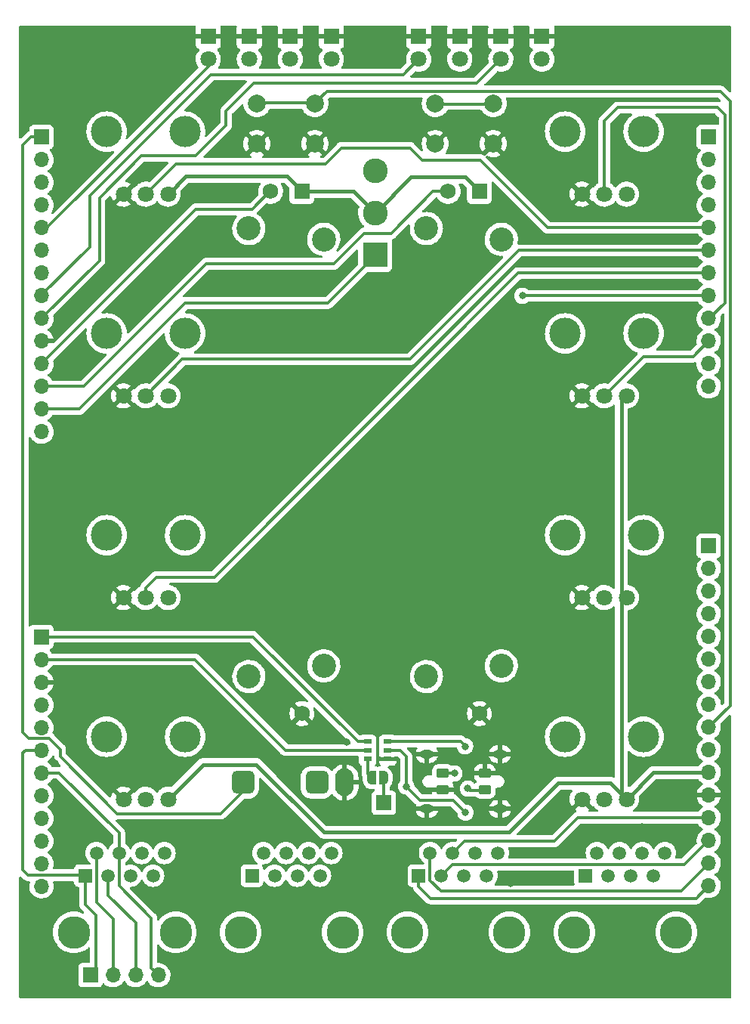
<source format=gbr>
%TF.GenerationSoftware,KiCad,Pcbnew,(6.0.11)*%
%TF.CreationDate,2023-07-06T15:41:22+01:00*%
%TF.ProjectId,Quango_Controls,5175616e-676f-45f4-936f-6e74726f6c73,rev?*%
%TF.SameCoordinates,Original*%
%TF.FileFunction,Copper,L2,Bot*%
%TF.FilePolarity,Positive*%
%FSLAX46Y46*%
G04 Gerber Fmt 4.6, Leading zero omitted, Abs format (unit mm)*
G04 Created by KiCad (PCBNEW (6.0.11)) date 2023-07-06 15:41:22*
%MOMM*%
%LPD*%
G01*
G04 APERTURE LIST*
G04 Aperture macros list*
%AMRoundRect*
0 Rectangle with rounded corners*
0 $1 Rounding radius*
0 $2 $3 $4 $5 $6 $7 $8 $9 X,Y pos of 4 corners*
0 Add a 4 corners polygon primitive as box body*
4,1,4,$2,$3,$4,$5,$6,$7,$8,$9,$2,$3,0*
0 Add four circle primitives for the rounded corners*
1,1,$1+$1,$2,$3*
1,1,$1+$1,$4,$5*
1,1,$1+$1,$6,$7*
1,1,$1+$1,$8,$9*
0 Add four rect primitives between the rounded corners*
20,1,$1+$1,$2,$3,$4,$5,0*
20,1,$1+$1,$4,$5,$6,$7,0*
20,1,$1+$1,$6,$7,$8,$9,0*
20,1,$1+$1,$8,$9,$2,$3,0*%
%AMFreePoly0*
4,1,22,0.500000,-0.750000,0.000000,-0.750000,0.000000,-0.745033,-0.079941,-0.743568,-0.215256,-0.701293,-0.333266,-0.622738,-0.424486,-0.514219,-0.481581,-0.384460,-0.499164,-0.250000,-0.500000,-0.250000,-0.500000,0.250000,-0.499164,0.250000,-0.499963,0.256109,-0.478152,0.396186,-0.417904,0.524511,-0.324060,0.630769,-0.204165,0.706417,-0.067858,0.745374,0.000000,0.744959,0.000000,0.750000,
0.500000,0.750000,0.500000,-0.750000,0.500000,-0.750000,$1*%
%AMFreePoly1*
4,1,20,0.000000,0.744959,0.073905,0.744508,0.209726,0.703889,0.328688,0.626782,0.421226,0.519385,0.479903,0.390333,0.500000,0.250000,0.500000,-0.250000,0.499851,-0.262216,0.476331,-0.402017,0.414519,-0.529596,0.319384,-0.634700,0.198574,-0.708877,0.061801,-0.746166,0.000000,-0.745033,0.000000,-0.750000,-0.500000,-0.750000,-0.500000,0.750000,0.000000,0.750000,0.000000,0.744959,
0.000000,0.744959,$1*%
G04 Aperture macros list end*
%TA.AperFunction,ComponentPad*%
%ADD10R,1.700000X1.700000*%
%TD*%
%TA.AperFunction,ComponentPad*%
%ADD11O,1.700000X1.700000*%
%TD*%
%TA.AperFunction,ComponentPad*%
%ADD12R,1.800000X1.800000*%
%TD*%
%TA.AperFunction,ComponentPad*%
%ADD13C,1.800000*%
%TD*%
%TA.AperFunction,ComponentPad*%
%ADD14RoundRect,0.650000X0.650000X-0.650000X0.650000X0.650000X-0.650000X0.650000X-0.650000X-0.650000X0*%
%TD*%
%TA.AperFunction,ComponentPad*%
%ADD15O,2.100000X3.100000*%
%TD*%
%TA.AperFunction,WasherPad*%
%ADD16C,3.500000*%
%TD*%
%TA.AperFunction,WasherPad*%
%ADD17C,3.650000*%
%TD*%
%TA.AperFunction,ComponentPad*%
%ADD18R,1.500000X1.500000*%
%TD*%
%TA.AperFunction,ComponentPad*%
%ADD19C,1.500000*%
%TD*%
%TA.AperFunction,ComponentPad*%
%ADD20R,2.775000X2.775000*%
%TD*%
%TA.AperFunction,ComponentPad*%
%ADD21C,2.775000*%
%TD*%
%TA.AperFunction,ComponentPad*%
%ADD22C,2.000000*%
%TD*%
%TA.AperFunction,ComponentPad*%
%ADD23R,1.750000X1.750000*%
%TD*%
%TA.AperFunction,ComponentPad*%
%ADD24C,1.750000*%
%TD*%
%TA.AperFunction,ComponentPad*%
%ADD25C,2.700000*%
%TD*%
%TA.AperFunction,ComponentPad*%
%ADD26O,1.500000X1.000000*%
%TD*%
%TA.AperFunction,SMDPad,CuDef*%
%ADD27RoundRect,0.250000X-0.450000X0.262500X-0.450000X-0.262500X0.450000X-0.262500X0.450000X0.262500X0*%
%TD*%
%TA.AperFunction,SMDPad,CuDef*%
%ADD28R,0.950000X0.600000*%
%TD*%
%TA.AperFunction,SMDPad,CuDef*%
%ADD29RoundRect,0.250000X0.450000X-0.262500X0.450000X0.262500X-0.450000X0.262500X-0.450000X-0.262500X0*%
%TD*%
%TA.AperFunction,SMDPad,CuDef*%
%ADD30FreePoly0,0.000000*%
%TD*%
%TA.AperFunction,SMDPad,CuDef*%
%ADD31FreePoly1,0.000000*%
%TD*%
%TA.AperFunction,ViaPad*%
%ADD32C,0.800000*%
%TD*%
%TA.AperFunction,Conductor*%
%ADD33C,0.300000*%
%TD*%
%TA.AperFunction,Conductor*%
%ADD34C,0.400000*%
%TD*%
G04 APERTURE END LIST*
D10*
%TO.P,J11,1,Pin_1*%
%TO.N,/CV_OUT_A1*%
X58590000Y-145900000D03*
D11*
%TO.P,J11,2,Pin_2*%
%TO.N,/CV_OUT_A2*%
X61130000Y-145900000D03*
%TO.P,J11,3,Pin_3*%
%TO.N,/CV_OUT_A3*%
X63670000Y-145900000D03*
%TO.P,J11,4,Pin_4*%
%TO.N,/CV_OUT_A4*%
X66210000Y-145900000D03*
%TD*%
D12*
%TO.P,A3,1,K*%
%TO.N,GND*%
X81000000Y-40730000D03*
D13*
%TO.P,A3,2,A*%
%TO.N,/EnvA3_LED_Out*%
X81000000Y-43270000D03*
%TD*%
D14*
%TO.P,J9,R*%
%TO.N,unconnected-(J9-PadR)*%
X83980000Y-124300000D03*
D15*
%TO.P,J9,S*%
%TO.N,GND*%
X87080000Y-124300000D03*
D14*
%TO.P,J9,T*%
%TO.N,/MIDI_IN*%
X75680000Y-124300000D03*
%TD*%
D16*
%TO.P,Env1,*%
%TO.N,*%
X69200000Y-51400000D03*
X60400000Y-51400000D03*
D13*
%TO.P,Env1,1,1*%
%TO.N,+3.3VA*%
X67300000Y-58400000D03*
%TO.P,Env1,2,2*%
%TO.N,/Env1_Attack*%
X64800000Y-58400000D03*
%TO.P,Env1,3,3*%
%TO.N,GND*%
X62300000Y-58400000D03*
%TD*%
D17*
%TO.P,J5,*%
%TO.N,*%
X56730000Y-141100000D03*
X68160000Y-141100000D03*
D18*
%TO.P,J5,1*%
%TO.N,/CV_OUT_A1*%
X58000000Y-134750000D03*
D19*
%TO.P,J5,2*%
%TO.N,/CV_OUT_A2*%
X59270000Y-132210000D03*
%TO.P,J5,3*%
%TO.N,/CV_OUT_A3*%
X60540000Y-134750000D03*
%TO.P,J5,4*%
%TO.N,/CV_OUT_A4*%
X61810000Y-132210000D03*
%TO.P,J5,5*%
%TO.N,/AudioA1_In*%
X63080000Y-134750000D03*
%TO.P,J5,6*%
%TO.N,/AudioA2_In*%
X64350000Y-132210000D03*
%TO.P,J5,7*%
%TO.N,/AudioA3_In*%
X65620000Y-134750000D03*
%TO.P,J5,8*%
%TO.N,/AudioA4_In*%
X66890000Y-132210000D03*
%TD*%
D12*
%TO.P,B1,1,K*%
%TO.N,GND*%
X95400000Y-40730000D03*
D13*
%TO.P,B1,2,A*%
%TO.N,/EnvB1_LED_Out*%
X95400000Y-43270000D03*
%TD*%
D16*
%TO.P,Env2,*%
%TO.N,*%
X69200000Y-74000000D03*
X60400000Y-74000000D03*
D13*
%TO.P,Env2,1,1*%
%TO.N,+3.3VA*%
X67300000Y-81000000D03*
%TO.P,Env2,2,2*%
%TO.N,/Env1_Decay*%
X64800000Y-81000000D03*
%TO.P,Env2,3,3*%
%TO.N,GND*%
X62300000Y-81000000D03*
%TD*%
D17*
%TO.P,J7,*%
%TO.N,*%
X86860000Y-141100000D03*
X75430000Y-141100000D03*
D18*
%TO.P,J7,1*%
%TO.N,/Audio1_Out*%
X76700000Y-134750000D03*
D19*
%TO.P,J7,2*%
%TO.N,/Audio2_Out*%
X77970000Y-132210000D03*
%TO.P,J7,3*%
%TO.N,/Audio3_Out*%
X79240000Y-134750000D03*
%TO.P,J7,4*%
%TO.N,/Audio4_Out*%
X80510000Y-132210000D03*
%TO.P,J7,5*%
%TO.N,unconnected-(J7-Pad5)*%
X81780000Y-134750000D03*
%TO.P,J7,6*%
%TO.N,unconnected-(J7-Pad6)*%
X83050000Y-132210000D03*
%TO.P,J7,7*%
%TO.N,unconnected-(J7-Pad7)*%
X84320000Y-134750000D03*
%TO.P,J7,8*%
%TO.N,unconnected-(J7-Pad8)*%
X85590000Y-132210000D03*
%TD*%
D20*
%TO.P,SW3,1,1*%
%TO.N,/Octave_Up*%
X90500000Y-65200000D03*
D21*
%TO.P,SW3,2,2*%
%TO.N,+3.3VA*%
X90500000Y-60500000D03*
%TO.P,SW3,3,3*%
%TO.N,/Octave_Down*%
X90500000Y-55800000D03*
%TD*%
D12*
%TO.P,A4,1,K*%
%TO.N,GND*%
X85600000Y-40730000D03*
D13*
%TO.P,A4,2,A*%
%TO.N,/EnvA4_LED_Out*%
X85600000Y-43270000D03*
%TD*%
D22*
%TO.P,SW1,1,1*%
%TO.N,/Calib_Btn1*%
X77250000Y-48250000D03*
X83750000Y-48250000D03*
%TO.P,SW1,2,2*%
%TO.N,GND*%
X83750000Y-52750000D03*
X77250000Y-52750000D03*
%TD*%
D16*
%TO.P,Env3,*%
%TO.N,*%
X69200000Y-96600000D03*
X60400000Y-96600000D03*
D13*
%TO.P,Env3,1,1*%
%TO.N,+3.3VA*%
X67300000Y-103600000D03*
%TO.P,Env3,2,2*%
%TO.N,/Env1_Sustain*%
X64800000Y-103600000D03*
%TO.P,Env3,3,3*%
%TO.N,GND*%
X62300000Y-103600000D03*
%TD*%
D16*
%TO.P,Env5,*%
%TO.N,*%
X120600000Y-51400000D03*
X111800000Y-51400000D03*
D13*
%TO.P,Env5,1,1*%
%TO.N,+3.3VA*%
X118700000Y-58400000D03*
%TO.P,Env5,2,2*%
%TO.N,/Env2_Attack*%
X116200000Y-58400000D03*
%TO.P,Env5,3,3*%
%TO.N,GND*%
X113700000Y-58400000D03*
%TD*%
D23*
%TO.P,Level1,1,1*%
%TO.N,+3.3VA*%
X82300000Y-58100000D03*
D24*
%TO.P,Level1,2,2*%
%TO.N,/ChannelA_Level*%
X78800000Y-58100000D03*
%TO.P,Level1,3,3*%
%TO.N,GND*%
X82300000Y-116600000D03*
D25*
%TO.P,Level1,MP*%
%TO.N,N/C*%
X76350000Y-112450000D03*
X84750000Y-111250000D03*
X84750000Y-63450000D03*
X76350000Y-62250000D03*
%TD*%
D10*
%TO.P,J3,1,Pin_1*%
%TO.N,/MIDI_IN*%
X53100000Y-52000000D03*
D11*
%TO.P,J3,2,Pin_2*%
%TO.N,/EnvA4_LED_Out*%
X53100000Y-54540000D03*
%TO.P,J3,3,Pin_3*%
%TO.N,/EnvA3_LED_Out*%
X53100000Y-57080000D03*
%TO.P,J3,4,Pin_4*%
%TO.N,/EnvA2_LED_Out*%
X53100000Y-59620000D03*
%TO.P,J3,5,Pin_5*%
%TO.N,/EnvA1_LED_Out*%
X53100000Y-62160000D03*
%TO.P,J3,6,Pin_6*%
%TO.N,/EnvB4_LED_Out*%
X53100000Y-64700000D03*
%TO.P,J3,7,Pin_7*%
%TO.N,/EnvB2_LED_Out*%
X53100000Y-67240000D03*
%TO.P,J3,8,Pin_8*%
%TO.N,/EnvB1_LED_Out*%
X53100000Y-69780000D03*
%TO.P,J3,9,Pin_9*%
%TO.N,/EnvB3_LED_Out*%
X53100000Y-72320000D03*
%TO.P,J3,10,Pin_10*%
%TO.N,GND*%
X53100000Y-74860000D03*
%TO.P,J3,11,Pin_11*%
%TO.N,/ChannelA_Level*%
X53100000Y-77400000D03*
%TO.P,J3,12,Pin_12*%
%TO.N,/ChannelB_Level*%
X53100000Y-79940000D03*
%TO.P,J3,13,Pin_13*%
%TO.N,/Octave_Up*%
X53100000Y-82480000D03*
%TO.P,J3,14,Pin_14*%
%TO.N,/Octave_Down*%
X53100000Y-85020000D03*
%TD*%
D12*
%TO.P,B4,1,K*%
%TO.N,GND*%
X109200000Y-40730000D03*
D13*
%TO.P,B4,2,A*%
%TO.N,/EnvB4_LED_Out*%
X109200000Y-43270000D03*
%TD*%
D12*
%TO.P,A1,1,K*%
%TO.N,GND*%
X71800000Y-40730000D03*
D13*
%TO.P,A1,2,A*%
%TO.N,/EnvA1_LED_Out*%
X71800000Y-43270000D03*
%TD*%
D23*
%TO.P,Level2,1,1*%
%TO.N,+3.3VA*%
X102200000Y-58100000D03*
D24*
%TO.P,Level2,2,2*%
%TO.N,/ChannelB_Level*%
X98700000Y-58100000D03*
%TO.P,Level2,3,3*%
%TO.N,GND*%
X102200000Y-116600000D03*
D25*
%TO.P,Level2,MP*%
%TO.N,N/C*%
X96250000Y-62250000D03*
X104650000Y-63450000D03*
X104650000Y-111250000D03*
X96250000Y-112450000D03*
%TD*%
D12*
%TO.P,B2,1,K*%
%TO.N,GND*%
X100000000Y-40730000D03*
D13*
%TO.P,B2,2,A*%
%TO.N,/EnvB2_LED_Out*%
X100000000Y-43270000D03*
%TD*%
D12*
%TO.P,A2,1,K*%
%TO.N,GND*%
X76400000Y-40730000D03*
D13*
%TO.P,A2,2,A*%
%TO.N,/EnvA2_LED_Out*%
X76400000Y-43270000D03*
%TD*%
D16*
%TO.P,Env4,*%
%TO.N,*%
X60400000Y-119200000D03*
X69200000Y-119200000D03*
D13*
%TO.P,Env4,1,1*%
%TO.N,+3.3VA*%
X67300000Y-126200000D03*
%TO.P,Env4,2,2*%
%TO.N,/Env1_Release*%
X64800000Y-126200000D03*
%TO.P,Env4,3,3*%
%TO.N,GND*%
X62300000Y-126200000D03*
%TD*%
D17*
%TO.P,J6,*%
%TO.N,*%
X112830000Y-141100000D03*
X124260000Y-141100000D03*
D18*
%TO.P,J6,1*%
%TO.N,/CV_OUT_B1*%
X114100000Y-134750000D03*
D19*
%TO.P,J6,2*%
%TO.N,/CV_OUT_B2*%
X115370000Y-132210000D03*
%TO.P,J6,3*%
%TO.N,/CV_OUT_B3*%
X116640000Y-134750000D03*
%TO.P,J6,4*%
%TO.N,/CV_OUT_B4*%
X117910000Y-132210000D03*
%TO.P,J6,5*%
%TO.N,/AudioB1_In*%
X119180000Y-134750000D03*
%TO.P,J6,6*%
%TO.N,/AudioB2_In*%
X120450000Y-132210000D03*
%TO.P,J6,7*%
%TO.N,/AudioB3_In*%
X121720000Y-134750000D03*
%TO.P,J6,8*%
%TO.N,/AudioB4_In*%
X122990000Y-132210000D03*
%TD*%
D10*
%TO.P,TP1,1,1*%
%TO.N,/VBUS*%
X91500000Y-126600000D03*
%TD*%
D22*
%TO.P,SW2,1,1*%
%TO.N,/Calib_Btn2*%
X97250000Y-48250000D03*
X103750000Y-48250000D03*
%TO.P,SW2,2,2*%
%TO.N,GND*%
X103750000Y-52750000D03*
X97250000Y-52750000D03*
%TD*%
D12*
%TO.P,B3,1,K*%
%TO.N,GND*%
X104600000Y-40730000D03*
D13*
%TO.P,B3,2,A*%
%TO.N,/EnvB3_LED_Out*%
X104600000Y-43270000D03*
%TD*%
D16*
%TO.P,Env8,*%
%TO.N,*%
X120600000Y-119200000D03*
X111800000Y-119200000D03*
D13*
%TO.P,Env8,1,1*%
%TO.N,+3.3VA*%
X118700000Y-126200000D03*
%TO.P,Env8,2,2*%
%TO.N,/Env2_Release*%
X116200000Y-126200000D03*
%TO.P,Env8,3,3*%
%TO.N,GND*%
X113700000Y-126200000D03*
%TD*%
D17*
%TO.P,J10,*%
%TO.N,*%
X105560000Y-141100000D03*
X94130000Y-141100000D03*
D18*
%TO.P,J10,1*%
%TO.N,/Gate1_Out*%
X95400000Y-134750000D03*
D19*
%TO.P,J10,2*%
%TO.N,/Gate2_Out*%
X96670000Y-132210000D03*
%TO.P,J10,3*%
%TO.N,/Gate3_Out*%
X97940000Y-134750000D03*
%TO.P,J10,4*%
%TO.N,/Gate4_Out*%
X99210000Y-132210000D03*
%TO.P,J10,5*%
%TO.N,unconnected-(J10-Pad5)*%
X100480000Y-134750000D03*
%TO.P,J10,6*%
%TO.N,unconnected-(J10-Pad6)*%
X101750000Y-132210000D03*
%TO.P,J10,7*%
%TO.N,unconnected-(J10-Pad7)*%
X103020000Y-134750000D03*
%TO.P,J10,8*%
%TO.N,unconnected-(J10-Pad8)*%
X104290000Y-132210000D03*
%TD*%
D26*
%TO.P,J8,S1,SHIELD*%
%TO.N,GND*%
X96300000Y-127270000D03*
X104500000Y-127270000D03*
X96300000Y-121130000D03*
X104500000Y-121130000D03*
%TD*%
D16*
%TO.P,Env7,*%
%TO.N,*%
X111800000Y-96600000D03*
X120600000Y-96600000D03*
D13*
%TO.P,Env7,1,1*%
%TO.N,+3.3VA*%
X118700000Y-103600000D03*
%TO.P,Env7,2,2*%
%TO.N,/Env2_Sustain*%
X116200000Y-103600000D03*
%TO.P,Env7,3,3*%
%TO.N,GND*%
X113700000Y-103600000D03*
%TD*%
D16*
%TO.P,Env6,*%
%TO.N,*%
X111800000Y-74000000D03*
X120600000Y-74000000D03*
D13*
%TO.P,Env6,1,1*%
%TO.N,+3.3VA*%
X118700000Y-81000000D03*
%TO.P,Env6,2,2*%
%TO.N,/Env2_Decay*%
X116200000Y-81000000D03*
%TO.P,Env6,3,3*%
%TO.N,GND*%
X113700000Y-81000000D03*
%TD*%
D10*
%TO.P,J2,1,Pin_1*%
%TO.N,/Audio2_Out*%
X127900000Y-97800000D03*
D11*
%TO.P,J2,2,Pin_2*%
%TO.N,/Audio3_Out*%
X127900000Y-100340000D03*
%TO.P,J2,3,Pin_3*%
%TO.N,/Audio4_Out*%
X127900000Y-102880000D03*
%TO.P,J2,4,Pin_4*%
%TO.N,/Audio1_Out*%
X127900000Y-105420000D03*
%TO.P,J2,5,Pin_5*%
%TO.N,/AudioB4_In*%
X127900000Y-107960000D03*
%TO.P,J2,6,Pin_6*%
%TO.N,/AudioB3_In*%
X127900000Y-110500000D03*
%TO.P,J2,7,Pin_7*%
%TO.N,/AudioB2_In*%
X127900000Y-113040000D03*
%TO.P,J2,8,Pin_8*%
%TO.N,/AudioB1_In*%
X127900000Y-115580000D03*
%TO.P,J2,9,Pin_9*%
%TO.N,/Calib_Btn1*%
X127900000Y-118120000D03*
%TO.P,J2,10,Pin_10*%
%TO.N,/Calib_Btn2*%
X127900000Y-120660000D03*
%TO.P,J2,11,Pin_11*%
%TO.N,+3.3VA*%
X127900000Y-123200000D03*
%TO.P,J2,12,Pin_12*%
%TO.N,GND*%
X127900000Y-125740000D03*
%TO.P,J2,13,Pin_13*%
%TO.N,/Gate4_Out*%
X127900000Y-128280000D03*
%TO.P,J2,14,Pin_14*%
%TO.N,/Gate3_Out*%
X127900000Y-130820000D03*
%TO.P,J2,15,Pin_15*%
%TO.N,/Gate2_Out*%
X127900000Y-133360000D03*
%TO.P,J2,16,Pin_16*%
%TO.N,/Gate1_Out*%
X127900000Y-135900000D03*
%TD*%
D27*
%TO.P,R1,1*%
%TO.N,Net-(J8-PadA5)*%
X98100000Y-123287500D03*
%TO.P,R1,2*%
%TO.N,GND*%
X98100000Y-125112500D03*
%TD*%
D10*
%TO.P,J4,1,Pin_1*%
%TO.N,/USB_DM*%
X53100000Y-108000000D03*
D11*
%TO.P,J4,2,Pin_2*%
%TO.N,/USB_DP*%
X53100000Y-110540000D03*
%TO.P,J4,3,Pin_3*%
%TO.N,GND*%
X53100000Y-113080000D03*
%TO.P,J4,4,Pin_4*%
%TO.N,+3.3VA*%
X53100000Y-115620000D03*
%TO.P,J4,5,Pin_5*%
%TO.N,/CV_OUT_A2*%
X53100000Y-118160000D03*
%TO.P,J4,6,Pin_6*%
%TO.N,/CV_OUT_A1*%
X53100000Y-120700000D03*
%TO.P,J4,7,Pin_7*%
%TO.N,/CV_OUT_A4*%
X53100000Y-123240000D03*
%TO.P,J4,8,Pin_8*%
%TO.N,/CV_OUT_A3*%
X53100000Y-125780000D03*
%TO.P,J4,9,Pin_9*%
%TO.N,/CV_OUT_B2*%
X53100000Y-128320000D03*
%TO.P,J4,10,Pin_10*%
%TO.N,/CV_OUT_B1*%
X53100000Y-130860000D03*
%TO.P,J4,11,Pin_11*%
%TO.N,/CV_OUT_B4*%
X53100000Y-133400000D03*
%TO.P,J4,12,Pin_12*%
%TO.N,/CV_OUT_B3*%
X53100000Y-135940000D03*
%TD*%
D28*
%TO.P,U1,1,VBUS*%
%TO.N,Net-(JP1-Pad1)*%
X89675000Y-121650000D03*
%TO.P,U1,2,D1_OUT*%
%TO.N,/USB_DP*%
X89675000Y-120700000D03*
%TO.P,U1,3,D2_OUT*%
%TO.N,/USB_DM*%
X89675000Y-119750000D03*
%TO.P,U1,4,D2_IN*%
%TO.N,/D-*%
X91925000Y-119750000D03*
%TO.P,U1,5,D1_IN*%
%TO.N,/D+*%
X91925000Y-120700000D03*
%TO.P,U1,6,GND*%
%TO.N,GND*%
X91925000Y-121650000D03*
%TD*%
D10*
%TO.P,J1,1,Pin_1*%
%TO.N,/AudioA4_In*%
X127900000Y-52000000D03*
D11*
%TO.P,J1,2,Pin_2*%
%TO.N,/AudioA3_In*%
X127900000Y-54540000D03*
%TO.P,J1,3,Pin_3*%
%TO.N,/AudioA2_In*%
X127900000Y-57080000D03*
%TO.P,J1,4,Pin_4*%
%TO.N,/AudioA1_In*%
X127900000Y-59620000D03*
%TO.P,J1,5,Pin_5*%
%TO.N,/Env1_Attack*%
X127900000Y-62160000D03*
%TO.P,J1,6,Pin_6*%
%TO.N,/Env1_Decay*%
X127900000Y-64700000D03*
%TO.P,J1,7,Pin_7*%
%TO.N,/Env1_Sustain*%
X127900000Y-67240000D03*
%TO.P,J1,8,Pin_8*%
%TO.N,/Env1_Release*%
X127900000Y-69780000D03*
%TO.P,J1,9,Pin_9*%
%TO.N,/Env2_Attack*%
X127900000Y-72320000D03*
%TO.P,J1,10,Pin_10*%
%TO.N,/Env2_Decay*%
X127900000Y-74860000D03*
%TO.P,J1,11,Pin_11*%
%TO.N,/Env2_Sustain*%
X127900000Y-77400000D03*
%TO.P,J1,12,Pin_12*%
%TO.N,/Env2_Release*%
X127900000Y-79940000D03*
%TD*%
D29*
%TO.P,R2,1*%
%TO.N,Net-(J8-PadB5)*%
X102800000Y-125112500D03*
%TO.P,R2,2*%
%TO.N,GND*%
X102800000Y-123287500D03*
%TD*%
D30*
%TO.P,JP1,1,A*%
%TO.N,Net-(JP1-Pad1)*%
X90150000Y-123800000D03*
D31*
%TO.P,JP1,2,B*%
%TO.N,/VBUS*%
X91450000Y-123800000D03*
%TD*%
D32*
%TO.N,GND*%
X102000000Y-66100000D03*
X106900000Y-45300000D03*
X101700000Y-104100000D03*
X128300000Y-93700000D03*
X69700000Y-109400000D03*
X101400000Y-83300000D03*
X63800000Y-109300000D03*
X128500000Y-45300000D03*
X88000000Y-83000000D03*
X107100000Y-132100000D03*
X61550500Y-71060199D03*
X66300000Y-61600000D03*
X63400000Y-130000000D03*
X80000000Y-61700000D03*
X120200000Y-143600000D03*
X91700000Y-108200000D03*
X57100000Y-43100000D03*
X124700000Y-52400000D03*
X107900000Y-62900000D03*
X69200000Y-43400000D03*
X128900000Y-140400000D03*
X93500000Y-64300000D03*
X60700000Y-112000000D03*
X69200000Y-112100000D03*
X117900000Y-45500000D03*
X66300000Y-46800000D03*
X85400000Y-59500000D03*
X80200000Y-78900000D03*
X55700000Y-109300000D03*
X109000000Y-76300000D03*
X69500000Y-129800000D03*
X113500000Y-116000000D03*
X69900000Y-57900000D03*
X92600000Y-136200000D03*
X86400000Y-134100000D03*
X52100000Y-146700000D03*
X54600000Y-122200000D03*
X120300000Y-101400000D03*
X69300000Y-83100000D03*
X119700000Y-122500000D03*
X68300000Y-99800000D03*
X56300000Y-85100000D03*
X85900000Y-100600000D03*
X72600000Y-98200000D03*
X56600000Y-117200000D03*
X58000000Y-76100000D03*
X76300000Y-58100000D03*
X55500000Y-58200000D03*
X72400000Y-53600000D03*
X61300000Y-61800000D03*
X68900000Y-105600000D03*
X111900000Y-135100000D03*
X63200000Y-120800000D03*
X87300000Y-119800000D03*
X113900000Y-129900000D03*
X53200000Y-103800000D03*
X115700000Y-109100000D03*
X55800000Y-54700000D03*
X106900000Y-109400000D03*
X120400000Y-129300000D03*
X111400000Y-122700000D03*
X125000000Y-63500000D03*
X71200000Y-48700000D03*
X83600000Y-68000000D03*
X53400000Y-49300000D03*
X119600000Y-109400000D03*
X93300000Y-74800000D03*
X105700000Y-135600000D03*
X125000000Y-66000000D03*
X53100000Y-89400000D03*
X99900000Y-112300000D03*
X54600000Y-124500000D03*
X79600000Y-106200000D03*
X53000000Y-96500000D03*
X117700000Y-56000000D03*
X65300000Y-43400000D03*
X69600000Y-103100000D03*
X91700000Y-78700000D03*
X125000000Y-71300000D03*
X55200000Y-129700000D03*
X109200000Y-129600000D03*
X79000000Y-121500000D03*
X121800000Y-126300000D03*
X125000000Y-68500000D03*
X120100000Y-85500000D03*
X58600000Y-46100000D03*
X58000000Y-129200000D03*
X89700000Y-117800000D03*
X60300000Y-130100000D03*
X77700000Y-67800000D03*
X129500000Y-147100000D03*
X78200000Y-93100000D03*
X120200000Y-115300000D03*
X125600000Y-79300000D03*
X73100000Y-62800000D03*
X55800000Y-78600000D03*
X75600000Y-118100000D03*
X77100000Y-74600000D03*
X69200000Y-115900000D03*
X92900000Y-122800000D03*
X51400000Y-45900000D03*
X90500000Y-132800000D03*
X93500000Y-92400000D03*
X125000000Y-60800000D03*
%TO.N,/Env1_Release*%
X107020000Y-69780000D03*
%TO.N,Net-(J8-PadA5)*%
X99400000Y-123300000D03*
%TO.N,Net-(J8-PadB5)*%
X100900000Y-125000000D03*
%TO.N,/D+*%
X100634374Y-127687175D03*
X94000000Y-124750000D03*
%TO.N,/D-*%
X100598877Y-120261078D03*
%TD*%
D33*
%TO.N,/EnvB3_LED_Out*%
X101870000Y-46000000D02*
X104600000Y-43270000D01*
X73800000Y-50700000D02*
X73800000Y-49100000D01*
X70400000Y-54100000D02*
X73800000Y-50700000D01*
X73800000Y-49100000D02*
X76900000Y-46000000D01*
X64300000Y-54100000D02*
X70400000Y-54100000D01*
X59600000Y-58800000D02*
X64300000Y-54100000D01*
X76900000Y-46000000D02*
X101870000Y-46000000D01*
X59600000Y-65820000D02*
X59600000Y-58800000D01*
X53100000Y-72320000D02*
X59600000Y-65820000D01*
%TO.N,/MIDI_IN*%
X51900000Y-52000000D02*
X53100000Y-52000000D01*
X51000000Y-52900000D02*
X51900000Y-52000000D01*
X51700000Y-119400000D02*
X51000000Y-118700000D01*
X54000000Y-119400000D02*
X51700000Y-119400000D01*
X51000000Y-118700000D02*
X51000000Y-52900000D01*
X55200000Y-120600000D02*
X54000000Y-119400000D01*
X61600000Y-127800000D02*
X55200000Y-121400000D01*
X75680000Y-125300000D02*
X73180000Y-127800000D01*
X73180000Y-127800000D02*
X61600000Y-127800000D01*
X55200000Y-121400000D02*
X55200000Y-120600000D01*
X75680000Y-124800000D02*
X75680000Y-125300000D01*
%TO.N,/Env2_Decay*%
X120600000Y-76600000D02*
X116200000Y-81000000D01*
X126160000Y-76600000D02*
X120600000Y-76600000D01*
X127900000Y-74860000D02*
X126160000Y-76600000D01*
%TO.N,/Env2_Attack*%
X128900000Y-48700000D02*
X129700000Y-49500000D01*
X127980000Y-72320000D02*
X127900000Y-72320000D01*
X117700000Y-48700000D02*
X128900000Y-48700000D01*
X129700000Y-49500000D02*
X129700000Y-70600000D01*
X116200000Y-58400000D02*
X116200000Y-50200000D01*
X116200000Y-50200000D02*
X117700000Y-48700000D01*
X129700000Y-70600000D02*
X127980000Y-72320000D01*
%TO.N,/Env1_Attack*%
X109860000Y-62160000D02*
X127900000Y-62160000D01*
X94422880Y-53220499D02*
X95802381Y-54600000D01*
X84947619Y-55000000D02*
X86727120Y-53220499D01*
X68200000Y-55000000D02*
X84947619Y-55000000D01*
X102300000Y-54600000D02*
X109860000Y-62160000D01*
X64800000Y-58400000D02*
X68200000Y-55000000D01*
X86727120Y-53220499D02*
X94422880Y-53220499D01*
X95802381Y-54600000D02*
X102300000Y-54600000D01*
%TO.N,/CV_OUT_A4*%
X65400000Y-145090000D02*
X66210000Y-145900000D01*
X61810000Y-135910000D02*
X65400000Y-139500000D01*
X61810000Y-132210000D02*
X61810000Y-135910000D01*
%TO.N,/CV_OUT_A3*%
X63670000Y-140070000D02*
X63670000Y-145900000D01*
X60540000Y-136940000D02*
X63670000Y-140070000D01*
%TO.N,/CV_OUT_A2*%
X61130000Y-139630000D02*
X61130000Y-145900000D01*
X59270000Y-137770000D02*
X61130000Y-139630000D01*
X59270000Y-132210000D02*
X59270000Y-137770000D01*
%TO.N,/CV_OUT_A1*%
X59200000Y-139200000D02*
X59200000Y-145290000D01*
X59200000Y-145290000D02*
X58590000Y-145900000D01*
X58000000Y-138000000D02*
X59200000Y-139200000D01*
%TO.N,/CV_OUT_A3*%
X60540000Y-134750000D02*
X60540000Y-136940000D01*
%TO.N,/CV_OUT_A4*%
X65400000Y-139500000D02*
X65400000Y-145090000D01*
%TO.N,/CV_OUT_A1*%
X58000000Y-134750000D02*
X58000000Y-138000000D01*
%TO.N,/EnvA1_LED_Out*%
X53740000Y-62160000D02*
X71800000Y-44100000D01*
X53100000Y-62160000D02*
X53740000Y-62160000D01*
X71800000Y-44100000D02*
X71800000Y-43270000D01*
%TO.N,/EnvB1_LED_Out*%
X95400000Y-43270000D02*
X93670000Y-45000000D01*
X58500000Y-64300000D02*
X53100000Y-69700000D01*
X93670000Y-45000000D02*
X72100000Y-45000000D01*
X58500000Y-58600000D02*
X58500000Y-64300000D01*
X72100000Y-45000000D02*
X58500000Y-58600000D01*
X53100000Y-69700000D02*
X53100000Y-69780000D01*
D34*
%TO.N,+3.3VA*%
X80600000Y-56400000D02*
X82300000Y-58100000D01*
X118100000Y-103000000D02*
X118700000Y-103600000D01*
X105500000Y-129900000D02*
X84800000Y-129900000D01*
X118700000Y-126200000D02*
X121700000Y-123200000D01*
X84800000Y-129900000D02*
X77200000Y-122300000D01*
X118700000Y-126200000D02*
X116900000Y-124400000D01*
X118700000Y-81000000D02*
X118100000Y-81600000D01*
X77200000Y-122300000D02*
X71200000Y-122300000D01*
X118100000Y-125600000D02*
X118100000Y-104200000D01*
X69300000Y-56400000D02*
X80600000Y-56400000D01*
X90500000Y-60500000D02*
X94500000Y-56500000D01*
X82300000Y-58100000D02*
X88100000Y-58100000D01*
X67300000Y-58400000D02*
X69300000Y-56400000D01*
X118100000Y-81600000D02*
X118100000Y-103000000D01*
X118100000Y-104200000D02*
X118700000Y-103600000D01*
X94500000Y-56500000D02*
X100600000Y-56500000D01*
X118700000Y-126200000D02*
X118100000Y-125600000D01*
X71200000Y-122300000D02*
X67300000Y-126200000D01*
X88100000Y-58100000D02*
X90500000Y-60500000D01*
X116900000Y-124400000D02*
X111000000Y-124400000D01*
X121700000Y-123200000D02*
X127900000Y-123200000D01*
X111000000Y-124400000D02*
X105500000Y-129900000D01*
X100600000Y-56500000D02*
X102200000Y-58100000D01*
D33*
%TO.N,/Env1_Decay*%
X68900000Y-76900000D02*
X94400000Y-76900000D01*
X106600000Y-64700000D02*
X127900000Y-64700000D01*
X64800000Y-81000000D02*
X68900000Y-76900000D01*
X94400000Y-76900000D02*
X106600000Y-64700000D01*
%TO.N,/Env1_Sustain*%
X66000000Y-101300000D02*
X72500000Y-101300000D01*
X106560000Y-67240000D02*
X127900000Y-67240000D01*
X64800000Y-103600000D02*
X64800000Y-102500000D01*
X72500000Y-101300000D02*
X106560000Y-67240000D01*
X64800000Y-102500000D02*
X66000000Y-101300000D01*
%TO.N,/Env1_Release*%
X107020000Y-69780000D02*
X127900000Y-69780000D01*
%TO.N,/Calib_Btn1*%
X130300000Y-48000000D02*
X129200000Y-46900000D01*
X129200000Y-46900000D02*
X85100000Y-46900000D01*
X77300000Y-48200000D02*
X77250000Y-48250000D01*
X130300000Y-115720000D02*
X130300000Y-48000000D01*
X85100000Y-46900000D02*
X83800000Y-48200000D01*
X83800000Y-48200000D02*
X77300000Y-48200000D01*
X127900000Y-118120000D02*
X130300000Y-115720000D01*
%TO.N,/Calib_Btn2*%
X103600000Y-48300000D02*
X103700000Y-48200000D01*
X97300000Y-48300000D02*
X103600000Y-48300000D01*
%TO.N,/ChannelA_Level*%
X76700000Y-60100000D02*
X78700000Y-58100000D01*
X78700000Y-58100000D02*
X78800000Y-58200000D01*
X53100000Y-77400000D02*
X70400000Y-60100000D01*
X70400000Y-60100000D02*
X76700000Y-60100000D01*
%TO.N,/ChannelB_Level*%
X71600000Y-66200000D02*
X85900000Y-66200000D01*
X85900000Y-66200000D02*
X89300000Y-62800000D01*
X89300000Y-62800000D02*
X92300000Y-62800000D01*
X53100000Y-79940000D02*
X57860000Y-79940000D01*
X92300000Y-62800000D02*
X97000000Y-58100000D01*
X97000000Y-58100000D02*
X98700000Y-58100000D01*
X57860000Y-79940000D02*
X71600000Y-66200000D01*
%TO.N,/USB_DP*%
X70340000Y-110540000D02*
X53100000Y-110540000D01*
X80500000Y-120700000D02*
X70340000Y-110540000D01*
X89675000Y-120700000D02*
X80500000Y-120700000D01*
%TO.N,/USB_DM*%
X76800000Y-108000000D02*
X53100000Y-108000000D01*
X88550000Y-119750000D02*
X76800000Y-108000000D01*
X89675000Y-119750000D02*
X88550000Y-119750000D01*
%TO.N,/CV_OUT_A1*%
X51300000Y-120700000D02*
X51000000Y-121000000D01*
X51000000Y-134100000D02*
X51600000Y-134700000D01*
X57950000Y-134700000D02*
X58000000Y-134750000D01*
X51600000Y-134700000D02*
X57950000Y-134700000D01*
X51000000Y-121000000D02*
X51000000Y-134100000D01*
X53100000Y-120700000D02*
X51300000Y-120700000D01*
%TO.N,/CV_OUT_A4*%
X55100000Y-123240000D02*
X61810000Y-129950000D01*
X53100000Y-123240000D02*
X55100000Y-123240000D01*
X61810000Y-129950000D02*
X61810000Y-132210000D01*
%TO.N,/Octave_Up*%
X90500000Y-65300000D02*
X85200000Y-70600000D01*
X90500000Y-65200000D02*
X90500000Y-65300000D01*
X85200000Y-70600000D02*
X69200000Y-70600000D01*
X57320000Y-82480000D02*
X53100000Y-82480000D01*
X69200000Y-70600000D02*
X57320000Y-82480000D01*
%TO.N,Net-(J8-PadA5)*%
X98100000Y-123287500D02*
X99387500Y-123287500D01*
X99387500Y-123287500D02*
X99400000Y-123300000D01*
%TO.N,Net-(J8-PadB5)*%
X102800000Y-125212500D02*
X101112500Y-125212500D01*
X101112500Y-125212500D02*
X100900000Y-125000000D01*
%TO.N,/Gate3_Out*%
X125160000Y-133500000D02*
X99190000Y-133500000D01*
X127840000Y-130820000D02*
X125160000Y-133500000D01*
X127900000Y-130820000D02*
X127840000Y-130820000D01*
X99190000Y-133500000D02*
X97940000Y-134750000D01*
%TO.N,/Gate4_Out*%
X113220000Y-128280000D02*
X127900000Y-128280000D01*
X110600000Y-130900000D02*
X113220000Y-128280000D01*
X99210000Y-132210000D02*
X100520000Y-130900000D01*
X100520000Y-130900000D02*
X110600000Y-130900000D01*
%TO.N,/Gate2_Out*%
X96670000Y-132210000D02*
X96670000Y-135300280D01*
X124800000Y-136500000D02*
X127900000Y-133400000D01*
X127900000Y-133400000D02*
X127900000Y-133360000D01*
X96670000Y-135300280D02*
X97869720Y-136500000D01*
X97869720Y-136500000D02*
X124800000Y-136500000D01*
%TO.N,/Gate1_Out*%
X95400000Y-134750000D02*
X95400000Y-136000000D01*
X96700000Y-137300000D02*
X126500000Y-137300000D01*
X95400000Y-136000000D02*
X96700000Y-137300000D01*
X126500000Y-137300000D02*
X127900000Y-135900000D01*
%TO.N,/VBUS*%
X91500000Y-123850000D02*
X91450000Y-123800000D01*
X91500000Y-126600000D02*
X91500000Y-123850000D01*
%TO.N,/D+*%
X99247199Y-126300000D02*
X95549998Y-126300000D01*
X94000000Y-124750000D02*
X94000000Y-121400000D01*
X95549998Y-126300000D02*
X94000000Y-124750002D01*
X100634374Y-127687175D02*
X99247199Y-126300000D01*
X94000000Y-121400000D02*
X93300000Y-120700000D01*
X93300000Y-120700000D02*
X91925000Y-120700000D01*
%TO.N,/D-*%
X100598877Y-120261078D02*
X100500000Y-120162201D01*
X100062299Y-119700000D02*
X91975000Y-119700000D01*
X91975000Y-119700000D02*
X91925000Y-119750000D01*
X100500000Y-120137701D02*
X100062299Y-119700000D01*
X100500000Y-120162201D02*
X100500000Y-120137701D01*
%TO.N,Net-(JP1-Pad1)*%
X89675000Y-123325000D02*
X90150000Y-123800000D01*
X89675000Y-121650000D02*
X89675000Y-123325000D01*
%TD*%
%TA.AperFunction,Conductor*%
%TO.N,GND*%
G36*
X130309532Y-116745894D02*
G01*
X130366368Y-116788441D01*
X130391179Y-116854961D01*
X130391500Y-116863950D01*
X130391500Y-148365500D01*
X130371498Y-148433621D01*
X130317842Y-148480114D01*
X130265500Y-148491500D01*
X50734500Y-148491500D01*
X50666379Y-148471498D01*
X50619886Y-148417842D01*
X50608500Y-148365500D01*
X50608500Y-134943950D01*
X50628502Y-134875829D01*
X50682158Y-134829336D01*
X50752432Y-134819232D01*
X50817012Y-134848726D01*
X50823595Y-134854855D01*
X51076345Y-135107605D01*
X51084335Y-135116385D01*
X51088584Y-135123080D01*
X51094362Y-135128506D01*
X51094363Y-135128507D01*
X51140257Y-135171604D01*
X51143099Y-135174359D01*
X51163667Y-135194927D01*
X51167170Y-135197644D01*
X51176195Y-135205352D01*
X51209867Y-135236972D01*
X51216818Y-135240793D01*
X51216819Y-135240794D01*
X51228658Y-135247303D01*
X51245182Y-135258157D01*
X51255865Y-135266443D01*
X51262132Y-135271304D01*
X51269407Y-135274452D01*
X51304536Y-135289654D01*
X51315181Y-135294869D01*
X51355663Y-135317124D01*
X51363337Y-135319094D01*
X51363344Y-135319097D01*
X51376426Y-135322455D01*
X51395134Y-135328860D01*
X51414823Y-135337380D01*
X51422649Y-135338619D01*
X51422651Y-135338620D01*
X51447159Y-135342501D01*
X51460459Y-135344608D01*
X51472070Y-135347012D01*
X51503107Y-135354981D01*
X51509135Y-135356529D01*
X51509136Y-135356529D01*
X51516812Y-135358500D01*
X51538258Y-135358500D01*
X51557968Y-135360051D01*
X51571322Y-135362166D01*
X51571323Y-135362166D01*
X51579152Y-135363406D01*
X51625141Y-135359059D01*
X51636996Y-135358500D01*
X51685719Y-135358500D01*
X51753840Y-135378502D01*
X51800333Y-135432158D01*
X51810437Y-135502432D01*
X51807137Y-135518166D01*
X51760989Y-135684570D01*
X51737251Y-135906695D01*
X51737548Y-135911848D01*
X51737548Y-135911851D01*
X51743121Y-136008500D01*
X51750110Y-136129715D01*
X51751247Y-136134761D01*
X51751248Y-136134767D01*
X51773392Y-136233023D01*
X51799222Y-136347639D01*
X51883266Y-136554616D01*
X51999987Y-136745088D01*
X52146250Y-136913938D01*
X52318126Y-137056632D01*
X52511000Y-137169338D01*
X52719692Y-137249030D01*
X52724760Y-137250061D01*
X52724763Y-137250062D01*
X52781298Y-137261564D01*
X52938597Y-137293567D01*
X52943772Y-137293757D01*
X52943774Y-137293757D01*
X53156673Y-137301564D01*
X53156677Y-137301564D01*
X53161837Y-137301753D01*
X53166957Y-137301097D01*
X53166959Y-137301097D01*
X53378288Y-137274025D01*
X53378289Y-137274025D01*
X53383416Y-137273368D01*
X53388366Y-137271883D01*
X53592429Y-137210661D01*
X53592434Y-137210659D01*
X53597384Y-137209174D01*
X53797994Y-137110896D01*
X53979860Y-136981173D01*
X54138096Y-136823489D01*
X54164218Y-136787137D01*
X54265435Y-136646277D01*
X54268453Y-136642077D01*
X54281811Y-136615050D01*
X54365136Y-136446453D01*
X54365137Y-136446451D01*
X54367430Y-136441811D01*
X54432370Y-136228069D01*
X54461529Y-136006590D01*
X54461627Y-136002598D01*
X54463074Y-135943365D01*
X54463074Y-135943361D01*
X54463156Y-135940000D01*
X54444852Y-135717361D01*
X54443591Y-135712339D01*
X54394072Y-135515195D01*
X54396876Y-135444254D01*
X54437589Y-135386091D01*
X54503285Y-135359172D01*
X54516276Y-135358500D01*
X56615500Y-135358500D01*
X56683621Y-135378502D01*
X56730114Y-135432158D01*
X56741500Y-135484500D01*
X56741500Y-135548134D01*
X56748255Y-135610316D01*
X56799385Y-135746705D01*
X56886739Y-135863261D01*
X57003295Y-135950615D01*
X57139684Y-136001745D01*
X57201866Y-136008500D01*
X57215500Y-136008500D01*
X57283621Y-136028502D01*
X57330114Y-136082158D01*
X57341500Y-136134500D01*
X57341500Y-137917944D01*
X57340941Y-137929800D01*
X57339212Y-137937537D01*
X57339709Y-137953350D01*
X57341438Y-138008369D01*
X57341500Y-138012327D01*
X57341500Y-138041432D01*
X57342056Y-138045832D01*
X57342988Y-138057664D01*
X57344438Y-138103831D01*
X57346650Y-138111444D01*
X57346650Y-138111445D01*
X57350419Y-138124416D01*
X57354430Y-138143782D01*
X57357118Y-138165064D01*
X57360034Y-138172429D01*
X57360035Y-138172433D01*
X57374126Y-138208021D01*
X57377965Y-138219231D01*
X57390855Y-138263600D01*
X57401775Y-138282065D01*
X57410466Y-138299805D01*
X57418365Y-138319756D01*
X57445516Y-138357126D01*
X57452033Y-138367048D01*
X57471507Y-138399977D01*
X57471510Y-138399981D01*
X57475547Y-138406807D01*
X57490711Y-138421971D01*
X57503551Y-138437004D01*
X57516159Y-138454357D01*
X57551752Y-138483802D01*
X57560532Y-138491792D01*
X57841564Y-138772824D01*
X57875590Y-138835136D01*
X57870525Y-138905951D01*
X57827978Y-138962787D01*
X57761458Y-138987598D01*
X57696740Y-138974925D01*
X57628612Y-138941327D01*
X57628604Y-138941324D01*
X57624908Y-138939501D01*
X57620993Y-138938172D01*
X57339163Y-138842504D01*
X57339159Y-138842503D01*
X57335250Y-138841176D01*
X57331206Y-138840372D01*
X57331200Y-138840370D01*
X57039275Y-138782302D01*
X57039269Y-138782301D01*
X57035236Y-138781499D01*
X57031131Y-138781230D01*
X57031124Y-138781229D01*
X56734119Y-138761763D01*
X56730000Y-138761493D01*
X56725881Y-138761763D01*
X56428876Y-138781229D01*
X56428869Y-138781230D01*
X56424764Y-138781499D01*
X56420731Y-138782301D01*
X56420725Y-138782302D01*
X56128800Y-138840370D01*
X56128794Y-138840372D01*
X56124750Y-138841176D01*
X56120841Y-138842503D01*
X56120837Y-138842504D01*
X55839007Y-138938172D01*
X55835092Y-138939501D01*
X55831396Y-138941324D01*
X55831388Y-138941327D01*
X55695769Y-139008208D01*
X55560747Y-139074794D01*
X55306407Y-139244738D01*
X55303313Y-139247452D01*
X55303307Y-139247456D01*
X55167678Y-139366400D01*
X55076426Y-139446426D01*
X55073717Y-139449515D01*
X54877456Y-139673307D01*
X54877452Y-139673313D01*
X54874738Y-139676407D01*
X54782795Y-139814010D01*
X54707822Y-139926216D01*
X54704794Y-139930747D01*
X54702968Y-139934450D01*
X54571327Y-140201388D01*
X54571324Y-140201396D01*
X54569501Y-140205092D01*
X54568172Y-140209006D01*
X54568172Y-140209007D01*
X54505054Y-140394949D01*
X54471176Y-140494750D01*
X54411499Y-140794764D01*
X54391493Y-141100000D01*
X54411499Y-141405236D01*
X54471176Y-141705250D01*
X54569501Y-141994908D01*
X54571324Y-141998604D01*
X54571327Y-141998612D01*
X54628500Y-142114545D01*
X54704794Y-142269253D01*
X54874738Y-142523593D01*
X54877452Y-142526687D01*
X54877456Y-142526693D01*
X54918500Y-142573494D01*
X55076426Y-142753574D01*
X55079515Y-142756283D01*
X55303307Y-142952544D01*
X55303313Y-142952548D01*
X55306407Y-142955262D01*
X55309833Y-142957551D01*
X55309838Y-142957555D01*
X55557311Y-143122911D01*
X55560746Y-143125206D01*
X55564449Y-143127032D01*
X55831388Y-143258673D01*
X55831396Y-143258676D01*
X55835092Y-143260499D01*
X55839006Y-143261828D01*
X55839007Y-143261828D01*
X56120837Y-143357496D01*
X56120841Y-143357497D01*
X56124750Y-143358824D01*
X56128794Y-143359628D01*
X56128800Y-143359630D01*
X56420725Y-143417698D01*
X56420731Y-143417699D01*
X56424764Y-143418501D01*
X56428869Y-143418770D01*
X56428876Y-143418771D01*
X56725881Y-143438237D01*
X56730000Y-143438507D01*
X56734119Y-143438237D01*
X57031124Y-143418771D01*
X57031131Y-143418770D01*
X57035236Y-143418501D01*
X57039269Y-143417699D01*
X57039275Y-143417698D01*
X57331200Y-143359630D01*
X57331206Y-143359628D01*
X57335250Y-143358824D01*
X57339159Y-143357497D01*
X57339163Y-143357496D01*
X57620993Y-143261828D01*
X57620994Y-143261828D01*
X57624908Y-143260499D01*
X57628604Y-143258676D01*
X57628612Y-143258673D01*
X57895551Y-143127032D01*
X57899254Y-143125206D01*
X57902689Y-143122911D01*
X58150162Y-142957555D01*
X58150167Y-142957551D01*
X58153593Y-142955262D01*
X58156687Y-142952548D01*
X58156693Y-142952544D01*
X58332422Y-142798433D01*
X58396827Y-142768556D01*
X58467159Y-142778242D01*
X58521091Y-142824415D01*
X58541500Y-142893165D01*
X58541500Y-144415500D01*
X58521498Y-144483621D01*
X58467842Y-144530114D01*
X58415500Y-144541500D01*
X57691866Y-144541500D01*
X57629684Y-144548255D01*
X57493295Y-144599385D01*
X57376739Y-144686739D01*
X57289385Y-144803295D01*
X57238255Y-144939684D01*
X57231500Y-145001866D01*
X57231500Y-146798134D01*
X57238255Y-146860316D01*
X57289385Y-146996705D01*
X57376739Y-147113261D01*
X57493295Y-147200615D01*
X57629684Y-147251745D01*
X57691866Y-147258500D01*
X59488134Y-147258500D01*
X59550316Y-147251745D01*
X59686705Y-147200615D01*
X59803261Y-147113261D01*
X59890615Y-146996705D01*
X59912799Y-146937529D01*
X59934598Y-146879382D01*
X59977240Y-146822618D01*
X60043802Y-146797918D01*
X60113150Y-146813126D01*
X60147817Y-146841114D01*
X60176250Y-146873938D01*
X60348126Y-147016632D01*
X60541000Y-147129338D01*
X60749692Y-147209030D01*
X60754760Y-147210061D01*
X60754763Y-147210062D01*
X60862017Y-147231883D01*
X60968597Y-147253567D01*
X60973772Y-147253757D01*
X60973774Y-147253757D01*
X61186673Y-147261564D01*
X61186677Y-147261564D01*
X61191837Y-147261753D01*
X61196957Y-147261097D01*
X61196959Y-147261097D01*
X61408288Y-147234025D01*
X61408289Y-147234025D01*
X61413416Y-147233368D01*
X61418366Y-147231883D01*
X61622429Y-147170661D01*
X61622434Y-147170659D01*
X61627384Y-147169174D01*
X61827994Y-147070896D01*
X62009860Y-146941173D01*
X62168096Y-146783489D01*
X62298453Y-146602077D01*
X62299776Y-146603028D01*
X62346645Y-146559857D01*
X62416580Y-146547625D01*
X62482026Y-146575144D01*
X62509875Y-146606994D01*
X62569987Y-146705088D01*
X62716250Y-146873938D01*
X62888126Y-147016632D01*
X63081000Y-147129338D01*
X63289692Y-147209030D01*
X63294760Y-147210061D01*
X63294763Y-147210062D01*
X63402017Y-147231883D01*
X63508597Y-147253567D01*
X63513772Y-147253757D01*
X63513774Y-147253757D01*
X63726673Y-147261564D01*
X63726677Y-147261564D01*
X63731837Y-147261753D01*
X63736957Y-147261097D01*
X63736959Y-147261097D01*
X63948288Y-147234025D01*
X63948289Y-147234025D01*
X63953416Y-147233368D01*
X63958366Y-147231883D01*
X64162429Y-147170661D01*
X64162434Y-147170659D01*
X64167384Y-147169174D01*
X64367994Y-147070896D01*
X64549860Y-146941173D01*
X64708096Y-146783489D01*
X64838453Y-146602077D01*
X64839776Y-146603028D01*
X64886645Y-146559857D01*
X64956580Y-146547625D01*
X65022026Y-146575144D01*
X65049875Y-146606994D01*
X65109987Y-146705088D01*
X65256250Y-146873938D01*
X65428126Y-147016632D01*
X65621000Y-147129338D01*
X65829692Y-147209030D01*
X65834760Y-147210061D01*
X65834763Y-147210062D01*
X65942017Y-147231883D01*
X66048597Y-147253567D01*
X66053772Y-147253757D01*
X66053774Y-147253757D01*
X66266673Y-147261564D01*
X66266677Y-147261564D01*
X66271837Y-147261753D01*
X66276957Y-147261097D01*
X66276959Y-147261097D01*
X66488288Y-147234025D01*
X66488289Y-147234025D01*
X66493416Y-147233368D01*
X66498366Y-147231883D01*
X66702429Y-147170661D01*
X66702434Y-147170659D01*
X66707384Y-147169174D01*
X66907994Y-147070896D01*
X67089860Y-146941173D01*
X67248096Y-146783489D01*
X67378453Y-146602077D01*
X67399320Y-146559857D01*
X67475136Y-146406453D01*
X67475137Y-146406451D01*
X67477430Y-146401811D01*
X67542370Y-146188069D01*
X67571529Y-145966590D01*
X67573156Y-145900000D01*
X67554852Y-145677361D01*
X67500431Y-145460702D01*
X67411354Y-145255840D01*
X67290014Y-145068277D01*
X67139670Y-144903051D01*
X67135619Y-144899852D01*
X67135615Y-144899848D01*
X66968414Y-144767800D01*
X66968410Y-144767798D01*
X66964359Y-144764598D01*
X66768789Y-144656638D01*
X66763920Y-144654914D01*
X66763916Y-144654912D01*
X66563087Y-144583795D01*
X66563083Y-144583794D01*
X66558212Y-144582069D01*
X66553119Y-144581162D01*
X66553116Y-144581161D01*
X66343373Y-144543800D01*
X66343367Y-144543799D01*
X66338284Y-144542894D01*
X66307123Y-144542513D01*
X66182960Y-144540996D01*
X66115089Y-144520163D01*
X66069255Y-144465943D01*
X66058500Y-144415005D01*
X66058500Y-142570438D01*
X66078502Y-142502317D01*
X66132158Y-142455824D01*
X66202432Y-142445720D01*
X66267012Y-142475214D01*
X66289265Y-142500436D01*
X66304738Y-142523593D01*
X66307452Y-142526687D01*
X66307456Y-142526693D01*
X66348500Y-142573494D01*
X66506426Y-142753574D01*
X66509515Y-142756283D01*
X66733307Y-142952544D01*
X66733313Y-142952548D01*
X66736407Y-142955262D01*
X66739833Y-142957551D01*
X66739838Y-142957555D01*
X66987311Y-143122911D01*
X66990746Y-143125206D01*
X66994449Y-143127032D01*
X67261388Y-143258673D01*
X67261396Y-143258676D01*
X67265092Y-143260499D01*
X67269006Y-143261828D01*
X67269007Y-143261828D01*
X67550837Y-143357496D01*
X67550841Y-143357497D01*
X67554750Y-143358824D01*
X67558794Y-143359628D01*
X67558800Y-143359630D01*
X67850725Y-143417698D01*
X67850731Y-143417699D01*
X67854764Y-143418501D01*
X67858869Y-143418770D01*
X67858876Y-143418771D01*
X68155881Y-143438237D01*
X68160000Y-143438507D01*
X68164119Y-143438237D01*
X68461124Y-143418771D01*
X68461131Y-143418770D01*
X68465236Y-143418501D01*
X68469269Y-143417699D01*
X68469275Y-143417698D01*
X68761200Y-143359630D01*
X68761206Y-143359628D01*
X68765250Y-143358824D01*
X68769159Y-143357497D01*
X68769163Y-143357496D01*
X69050993Y-143261828D01*
X69050994Y-143261828D01*
X69054908Y-143260499D01*
X69058604Y-143258676D01*
X69058612Y-143258673D01*
X69325551Y-143127032D01*
X69329254Y-143125206D01*
X69332689Y-143122911D01*
X69580162Y-142957555D01*
X69580167Y-142957551D01*
X69583593Y-142955262D01*
X69586687Y-142952548D01*
X69586693Y-142952544D01*
X69810485Y-142756283D01*
X69813574Y-142753574D01*
X69971500Y-142573494D01*
X70012544Y-142526693D01*
X70012548Y-142526687D01*
X70015262Y-142523593D01*
X70185206Y-142269253D01*
X70261500Y-142114545D01*
X70318673Y-141998612D01*
X70318676Y-141998604D01*
X70320499Y-141994908D01*
X70418824Y-141705250D01*
X70478501Y-141405236D01*
X70498507Y-141100000D01*
X73091493Y-141100000D01*
X73111499Y-141405236D01*
X73171176Y-141705250D01*
X73269501Y-141994908D01*
X73271324Y-141998604D01*
X73271327Y-141998612D01*
X73328500Y-142114545D01*
X73404794Y-142269253D01*
X73574738Y-142523593D01*
X73577452Y-142526687D01*
X73577456Y-142526693D01*
X73618500Y-142573494D01*
X73776426Y-142753574D01*
X73779515Y-142756283D01*
X74003307Y-142952544D01*
X74003313Y-142952548D01*
X74006407Y-142955262D01*
X74009833Y-142957551D01*
X74009838Y-142957555D01*
X74257311Y-143122911D01*
X74260746Y-143125206D01*
X74264449Y-143127032D01*
X74531388Y-143258673D01*
X74531396Y-143258676D01*
X74535092Y-143260499D01*
X74539006Y-143261828D01*
X74539007Y-143261828D01*
X74820837Y-143357496D01*
X74820841Y-143357497D01*
X74824750Y-143358824D01*
X74828794Y-143359628D01*
X74828800Y-143359630D01*
X75120725Y-143417698D01*
X75120731Y-143417699D01*
X75124764Y-143418501D01*
X75128869Y-143418770D01*
X75128876Y-143418771D01*
X75425881Y-143438237D01*
X75430000Y-143438507D01*
X75434119Y-143438237D01*
X75731124Y-143418771D01*
X75731131Y-143418770D01*
X75735236Y-143418501D01*
X75739269Y-143417699D01*
X75739275Y-143417698D01*
X76031200Y-143359630D01*
X76031206Y-143359628D01*
X76035250Y-143358824D01*
X76039159Y-143357497D01*
X76039163Y-143357496D01*
X76320993Y-143261828D01*
X76320994Y-143261828D01*
X76324908Y-143260499D01*
X76328604Y-143258676D01*
X76328612Y-143258673D01*
X76595551Y-143127032D01*
X76599254Y-143125206D01*
X76602689Y-143122911D01*
X76850162Y-142957555D01*
X76850167Y-142957551D01*
X76853593Y-142955262D01*
X76856687Y-142952548D01*
X76856693Y-142952544D01*
X77080485Y-142756283D01*
X77083574Y-142753574D01*
X77241500Y-142573494D01*
X77282544Y-142526693D01*
X77282548Y-142526687D01*
X77285262Y-142523593D01*
X77455206Y-142269253D01*
X77531500Y-142114545D01*
X77588673Y-141998612D01*
X77588676Y-141998604D01*
X77590499Y-141994908D01*
X77688824Y-141705250D01*
X77748501Y-141405236D01*
X77768507Y-141100000D01*
X84521493Y-141100000D01*
X84541499Y-141405236D01*
X84601176Y-141705250D01*
X84699501Y-141994908D01*
X84701324Y-141998604D01*
X84701327Y-141998612D01*
X84758500Y-142114545D01*
X84834794Y-142269253D01*
X85004738Y-142523593D01*
X85007452Y-142526687D01*
X85007456Y-142526693D01*
X85048500Y-142573494D01*
X85206426Y-142753574D01*
X85209515Y-142756283D01*
X85433307Y-142952544D01*
X85433313Y-142952548D01*
X85436407Y-142955262D01*
X85439833Y-142957551D01*
X85439838Y-142957555D01*
X85687311Y-143122911D01*
X85690746Y-143125206D01*
X85694449Y-143127032D01*
X85961388Y-143258673D01*
X85961396Y-143258676D01*
X85965092Y-143260499D01*
X85969006Y-143261828D01*
X85969007Y-143261828D01*
X86250837Y-143357496D01*
X86250841Y-143357497D01*
X86254750Y-143358824D01*
X86258794Y-143359628D01*
X86258800Y-143359630D01*
X86550725Y-143417698D01*
X86550731Y-143417699D01*
X86554764Y-143418501D01*
X86558869Y-143418770D01*
X86558876Y-143418771D01*
X86855881Y-143438237D01*
X86860000Y-143438507D01*
X86864119Y-143438237D01*
X87161124Y-143418771D01*
X87161131Y-143418770D01*
X87165236Y-143418501D01*
X87169269Y-143417699D01*
X87169275Y-143417698D01*
X87461200Y-143359630D01*
X87461206Y-143359628D01*
X87465250Y-143358824D01*
X87469159Y-143357497D01*
X87469163Y-143357496D01*
X87750993Y-143261828D01*
X87750994Y-143261828D01*
X87754908Y-143260499D01*
X87758604Y-143258676D01*
X87758612Y-143258673D01*
X88025551Y-143127032D01*
X88029254Y-143125206D01*
X88032689Y-143122911D01*
X88280162Y-142957555D01*
X88280167Y-142957551D01*
X88283593Y-142955262D01*
X88286687Y-142952548D01*
X88286693Y-142952544D01*
X88510485Y-142756283D01*
X88513574Y-142753574D01*
X88671500Y-142573494D01*
X88712544Y-142526693D01*
X88712548Y-142526687D01*
X88715262Y-142523593D01*
X88885206Y-142269253D01*
X88961500Y-142114545D01*
X89018673Y-141998612D01*
X89018676Y-141998604D01*
X89020499Y-141994908D01*
X89118824Y-141705250D01*
X89178501Y-141405236D01*
X89198507Y-141100000D01*
X91791493Y-141100000D01*
X91811499Y-141405236D01*
X91871176Y-141705250D01*
X91969501Y-141994908D01*
X91971324Y-141998604D01*
X91971327Y-141998612D01*
X92028500Y-142114545D01*
X92104794Y-142269253D01*
X92274738Y-142523593D01*
X92277452Y-142526687D01*
X92277456Y-142526693D01*
X92318500Y-142573494D01*
X92476426Y-142753574D01*
X92479515Y-142756283D01*
X92703307Y-142952544D01*
X92703313Y-142952548D01*
X92706407Y-142955262D01*
X92709833Y-142957551D01*
X92709838Y-142957555D01*
X92957311Y-143122911D01*
X92960746Y-143125206D01*
X92964449Y-143127032D01*
X93231388Y-143258673D01*
X93231396Y-143258676D01*
X93235092Y-143260499D01*
X93239006Y-143261828D01*
X93239007Y-143261828D01*
X93520837Y-143357496D01*
X93520841Y-143357497D01*
X93524750Y-143358824D01*
X93528794Y-143359628D01*
X93528800Y-143359630D01*
X93820725Y-143417698D01*
X93820731Y-143417699D01*
X93824764Y-143418501D01*
X93828869Y-143418770D01*
X93828876Y-143418771D01*
X94125881Y-143438237D01*
X94130000Y-143438507D01*
X94134119Y-143438237D01*
X94431124Y-143418771D01*
X94431131Y-143418770D01*
X94435236Y-143418501D01*
X94439269Y-143417699D01*
X94439275Y-143417698D01*
X94731200Y-143359630D01*
X94731206Y-143359628D01*
X94735250Y-143358824D01*
X94739159Y-143357497D01*
X94739163Y-143357496D01*
X95020993Y-143261828D01*
X95020994Y-143261828D01*
X95024908Y-143260499D01*
X95028604Y-143258676D01*
X95028612Y-143258673D01*
X95295551Y-143127032D01*
X95299254Y-143125206D01*
X95302689Y-143122911D01*
X95550162Y-142957555D01*
X95550167Y-142957551D01*
X95553593Y-142955262D01*
X95556687Y-142952548D01*
X95556693Y-142952544D01*
X95780485Y-142756283D01*
X95783574Y-142753574D01*
X95941500Y-142573494D01*
X95982544Y-142526693D01*
X95982548Y-142526687D01*
X95985262Y-142523593D01*
X96155206Y-142269253D01*
X96231500Y-142114545D01*
X96288673Y-141998612D01*
X96288676Y-141998604D01*
X96290499Y-141994908D01*
X96388824Y-141705250D01*
X96448501Y-141405236D01*
X96468507Y-141100000D01*
X103221493Y-141100000D01*
X103241499Y-141405236D01*
X103301176Y-141705250D01*
X103399501Y-141994908D01*
X103401324Y-141998604D01*
X103401327Y-141998612D01*
X103458500Y-142114545D01*
X103534794Y-142269253D01*
X103704738Y-142523593D01*
X103707452Y-142526687D01*
X103707456Y-142526693D01*
X103748500Y-142573494D01*
X103906426Y-142753574D01*
X103909515Y-142756283D01*
X104133307Y-142952544D01*
X104133313Y-142952548D01*
X104136407Y-142955262D01*
X104139833Y-142957551D01*
X104139838Y-142957555D01*
X104387311Y-143122911D01*
X104390746Y-143125206D01*
X104394449Y-143127032D01*
X104661388Y-143258673D01*
X104661396Y-143258676D01*
X104665092Y-143260499D01*
X104669006Y-143261828D01*
X104669007Y-143261828D01*
X104950837Y-143357496D01*
X104950841Y-143357497D01*
X104954750Y-143358824D01*
X104958794Y-143359628D01*
X104958800Y-143359630D01*
X105250725Y-143417698D01*
X105250731Y-143417699D01*
X105254764Y-143418501D01*
X105258869Y-143418770D01*
X105258876Y-143418771D01*
X105555881Y-143438237D01*
X105560000Y-143438507D01*
X105564119Y-143438237D01*
X105861124Y-143418771D01*
X105861131Y-143418770D01*
X105865236Y-143418501D01*
X105869269Y-143417699D01*
X105869275Y-143417698D01*
X106161200Y-143359630D01*
X106161206Y-143359628D01*
X106165250Y-143358824D01*
X106169159Y-143357497D01*
X106169163Y-143357496D01*
X106450993Y-143261828D01*
X106450994Y-143261828D01*
X106454908Y-143260499D01*
X106458604Y-143258676D01*
X106458612Y-143258673D01*
X106725551Y-143127032D01*
X106729254Y-143125206D01*
X106732689Y-143122911D01*
X106980162Y-142957555D01*
X106980167Y-142957551D01*
X106983593Y-142955262D01*
X106986687Y-142952548D01*
X106986693Y-142952544D01*
X107210485Y-142756283D01*
X107213574Y-142753574D01*
X107371500Y-142573494D01*
X107412544Y-142526693D01*
X107412548Y-142526687D01*
X107415262Y-142523593D01*
X107585206Y-142269253D01*
X107661500Y-142114545D01*
X107718673Y-141998612D01*
X107718676Y-141998604D01*
X107720499Y-141994908D01*
X107818824Y-141705250D01*
X107878501Y-141405236D01*
X107898507Y-141100000D01*
X110491493Y-141100000D01*
X110511499Y-141405236D01*
X110571176Y-141705250D01*
X110669501Y-141994908D01*
X110671324Y-141998604D01*
X110671327Y-141998612D01*
X110728500Y-142114545D01*
X110804794Y-142269253D01*
X110974738Y-142523593D01*
X110977452Y-142526687D01*
X110977456Y-142526693D01*
X111018500Y-142573494D01*
X111176426Y-142753574D01*
X111179515Y-142756283D01*
X111403307Y-142952544D01*
X111403313Y-142952548D01*
X111406407Y-142955262D01*
X111409833Y-142957551D01*
X111409838Y-142957555D01*
X111657311Y-143122911D01*
X111660746Y-143125206D01*
X111664449Y-143127032D01*
X111931388Y-143258673D01*
X111931396Y-143258676D01*
X111935092Y-143260499D01*
X111939006Y-143261828D01*
X111939007Y-143261828D01*
X112220837Y-143357496D01*
X112220841Y-143357497D01*
X112224750Y-143358824D01*
X112228794Y-143359628D01*
X112228800Y-143359630D01*
X112520725Y-143417698D01*
X112520731Y-143417699D01*
X112524764Y-143418501D01*
X112528869Y-143418770D01*
X112528876Y-143418771D01*
X112825881Y-143438237D01*
X112830000Y-143438507D01*
X112834119Y-143438237D01*
X113131124Y-143418771D01*
X113131131Y-143418770D01*
X113135236Y-143418501D01*
X113139269Y-143417699D01*
X113139275Y-143417698D01*
X113431200Y-143359630D01*
X113431206Y-143359628D01*
X113435250Y-143358824D01*
X113439159Y-143357497D01*
X113439163Y-143357496D01*
X113720993Y-143261828D01*
X113720994Y-143261828D01*
X113724908Y-143260499D01*
X113728604Y-143258676D01*
X113728612Y-143258673D01*
X113995551Y-143127032D01*
X113999254Y-143125206D01*
X114002689Y-143122911D01*
X114250162Y-142957555D01*
X114250167Y-142957551D01*
X114253593Y-142955262D01*
X114256687Y-142952548D01*
X114256693Y-142952544D01*
X114480485Y-142756283D01*
X114483574Y-142753574D01*
X114641500Y-142573494D01*
X114682544Y-142526693D01*
X114682548Y-142526687D01*
X114685262Y-142523593D01*
X114855206Y-142269253D01*
X114931500Y-142114545D01*
X114988673Y-141998612D01*
X114988676Y-141998604D01*
X114990499Y-141994908D01*
X115088824Y-141705250D01*
X115148501Y-141405236D01*
X115168507Y-141100000D01*
X121921493Y-141100000D01*
X121941499Y-141405236D01*
X122001176Y-141705250D01*
X122099501Y-141994908D01*
X122101324Y-141998604D01*
X122101327Y-141998612D01*
X122158500Y-142114545D01*
X122234794Y-142269253D01*
X122404738Y-142523593D01*
X122407452Y-142526687D01*
X122407456Y-142526693D01*
X122448500Y-142573494D01*
X122606426Y-142753574D01*
X122609515Y-142756283D01*
X122833307Y-142952544D01*
X122833313Y-142952548D01*
X122836407Y-142955262D01*
X122839833Y-142957551D01*
X122839838Y-142957555D01*
X123087311Y-143122911D01*
X123090746Y-143125206D01*
X123094449Y-143127032D01*
X123361388Y-143258673D01*
X123361396Y-143258676D01*
X123365092Y-143260499D01*
X123369006Y-143261828D01*
X123369007Y-143261828D01*
X123650837Y-143357496D01*
X123650841Y-143357497D01*
X123654750Y-143358824D01*
X123658794Y-143359628D01*
X123658800Y-143359630D01*
X123950725Y-143417698D01*
X123950731Y-143417699D01*
X123954764Y-143418501D01*
X123958869Y-143418770D01*
X123958876Y-143418771D01*
X124255881Y-143438237D01*
X124260000Y-143438507D01*
X124264119Y-143438237D01*
X124561124Y-143418771D01*
X124561131Y-143418770D01*
X124565236Y-143418501D01*
X124569269Y-143417699D01*
X124569275Y-143417698D01*
X124861200Y-143359630D01*
X124861206Y-143359628D01*
X124865250Y-143358824D01*
X124869159Y-143357497D01*
X124869163Y-143357496D01*
X125150993Y-143261828D01*
X125150994Y-143261828D01*
X125154908Y-143260499D01*
X125158604Y-143258676D01*
X125158612Y-143258673D01*
X125425551Y-143127032D01*
X125429254Y-143125206D01*
X125432689Y-143122911D01*
X125680162Y-142957555D01*
X125680167Y-142957551D01*
X125683593Y-142955262D01*
X125686687Y-142952548D01*
X125686693Y-142952544D01*
X125910485Y-142756283D01*
X125913574Y-142753574D01*
X126071500Y-142573494D01*
X126112544Y-142526693D01*
X126112548Y-142526687D01*
X126115262Y-142523593D01*
X126285206Y-142269253D01*
X126361500Y-142114545D01*
X126418673Y-141998612D01*
X126418676Y-141998604D01*
X126420499Y-141994908D01*
X126518824Y-141705250D01*
X126578501Y-141405236D01*
X126598507Y-141100000D01*
X126578501Y-140794764D01*
X126518824Y-140494750D01*
X126484947Y-140394949D01*
X126421828Y-140209007D01*
X126421828Y-140209006D01*
X126420499Y-140205092D01*
X126418676Y-140201396D01*
X126418673Y-140201388D01*
X126287032Y-139934450D01*
X126285206Y-139930747D01*
X126282179Y-139926216D01*
X126207205Y-139814010D01*
X126115262Y-139676407D01*
X126112548Y-139673313D01*
X126112544Y-139673307D01*
X125916283Y-139449515D01*
X125913574Y-139446426D01*
X125822322Y-139366400D01*
X125686693Y-139247456D01*
X125686687Y-139247452D01*
X125683593Y-139244738D01*
X125680163Y-139242446D01*
X125680162Y-139242445D01*
X125432689Y-139077089D01*
X125432687Y-139077088D01*
X125429254Y-139074794D01*
X125370142Y-139045643D01*
X125158612Y-138941327D01*
X125158604Y-138941324D01*
X125154908Y-138939501D01*
X125150993Y-138938172D01*
X124869163Y-138842504D01*
X124869159Y-138842503D01*
X124865250Y-138841176D01*
X124861206Y-138840372D01*
X124861200Y-138840370D01*
X124569275Y-138782302D01*
X124569269Y-138782301D01*
X124565236Y-138781499D01*
X124561131Y-138781230D01*
X124561124Y-138781229D01*
X124264119Y-138761763D01*
X124260000Y-138761493D01*
X124255881Y-138761763D01*
X123958876Y-138781229D01*
X123958869Y-138781230D01*
X123954764Y-138781499D01*
X123950731Y-138782301D01*
X123950725Y-138782302D01*
X123658800Y-138840370D01*
X123658794Y-138840372D01*
X123654750Y-138841176D01*
X123650841Y-138842503D01*
X123650837Y-138842504D01*
X123369007Y-138938172D01*
X123365092Y-138939501D01*
X123361396Y-138941324D01*
X123361388Y-138941327D01*
X123225769Y-139008208D01*
X123090747Y-139074794D01*
X122836407Y-139244738D01*
X122833313Y-139247452D01*
X122833307Y-139247456D01*
X122697678Y-139366400D01*
X122606426Y-139446426D01*
X122603717Y-139449515D01*
X122407456Y-139673307D01*
X122407452Y-139673313D01*
X122404738Y-139676407D01*
X122312795Y-139814010D01*
X122237822Y-139926216D01*
X122234794Y-139930747D01*
X122232968Y-139934450D01*
X122101327Y-140201388D01*
X122101324Y-140201396D01*
X122099501Y-140205092D01*
X122098172Y-140209006D01*
X122098172Y-140209007D01*
X122035054Y-140394949D01*
X122001176Y-140494750D01*
X121941499Y-140794764D01*
X121921493Y-141100000D01*
X115168507Y-141100000D01*
X115148501Y-140794764D01*
X115088824Y-140494750D01*
X115054947Y-140394949D01*
X114991828Y-140209007D01*
X114991828Y-140209006D01*
X114990499Y-140205092D01*
X114988676Y-140201396D01*
X114988673Y-140201388D01*
X114857032Y-139934450D01*
X114855206Y-139930747D01*
X114852179Y-139926216D01*
X114777205Y-139814010D01*
X114685262Y-139676407D01*
X114682548Y-139673313D01*
X114682544Y-139673307D01*
X114486283Y-139449515D01*
X114483574Y-139446426D01*
X114392322Y-139366400D01*
X114256693Y-139247456D01*
X114256687Y-139247452D01*
X114253593Y-139244738D01*
X114250163Y-139242446D01*
X114250162Y-139242445D01*
X114002689Y-139077089D01*
X114002687Y-139077088D01*
X113999254Y-139074794D01*
X113940142Y-139045643D01*
X113728612Y-138941327D01*
X113728604Y-138941324D01*
X113724908Y-138939501D01*
X113720993Y-138938172D01*
X113439163Y-138842504D01*
X113439159Y-138842503D01*
X113435250Y-138841176D01*
X113431206Y-138840372D01*
X113431200Y-138840370D01*
X113139275Y-138782302D01*
X113139269Y-138782301D01*
X113135236Y-138781499D01*
X113131131Y-138781230D01*
X113131124Y-138781229D01*
X112834119Y-138761763D01*
X112830000Y-138761493D01*
X112825881Y-138761763D01*
X112528876Y-138781229D01*
X112528869Y-138781230D01*
X112524764Y-138781499D01*
X112520731Y-138782301D01*
X112520725Y-138782302D01*
X112228800Y-138840370D01*
X112228794Y-138840372D01*
X112224750Y-138841176D01*
X112220841Y-138842503D01*
X112220837Y-138842504D01*
X111939007Y-138938172D01*
X111935092Y-138939501D01*
X111931396Y-138941324D01*
X111931388Y-138941327D01*
X111795769Y-139008208D01*
X111660747Y-139074794D01*
X111406407Y-139244738D01*
X111403313Y-139247452D01*
X111403307Y-139247456D01*
X111267678Y-139366400D01*
X111176426Y-139446426D01*
X111173717Y-139449515D01*
X110977456Y-139673307D01*
X110977452Y-139673313D01*
X110974738Y-139676407D01*
X110882795Y-139814010D01*
X110807822Y-139926216D01*
X110804794Y-139930747D01*
X110802968Y-139934450D01*
X110671327Y-140201388D01*
X110671324Y-140201396D01*
X110669501Y-140205092D01*
X110668172Y-140209006D01*
X110668172Y-140209007D01*
X110605054Y-140394949D01*
X110571176Y-140494750D01*
X110511499Y-140794764D01*
X110491493Y-141100000D01*
X107898507Y-141100000D01*
X107878501Y-140794764D01*
X107818824Y-140494750D01*
X107784947Y-140394949D01*
X107721828Y-140209007D01*
X107721828Y-140209006D01*
X107720499Y-140205092D01*
X107718676Y-140201396D01*
X107718673Y-140201388D01*
X107587032Y-139934450D01*
X107585206Y-139930747D01*
X107582179Y-139926216D01*
X107507205Y-139814010D01*
X107415262Y-139676407D01*
X107412548Y-139673313D01*
X107412544Y-139673307D01*
X107216283Y-139449515D01*
X107213574Y-139446426D01*
X107122322Y-139366400D01*
X106986693Y-139247456D01*
X106986687Y-139247452D01*
X106983593Y-139244738D01*
X106980163Y-139242446D01*
X106980162Y-139242445D01*
X106732689Y-139077089D01*
X106732687Y-139077088D01*
X106729254Y-139074794D01*
X106670142Y-139045643D01*
X106458612Y-138941327D01*
X106458604Y-138941324D01*
X106454908Y-138939501D01*
X106450993Y-138938172D01*
X106169163Y-138842504D01*
X106169159Y-138842503D01*
X106165250Y-138841176D01*
X106161206Y-138840372D01*
X106161200Y-138840370D01*
X105869275Y-138782302D01*
X105869269Y-138782301D01*
X105865236Y-138781499D01*
X105861131Y-138781230D01*
X105861124Y-138781229D01*
X105564119Y-138761763D01*
X105560000Y-138761493D01*
X105555881Y-138761763D01*
X105258876Y-138781229D01*
X105258869Y-138781230D01*
X105254764Y-138781499D01*
X105250731Y-138782301D01*
X105250725Y-138782302D01*
X104958800Y-138840370D01*
X104958794Y-138840372D01*
X104954750Y-138841176D01*
X104950841Y-138842503D01*
X104950837Y-138842504D01*
X104669007Y-138938172D01*
X104665092Y-138939501D01*
X104661396Y-138941324D01*
X104661388Y-138941327D01*
X104525769Y-139008208D01*
X104390747Y-139074794D01*
X104136407Y-139244738D01*
X104133313Y-139247452D01*
X104133307Y-139247456D01*
X103997678Y-139366400D01*
X103906426Y-139446426D01*
X103903717Y-139449515D01*
X103707456Y-139673307D01*
X103707452Y-139673313D01*
X103704738Y-139676407D01*
X103612795Y-139814010D01*
X103537822Y-139926216D01*
X103534794Y-139930747D01*
X103532968Y-139934450D01*
X103401327Y-140201388D01*
X103401324Y-140201396D01*
X103399501Y-140205092D01*
X103398172Y-140209006D01*
X103398172Y-140209007D01*
X103335054Y-140394949D01*
X103301176Y-140494750D01*
X103241499Y-140794764D01*
X103221493Y-141100000D01*
X96468507Y-141100000D01*
X96448501Y-140794764D01*
X96388824Y-140494750D01*
X96354947Y-140394949D01*
X96291828Y-140209007D01*
X96291828Y-140209006D01*
X96290499Y-140205092D01*
X96288676Y-140201396D01*
X96288673Y-140201388D01*
X96157032Y-139934450D01*
X96155206Y-139930747D01*
X96152179Y-139926216D01*
X96077205Y-139814010D01*
X95985262Y-139676407D01*
X95982548Y-139673313D01*
X95982544Y-139673307D01*
X95786283Y-139449515D01*
X95783574Y-139446426D01*
X95692322Y-139366400D01*
X95556693Y-139247456D01*
X95556687Y-139247452D01*
X95553593Y-139244738D01*
X95550163Y-139242446D01*
X95550162Y-139242445D01*
X95302689Y-139077089D01*
X95302687Y-139077088D01*
X95299254Y-139074794D01*
X95240142Y-139045643D01*
X95028612Y-138941327D01*
X95028604Y-138941324D01*
X95024908Y-138939501D01*
X95020993Y-138938172D01*
X94739163Y-138842504D01*
X94739159Y-138842503D01*
X94735250Y-138841176D01*
X94731206Y-138840372D01*
X94731200Y-138840370D01*
X94439275Y-138782302D01*
X94439269Y-138782301D01*
X94435236Y-138781499D01*
X94431131Y-138781230D01*
X94431124Y-138781229D01*
X94134119Y-138761763D01*
X94130000Y-138761493D01*
X94125881Y-138761763D01*
X93828876Y-138781229D01*
X93828869Y-138781230D01*
X93824764Y-138781499D01*
X93820731Y-138782301D01*
X93820725Y-138782302D01*
X93528800Y-138840370D01*
X93528794Y-138840372D01*
X93524750Y-138841176D01*
X93520841Y-138842503D01*
X93520837Y-138842504D01*
X93239007Y-138938172D01*
X93235092Y-138939501D01*
X93231396Y-138941324D01*
X93231388Y-138941327D01*
X93095769Y-139008208D01*
X92960747Y-139074794D01*
X92706407Y-139244738D01*
X92703313Y-139247452D01*
X92703307Y-139247456D01*
X92567678Y-139366400D01*
X92476426Y-139446426D01*
X92473717Y-139449515D01*
X92277456Y-139673307D01*
X92277452Y-139673313D01*
X92274738Y-139676407D01*
X92182795Y-139814010D01*
X92107822Y-139926216D01*
X92104794Y-139930747D01*
X92102968Y-139934450D01*
X91971327Y-140201388D01*
X91971324Y-140201396D01*
X91969501Y-140205092D01*
X91968172Y-140209006D01*
X91968172Y-140209007D01*
X91905054Y-140394949D01*
X91871176Y-140494750D01*
X91811499Y-140794764D01*
X91791493Y-141100000D01*
X89198507Y-141100000D01*
X89178501Y-140794764D01*
X89118824Y-140494750D01*
X89084947Y-140394949D01*
X89021828Y-140209007D01*
X89021828Y-140209006D01*
X89020499Y-140205092D01*
X89018676Y-140201396D01*
X89018673Y-140201388D01*
X88887032Y-139934450D01*
X88885206Y-139930747D01*
X88882179Y-139926216D01*
X88807205Y-139814010D01*
X88715262Y-139676407D01*
X88712548Y-139673313D01*
X88712544Y-139673307D01*
X88516283Y-139449515D01*
X88513574Y-139446426D01*
X88422322Y-139366400D01*
X88286693Y-139247456D01*
X88286687Y-139247452D01*
X88283593Y-139244738D01*
X88280163Y-139242446D01*
X88280162Y-139242445D01*
X88032689Y-139077089D01*
X88032687Y-139077088D01*
X88029254Y-139074794D01*
X87970142Y-139045643D01*
X87758612Y-138941327D01*
X87758604Y-138941324D01*
X87754908Y-138939501D01*
X87750993Y-138938172D01*
X87469163Y-138842504D01*
X87469159Y-138842503D01*
X87465250Y-138841176D01*
X87461206Y-138840372D01*
X87461200Y-138840370D01*
X87169275Y-138782302D01*
X87169269Y-138782301D01*
X87165236Y-138781499D01*
X87161131Y-138781230D01*
X87161124Y-138781229D01*
X86864119Y-138761763D01*
X86860000Y-138761493D01*
X86855881Y-138761763D01*
X86558876Y-138781229D01*
X86558869Y-138781230D01*
X86554764Y-138781499D01*
X86550731Y-138782301D01*
X86550725Y-138782302D01*
X86258800Y-138840370D01*
X86258794Y-138840372D01*
X86254750Y-138841176D01*
X86250841Y-138842503D01*
X86250837Y-138842504D01*
X85969007Y-138938172D01*
X85965092Y-138939501D01*
X85961396Y-138941324D01*
X85961388Y-138941327D01*
X85825769Y-139008208D01*
X85690747Y-139074794D01*
X85436407Y-139244738D01*
X85433313Y-139247452D01*
X85433307Y-139247456D01*
X85297678Y-139366400D01*
X85206426Y-139446426D01*
X85203717Y-139449515D01*
X85007456Y-139673307D01*
X85007452Y-139673313D01*
X85004738Y-139676407D01*
X84912795Y-139814010D01*
X84837822Y-139926216D01*
X84834794Y-139930747D01*
X84832968Y-139934450D01*
X84701327Y-140201388D01*
X84701324Y-140201396D01*
X84699501Y-140205092D01*
X84698172Y-140209006D01*
X84698172Y-140209007D01*
X84635054Y-140394949D01*
X84601176Y-140494750D01*
X84541499Y-140794764D01*
X84521493Y-141100000D01*
X77768507Y-141100000D01*
X77748501Y-140794764D01*
X77688824Y-140494750D01*
X77654947Y-140394949D01*
X77591828Y-140209007D01*
X77591828Y-140209006D01*
X77590499Y-140205092D01*
X77588676Y-140201396D01*
X77588673Y-140201388D01*
X77457032Y-139934450D01*
X77455206Y-139930747D01*
X77452179Y-139926216D01*
X77377205Y-139814010D01*
X77285262Y-139676407D01*
X77282548Y-139673313D01*
X77282544Y-139673307D01*
X77086283Y-139449515D01*
X77083574Y-139446426D01*
X76992322Y-139366400D01*
X76856693Y-139247456D01*
X76856687Y-139247452D01*
X76853593Y-139244738D01*
X76850163Y-139242446D01*
X76850162Y-139242445D01*
X76602689Y-139077089D01*
X76602687Y-139077088D01*
X76599254Y-139074794D01*
X76540142Y-139045643D01*
X76328612Y-138941327D01*
X76328604Y-138941324D01*
X76324908Y-138939501D01*
X76320993Y-138938172D01*
X76039163Y-138842504D01*
X76039159Y-138842503D01*
X76035250Y-138841176D01*
X76031206Y-138840372D01*
X76031200Y-138840370D01*
X75739275Y-138782302D01*
X75739269Y-138782301D01*
X75735236Y-138781499D01*
X75731131Y-138781230D01*
X75731124Y-138781229D01*
X75434119Y-138761763D01*
X75430000Y-138761493D01*
X75425881Y-138761763D01*
X75128876Y-138781229D01*
X75128869Y-138781230D01*
X75124764Y-138781499D01*
X75120731Y-138782301D01*
X75120725Y-138782302D01*
X74828800Y-138840370D01*
X74828794Y-138840372D01*
X74824750Y-138841176D01*
X74820841Y-138842503D01*
X74820837Y-138842504D01*
X74539007Y-138938172D01*
X74535092Y-138939501D01*
X74531396Y-138941324D01*
X74531388Y-138941327D01*
X74395769Y-139008208D01*
X74260747Y-139074794D01*
X74006407Y-139244738D01*
X74003313Y-139247452D01*
X74003307Y-139247456D01*
X73867678Y-139366400D01*
X73776426Y-139446426D01*
X73773717Y-139449515D01*
X73577456Y-139673307D01*
X73577452Y-139673313D01*
X73574738Y-139676407D01*
X73482795Y-139814010D01*
X73407822Y-139926216D01*
X73404794Y-139930747D01*
X73402968Y-139934450D01*
X73271327Y-140201388D01*
X73271324Y-140201396D01*
X73269501Y-140205092D01*
X73268172Y-140209006D01*
X73268172Y-140209007D01*
X73205054Y-140394949D01*
X73171176Y-140494750D01*
X73111499Y-140794764D01*
X73091493Y-141100000D01*
X70498507Y-141100000D01*
X70478501Y-140794764D01*
X70418824Y-140494750D01*
X70384947Y-140394949D01*
X70321828Y-140209007D01*
X70321828Y-140209006D01*
X70320499Y-140205092D01*
X70318676Y-140201396D01*
X70318673Y-140201388D01*
X70187032Y-139934450D01*
X70185206Y-139930747D01*
X70182179Y-139926216D01*
X70107205Y-139814010D01*
X70015262Y-139676407D01*
X70012548Y-139673313D01*
X70012544Y-139673307D01*
X69816283Y-139449515D01*
X69813574Y-139446426D01*
X69722322Y-139366400D01*
X69586693Y-139247456D01*
X69586687Y-139247452D01*
X69583593Y-139244738D01*
X69580163Y-139242446D01*
X69580162Y-139242445D01*
X69332689Y-139077089D01*
X69332687Y-139077088D01*
X69329254Y-139074794D01*
X69270142Y-139045643D01*
X69058612Y-138941327D01*
X69058604Y-138941324D01*
X69054908Y-138939501D01*
X69050993Y-138938172D01*
X68769163Y-138842504D01*
X68769159Y-138842503D01*
X68765250Y-138841176D01*
X68761206Y-138840372D01*
X68761200Y-138840370D01*
X68469275Y-138782302D01*
X68469269Y-138782301D01*
X68465236Y-138781499D01*
X68461131Y-138781230D01*
X68461124Y-138781229D01*
X68164119Y-138761763D01*
X68160000Y-138761493D01*
X68155881Y-138761763D01*
X67858876Y-138781229D01*
X67858869Y-138781230D01*
X67854764Y-138781499D01*
X67850731Y-138782301D01*
X67850725Y-138782302D01*
X67558800Y-138840370D01*
X67558794Y-138840372D01*
X67554750Y-138841176D01*
X67550841Y-138842503D01*
X67550837Y-138842504D01*
X67269007Y-138938172D01*
X67265092Y-138939501D01*
X67261396Y-138941324D01*
X67261388Y-138941327D01*
X67125769Y-139008208D01*
X66990747Y-139074794D01*
X66736407Y-139244738D01*
X66733313Y-139247452D01*
X66733307Y-139247456D01*
X66597678Y-139366400D01*
X66506426Y-139446426D01*
X66503717Y-139449515D01*
X66307456Y-139673307D01*
X66307452Y-139673313D01*
X66304738Y-139676407D01*
X66302449Y-139679833D01*
X66302445Y-139679838D01*
X66289265Y-139699564D01*
X66234788Y-139745092D01*
X66164345Y-139753940D01*
X66100301Y-139723299D01*
X66062990Y-139662897D01*
X66058500Y-139629562D01*
X66058500Y-139582059D01*
X66059059Y-139570203D01*
X66060789Y-139562463D01*
X66058562Y-139491611D01*
X66058500Y-139487653D01*
X66058500Y-139458568D01*
X66057946Y-139454179D01*
X66057013Y-139442337D01*
X66055811Y-139404094D01*
X66055562Y-139396169D01*
X66049580Y-139375579D01*
X66045570Y-139356216D01*
X66043875Y-139342796D01*
X66043875Y-139342795D01*
X66042882Y-139334936D01*
X66039966Y-139327571D01*
X66039965Y-139327567D01*
X66025874Y-139291979D01*
X66022035Y-139280769D01*
X66009145Y-139236400D01*
X65998225Y-139217935D01*
X65989534Y-139200195D01*
X65981635Y-139180244D01*
X65954482Y-139142871D01*
X65947967Y-139132952D01*
X65928493Y-139100023D01*
X65928490Y-139100019D01*
X65924453Y-139093193D01*
X65909289Y-139078029D01*
X65896448Y-139062995D01*
X65888501Y-139052057D01*
X65883841Y-139045643D01*
X65848247Y-139016197D01*
X65839468Y-139008208D01*
X63054574Y-136223314D01*
X63020548Y-136161002D01*
X63025613Y-136090187D01*
X63068160Y-136033351D01*
X63132687Y-136008698D01*
X63268195Y-135996842D01*
X63299371Y-135994115D01*
X63512076Y-135937120D01*
X63711654Y-135844056D01*
X63850685Y-135746705D01*
X63887527Y-135720908D01*
X63887529Y-135720906D01*
X63892038Y-135717749D01*
X64047749Y-135562038D01*
X64059878Y-135544717D01*
X64170899Y-135386162D01*
X64170900Y-135386160D01*
X64174056Y-135381653D01*
X64176379Y-135376671D01*
X64176382Y-135376666D01*
X64235805Y-135249231D01*
X64282722Y-135195946D01*
X64350999Y-135176485D01*
X64418959Y-135197027D01*
X64464195Y-135249231D01*
X64523618Y-135376666D01*
X64523621Y-135376671D01*
X64525944Y-135381653D01*
X64529100Y-135386160D01*
X64529101Y-135386162D01*
X64640123Y-135544717D01*
X64652251Y-135562038D01*
X64807962Y-135717749D01*
X64812471Y-135720906D01*
X64812473Y-135720908D01*
X64849315Y-135746705D01*
X64988346Y-135844056D01*
X65187924Y-135937120D01*
X65400629Y-135994115D01*
X65620000Y-136013307D01*
X65839371Y-135994115D01*
X66052076Y-135937120D01*
X66251654Y-135844056D01*
X66390685Y-135746705D01*
X66427527Y-135720908D01*
X66427529Y-135720906D01*
X66432038Y-135717749D01*
X66587749Y-135562038D01*
X66597485Y-135548134D01*
X75441500Y-135548134D01*
X75448255Y-135610316D01*
X75499385Y-135746705D01*
X75586739Y-135863261D01*
X75703295Y-135950615D01*
X75839684Y-136001745D01*
X75901866Y-136008500D01*
X77498134Y-136008500D01*
X77560316Y-136001745D01*
X77696705Y-135950615D01*
X77813261Y-135863261D01*
X77900615Y-135746705D01*
X77951745Y-135610316D01*
X77958500Y-135548134D01*
X77958500Y-135513576D01*
X77978502Y-135445455D01*
X78032158Y-135398962D01*
X78102432Y-135388858D01*
X78167012Y-135418352D01*
X78187713Y-135441305D01*
X78260123Y-135544717D01*
X78272251Y-135562038D01*
X78427962Y-135717749D01*
X78432471Y-135720906D01*
X78432473Y-135720908D01*
X78469315Y-135746705D01*
X78608346Y-135844056D01*
X78807924Y-135937120D01*
X79020629Y-135994115D01*
X79240000Y-136013307D01*
X79459371Y-135994115D01*
X79672076Y-135937120D01*
X79871654Y-135844056D01*
X80010685Y-135746705D01*
X80047527Y-135720908D01*
X80047529Y-135720906D01*
X80052038Y-135717749D01*
X80207749Y-135562038D01*
X80219878Y-135544717D01*
X80330899Y-135386162D01*
X80330900Y-135386160D01*
X80334056Y-135381653D01*
X80336379Y-135376671D01*
X80336382Y-135376666D01*
X80395805Y-135249231D01*
X80442722Y-135195946D01*
X80510999Y-135176485D01*
X80578959Y-135197027D01*
X80624195Y-135249231D01*
X80683618Y-135376666D01*
X80683621Y-135376671D01*
X80685944Y-135381653D01*
X80689100Y-135386160D01*
X80689101Y-135386162D01*
X80800123Y-135544717D01*
X80812251Y-135562038D01*
X80967962Y-135717749D01*
X80972471Y-135720906D01*
X80972473Y-135720908D01*
X81009315Y-135746705D01*
X81148346Y-135844056D01*
X81347924Y-135937120D01*
X81560629Y-135994115D01*
X81780000Y-136013307D01*
X81999371Y-135994115D01*
X82212076Y-135937120D01*
X82411654Y-135844056D01*
X82550685Y-135746705D01*
X82587527Y-135720908D01*
X82587529Y-135720906D01*
X82592038Y-135717749D01*
X82747749Y-135562038D01*
X82759878Y-135544717D01*
X82870899Y-135386162D01*
X82870900Y-135386160D01*
X82874056Y-135381653D01*
X82876379Y-135376671D01*
X82876382Y-135376666D01*
X82935805Y-135249231D01*
X82982722Y-135195946D01*
X83050999Y-135176485D01*
X83118959Y-135197027D01*
X83164195Y-135249231D01*
X83223618Y-135376666D01*
X83223621Y-135376671D01*
X83225944Y-135381653D01*
X83229100Y-135386160D01*
X83229101Y-135386162D01*
X83340123Y-135544717D01*
X83352251Y-135562038D01*
X83507962Y-135717749D01*
X83512471Y-135720906D01*
X83512473Y-135720908D01*
X83549315Y-135746705D01*
X83688346Y-135844056D01*
X83887924Y-135937120D01*
X84100629Y-135994115D01*
X84320000Y-136013307D01*
X84539371Y-135994115D01*
X84752076Y-135937120D01*
X84951654Y-135844056D01*
X85090685Y-135746705D01*
X85127527Y-135720908D01*
X85127529Y-135720906D01*
X85132038Y-135717749D01*
X85287749Y-135562038D01*
X85299878Y-135544717D01*
X85410899Y-135386162D01*
X85410900Y-135386160D01*
X85414056Y-135381653D01*
X85416379Y-135376671D01*
X85416382Y-135376666D01*
X85479739Y-135240794D01*
X85507120Y-135182076D01*
X85564115Y-134969371D01*
X85583307Y-134750000D01*
X85564115Y-134530629D01*
X85507120Y-134317924D01*
X85463585Y-134224562D01*
X85416382Y-134123334D01*
X85416379Y-134123329D01*
X85414056Y-134118347D01*
X85410899Y-134113838D01*
X85290908Y-133942473D01*
X85290906Y-133942470D01*
X85287749Y-133937962D01*
X85132038Y-133782251D01*
X85117843Y-133772311D01*
X85016656Y-133701459D01*
X84951654Y-133655944D01*
X84752076Y-133562880D01*
X84539371Y-133505885D01*
X84320000Y-133486693D01*
X84100629Y-133505885D01*
X83887924Y-133562880D01*
X83830376Y-133589715D01*
X83693334Y-133653618D01*
X83693329Y-133653621D01*
X83688347Y-133655944D01*
X83683840Y-133659100D01*
X83683838Y-133659101D01*
X83512473Y-133779092D01*
X83512470Y-133779094D01*
X83507962Y-133782251D01*
X83352251Y-133937962D01*
X83349094Y-133942470D01*
X83349092Y-133942473D01*
X83229101Y-134113838D01*
X83225944Y-134118347D01*
X83223621Y-134123329D01*
X83223618Y-134123334D01*
X83180728Y-134215313D01*
X83165889Y-134247137D01*
X83164195Y-134250769D01*
X83117278Y-134304054D01*
X83049001Y-134323515D01*
X82981041Y-134302973D01*
X82935805Y-134250769D01*
X82934112Y-134247137D01*
X82919272Y-134215313D01*
X82876382Y-134123334D01*
X82876379Y-134123329D01*
X82874056Y-134118347D01*
X82870899Y-134113838D01*
X82750908Y-133942473D01*
X82750906Y-133942470D01*
X82747749Y-133937962D01*
X82592038Y-133782251D01*
X82577843Y-133772311D01*
X82476656Y-133701459D01*
X82411654Y-133655944D01*
X82212076Y-133562880D01*
X81999371Y-133505885D01*
X81780000Y-133486693D01*
X81560629Y-133505885D01*
X81347924Y-133562880D01*
X81290376Y-133589715D01*
X81153334Y-133653618D01*
X81153329Y-133653621D01*
X81148347Y-133655944D01*
X81143840Y-133659100D01*
X81143838Y-133659101D01*
X80972473Y-133779092D01*
X80972470Y-133779094D01*
X80967962Y-133782251D01*
X80812251Y-133937962D01*
X80809094Y-133942470D01*
X80809092Y-133942473D01*
X80689101Y-134113838D01*
X80685944Y-134118347D01*
X80683621Y-134123329D01*
X80683618Y-134123334D01*
X80640728Y-134215313D01*
X80625889Y-134247137D01*
X80624195Y-134250769D01*
X80577278Y-134304054D01*
X80509001Y-134323515D01*
X80441041Y-134302973D01*
X80395805Y-134250769D01*
X80394112Y-134247137D01*
X80379272Y-134215313D01*
X80336382Y-134123334D01*
X80336379Y-134123329D01*
X80334056Y-134118347D01*
X80330899Y-134113838D01*
X80210908Y-133942473D01*
X80210906Y-133942470D01*
X80207749Y-133937962D01*
X80052038Y-133782251D01*
X80037843Y-133772311D01*
X79936656Y-133701459D01*
X79871654Y-133655944D01*
X79672076Y-133562880D01*
X79459371Y-133505885D01*
X79240000Y-133486693D01*
X79020629Y-133505885D01*
X78807924Y-133562880D01*
X78750376Y-133589715D01*
X78613334Y-133653618D01*
X78613329Y-133653621D01*
X78608347Y-133655944D01*
X78603840Y-133659100D01*
X78603838Y-133659101D01*
X78432473Y-133779092D01*
X78432470Y-133779094D01*
X78427962Y-133782251D01*
X78272251Y-133937962D01*
X78269094Y-133942470D01*
X78269092Y-133942473D01*
X78222307Y-134009289D01*
X78190662Y-134054484D01*
X78187713Y-134058695D01*
X78132256Y-134103023D01*
X78061637Y-134110332D01*
X77998276Y-134078301D01*
X77962291Y-134017100D01*
X77958500Y-133986424D01*
X77958500Y-133951866D01*
X77951745Y-133889684D01*
X77900615Y-133753295D01*
X77840308Y-133672827D01*
X77815461Y-133606321D01*
X77830514Y-133536939D01*
X77880689Y-133486709D01*
X77952119Y-133471743D01*
X77964518Y-133472828D01*
X77964525Y-133472828D01*
X77970000Y-133473307D01*
X78189371Y-133454115D01*
X78402076Y-133397120D01*
X78601654Y-133304056D01*
X78705061Y-133231649D01*
X78777527Y-133180908D01*
X78777529Y-133180906D01*
X78782038Y-133177749D01*
X78937749Y-133022038D01*
X78951950Y-133001758D01*
X79060899Y-132846162D01*
X79060900Y-132846160D01*
X79064056Y-132841653D01*
X79066379Y-132836671D01*
X79066382Y-132836666D01*
X79114981Y-132732443D01*
X79125805Y-132709231D01*
X79172722Y-132655946D01*
X79240999Y-132636485D01*
X79308959Y-132657027D01*
X79354195Y-132709230D01*
X79365019Y-132732443D01*
X79413618Y-132836666D01*
X79413621Y-132836671D01*
X79415944Y-132841653D01*
X79419100Y-132846160D01*
X79419101Y-132846162D01*
X79528051Y-133001758D01*
X79542251Y-133022038D01*
X79697962Y-133177749D01*
X79702471Y-133180906D01*
X79702473Y-133180908D01*
X79774939Y-133231649D01*
X79878346Y-133304056D01*
X80077924Y-133397120D01*
X80290629Y-133454115D01*
X80510000Y-133473307D01*
X80729371Y-133454115D01*
X80942076Y-133397120D01*
X81141654Y-133304056D01*
X81245061Y-133231649D01*
X81317527Y-133180908D01*
X81317529Y-133180906D01*
X81322038Y-133177749D01*
X81477749Y-133022038D01*
X81491950Y-133001758D01*
X81600899Y-132846162D01*
X81600900Y-132846160D01*
X81604056Y-132841653D01*
X81606379Y-132836671D01*
X81606382Y-132836666D01*
X81654981Y-132732443D01*
X81665805Y-132709231D01*
X81712722Y-132655946D01*
X81780999Y-132636485D01*
X81848959Y-132657027D01*
X81894195Y-132709230D01*
X81905019Y-132732443D01*
X81953618Y-132836666D01*
X81953621Y-132836671D01*
X81955944Y-132841653D01*
X81959100Y-132846160D01*
X81959101Y-132846162D01*
X82068051Y-133001758D01*
X82082251Y-133022038D01*
X82237962Y-133177749D01*
X82242471Y-133180906D01*
X82242473Y-133180908D01*
X82314939Y-133231649D01*
X82418346Y-133304056D01*
X82617924Y-133397120D01*
X82830629Y-133454115D01*
X83050000Y-133473307D01*
X83269371Y-133454115D01*
X83482076Y-133397120D01*
X83681654Y-133304056D01*
X83785061Y-133231649D01*
X83857527Y-133180908D01*
X83857529Y-133180906D01*
X83862038Y-133177749D01*
X84017749Y-133022038D01*
X84031950Y-133001758D01*
X84140899Y-132846162D01*
X84140900Y-132846160D01*
X84144056Y-132841653D01*
X84146379Y-132836671D01*
X84146382Y-132836666D01*
X84194981Y-132732443D01*
X84205805Y-132709231D01*
X84252722Y-132655946D01*
X84320999Y-132636485D01*
X84388959Y-132657027D01*
X84434195Y-132709230D01*
X84445019Y-132732443D01*
X84493618Y-132836666D01*
X84493621Y-132836671D01*
X84495944Y-132841653D01*
X84499100Y-132846160D01*
X84499101Y-132846162D01*
X84608051Y-133001758D01*
X84622251Y-133022038D01*
X84777962Y-133177749D01*
X84782471Y-133180906D01*
X84782473Y-133180908D01*
X84854939Y-133231649D01*
X84958346Y-133304056D01*
X85157924Y-133397120D01*
X85370629Y-133454115D01*
X85590000Y-133473307D01*
X85809371Y-133454115D01*
X86022076Y-133397120D01*
X86221654Y-133304056D01*
X86325061Y-133231649D01*
X86397527Y-133180908D01*
X86397529Y-133180906D01*
X86402038Y-133177749D01*
X86557749Y-133022038D01*
X86571950Y-133001758D01*
X86680899Y-132846162D01*
X86680900Y-132846160D01*
X86684056Y-132841653D01*
X86686379Y-132836671D01*
X86686382Y-132836666D01*
X86774795Y-132647061D01*
X86777120Y-132642076D01*
X86834115Y-132429371D01*
X86853307Y-132210000D01*
X86834115Y-131990629D01*
X86777120Y-131777924D01*
X86695433Y-131602745D01*
X86686382Y-131583334D01*
X86686379Y-131583329D01*
X86684056Y-131578347D01*
X86680899Y-131573838D01*
X86560908Y-131402473D01*
X86560906Y-131402470D01*
X86557749Y-131397962D01*
X86402038Y-131242251D01*
X86221654Y-131115944D01*
X86022076Y-131022880D01*
X85809371Y-130965885D01*
X85590000Y-130946693D01*
X85370629Y-130965885D01*
X85157924Y-131022880D01*
X85100376Y-131049715D01*
X84963334Y-131113618D01*
X84963329Y-131113621D01*
X84958347Y-131115944D01*
X84953840Y-131119100D01*
X84953838Y-131119101D01*
X84782473Y-131239092D01*
X84782470Y-131239094D01*
X84777962Y-131242251D01*
X84622251Y-131397962D01*
X84619094Y-131402470D01*
X84619092Y-131402473D01*
X84499101Y-131573838D01*
X84495944Y-131578347D01*
X84493621Y-131583329D01*
X84493618Y-131583334D01*
X84484567Y-131602745D01*
X84435889Y-131707137D01*
X84434195Y-131710769D01*
X84387278Y-131764054D01*
X84319001Y-131783515D01*
X84251041Y-131762973D01*
X84205805Y-131710769D01*
X84204112Y-131707137D01*
X84155433Y-131602745D01*
X84146382Y-131583334D01*
X84146379Y-131583329D01*
X84144056Y-131578347D01*
X84140899Y-131573838D01*
X84020908Y-131402473D01*
X84020906Y-131402470D01*
X84017749Y-131397962D01*
X83862038Y-131242251D01*
X83681654Y-131115944D01*
X83482076Y-131022880D01*
X83269371Y-130965885D01*
X83050000Y-130946693D01*
X82830629Y-130965885D01*
X82617924Y-131022880D01*
X82560376Y-131049715D01*
X82423334Y-131113618D01*
X82423329Y-131113621D01*
X82418347Y-131115944D01*
X82413840Y-131119100D01*
X82413838Y-131119101D01*
X82242473Y-131239092D01*
X82242470Y-131239094D01*
X82237962Y-131242251D01*
X82082251Y-131397962D01*
X82079094Y-131402470D01*
X82079092Y-131402473D01*
X81959101Y-131573838D01*
X81955944Y-131578347D01*
X81953621Y-131583329D01*
X81953618Y-131583334D01*
X81944567Y-131602745D01*
X81895889Y-131707137D01*
X81894195Y-131710769D01*
X81847278Y-131764054D01*
X81779001Y-131783515D01*
X81711041Y-131762973D01*
X81665805Y-131710769D01*
X81664112Y-131707137D01*
X81615433Y-131602745D01*
X81606382Y-131583334D01*
X81606379Y-131583329D01*
X81604056Y-131578347D01*
X81600899Y-131573838D01*
X81480908Y-131402473D01*
X81480906Y-131402470D01*
X81477749Y-131397962D01*
X81322038Y-131242251D01*
X81141654Y-131115944D01*
X80942076Y-131022880D01*
X80729371Y-130965885D01*
X80510000Y-130946693D01*
X80290629Y-130965885D01*
X80077924Y-131022880D01*
X80020376Y-131049715D01*
X79883334Y-131113618D01*
X79883329Y-131113621D01*
X79878347Y-131115944D01*
X79873840Y-131119100D01*
X79873838Y-131119101D01*
X79702473Y-131239092D01*
X79702470Y-131239094D01*
X79697962Y-131242251D01*
X79542251Y-131397962D01*
X79539094Y-131402470D01*
X79539092Y-131402473D01*
X79419101Y-131573838D01*
X79415944Y-131578347D01*
X79413621Y-131583329D01*
X79413618Y-131583334D01*
X79404567Y-131602745D01*
X79355889Y-131707137D01*
X79354195Y-131710769D01*
X79307278Y-131764054D01*
X79239001Y-131783515D01*
X79171041Y-131762973D01*
X79125805Y-131710769D01*
X79124112Y-131707137D01*
X79075433Y-131602745D01*
X79066382Y-131583334D01*
X79066379Y-131583329D01*
X79064056Y-131578347D01*
X79060899Y-131573838D01*
X78940908Y-131402473D01*
X78940906Y-131402470D01*
X78937749Y-131397962D01*
X78782038Y-131242251D01*
X78601654Y-131115944D01*
X78402076Y-131022880D01*
X78189371Y-130965885D01*
X77970000Y-130946693D01*
X77750629Y-130965885D01*
X77537924Y-131022880D01*
X77480376Y-131049715D01*
X77343334Y-131113618D01*
X77343329Y-131113621D01*
X77338347Y-131115944D01*
X77333840Y-131119100D01*
X77333838Y-131119101D01*
X77162473Y-131239092D01*
X77162470Y-131239094D01*
X77157962Y-131242251D01*
X77002251Y-131397962D01*
X76999094Y-131402470D01*
X76999092Y-131402473D01*
X76879101Y-131573838D01*
X76875944Y-131578347D01*
X76873621Y-131583329D01*
X76873618Y-131583334D01*
X76864567Y-131602745D01*
X76782880Y-131777924D01*
X76725885Y-131990629D01*
X76706693Y-132210000D01*
X76725885Y-132429371D01*
X76782880Y-132642076D01*
X76785205Y-132647061D01*
X76873618Y-132836666D01*
X76873621Y-132836671D01*
X76875944Y-132841653D01*
X76879100Y-132846160D01*
X76879101Y-132846162D01*
X76988051Y-133001758D01*
X77002251Y-133022038D01*
X77157962Y-133177749D01*
X77162471Y-133180906D01*
X77162473Y-133180908D01*
X77278694Y-133262287D01*
X77323022Y-133317744D01*
X77330331Y-133388364D01*
X77298300Y-133451724D01*
X77237099Y-133487709D01*
X77206423Y-133491500D01*
X75901866Y-133491500D01*
X75839684Y-133498255D01*
X75703295Y-133549385D01*
X75586739Y-133636739D01*
X75499385Y-133753295D01*
X75448255Y-133889684D01*
X75441500Y-133951866D01*
X75441500Y-135548134D01*
X66597485Y-135548134D01*
X66599878Y-135544717D01*
X66710899Y-135386162D01*
X66710900Y-135386160D01*
X66714056Y-135381653D01*
X66716379Y-135376671D01*
X66716382Y-135376666D01*
X66779739Y-135240794D01*
X66807120Y-135182076D01*
X66864115Y-134969371D01*
X66883307Y-134750000D01*
X66864115Y-134530629D01*
X66807120Y-134317924D01*
X66763585Y-134224562D01*
X66716382Y-134123334D01*
X66716379Y-134123329D01*
X66714056Y-134118347D01*
X66710899Y-134113838D01*
X66590908Y-133942473D01*
X66590906Y-133942470D01*
X66587749Y-133937962D01*
X66432038Y-133782251D01*
X66417843Y-133772311D01*
X66316656Y-133701459D01*
X66251654Y-133655944D01*
X66052076Y-133562880D01*
X65839371Y-133505885D01*
X65620000Y-133486693D01*
X65400629Y-133505885D01*
X65187924Y-133562880D01*
X65130376Y-133589715D01*
X64993334Y-133653618D01*
X64993329Y-133653621D01*
X64988347Y-133655944D01*
X64983840Y-133659100D01*
X64983838Y-133659101D01*
X64812473Y-133779092D01*
X64812470Y-133779094D01*
X64807962Y-133782251D01*
X64652251Y-133937962D01*
X64649094Y-133942470D01*
X64649092Y-133942473D01*
X64529101Y-134113838D01*
X64525944Y-134118347D01*
X64523621Y-134123329D01*
X64523618Y-134123334D01*
X64480728Y-134215313D01*
X64465889Y-134247137D01*
X64464195Y-134250769D01*
X64417278Y-134304054D01*
X64349001Y-134323515D01*
X64281041Y-134302973D01*
X64235805Y-134250769D01*
X64234112Y-134247137D01*
X64219272Y-134215313D01*
X64176382Y-134123334D01*
X64176379Y-134123329D01*
X64174056Y-134118347D01*
X64170899Y-134113838D01*
X64050908Y-133942473D01*
X64050906Y-133942470D01*
X64047749Y-133937962D01*
X63892038Y-133782251D01*
X63877843Y-133772311D01*
X63776656Y-133701459D01*
X63711654Y-133655944D01*
X63512076Y-133562880D01*
X63299371Y-133505885D01*
X63080000Y-133486693D01*
X62860629Y-133505885D01*
X62647924Y-133562880D01*
X62642939Y-133565205D01*
X62637770Y-133567086D01*
X62636875Y-133564628D01*
X62577477Y-133573611D01*
X62512683Y-133544589D01*
X62473866Y-133485144D01*
X62468500Y-133448766D01*
X62468500Y-133350849D01*
X62488502Y-133282728D01*
X62522228Y-133247637D01*
X62570810Y-133213620D01*
X62617527Y-133180908D01*
X62617530Y-133180906D01*
X62622038Y-133177749D01*
X62777749Y-133022038D01*
X62791950Y-133001758D01*
X62900899Y-132846162D01*
X62900900Y-132846160D01*
X62904056Y-132841653D01*
X62906379Y-132836671D01*
X62906382Y-132836666D01*
X62954981Y-132732443D01*
X62965805Y-132709231D01*
X63012722Y-132655946D01*
X63080999Y-132636485D01*
X63148959Y-132657027D01*
X63194195Y-132709230D01*
X63205019Y-132732443D01*
X63253618Y-132836666D01*
X63253621Y-132836671D01*
X63255944Y-132841653D01*
X63259100Y-132846160D01*
X63259101Y-132846162D01*
X63368051Y-133001758D01*
X63382251Y-133022038D01*
X63537962Y-133177749D01*
X63542471Y-133180906D01*
X63542473Y-133180908D01*
X63614939Y-133231649D01*
X63718346Y-133304056D01*
X63917924Y-133397120D01*
X64130629Y-133454115D01*
X64350000Y-133473307D01*
X64569371Y-133454115D01*
X64782076Y-133397120D01*
X64981654Y-133304056D01*
X65085061Y-133231649D01*
X65157527Y-133180908D01*
X65157529Y-133180906D01*
X65162038Y-133177749D01*
X65317749Y-133022038D01*
X65331950Y-133001758D01*
X65440899Y-132846162D01*
X65440900Y-132846160D01*
X65444056Y-132841653D01*
X65446379Y-132836671D01*
X65446382Y-132836666D01*
X65494981Y-132732443D01*
X65505805Y-132709231D01*
X65552722Y-132655946D01*
X65620999Y-132636485D01*
X65688959Y-132657027D01*
X65734195Y-132709230D01*
X65745019Y-132732443D01*
X65793618Y-132836666D01*
X65793621Y-132836671D01*
X65795944Y-132841653D01*
X65799100Y-132846160D01*
X65799101Y-132846162D01*
X65908051Y-133001758D01*
X65922251Y-133022038D01*
X66077962Y-133177749D01*
X66082471Y-133180906D01*
X66082473Y-133180908D01*
X66154939Y-133231649D01*
X66258346Y-133304056D01*
X66457924Y-133397120D01*
X66670629Y-133454115D01*
X66890000Y-133473307D01*
X67109371Y-133454115D01*
X67322076Y-133397120D01*
X67521654Y-133304056D01*
X67625061Y-133231649D01*
X67697527Y-133180908D01*
X67697529Y-133180906D01*
X67702038Y-133177749D01*
X67857749Y-133022038D01*
X67871950Y-133001758D01*
X67980899Y-132846162D01*
X67980900Y-132846160D01*
X67984056Y-132841653D01*
X67986379Y-132836671D01*
X67986382Y-132836666D01*
X68074795Y-132647061D01*
X68077120Y-132642076D01*
X68134115Y-132429371D01*
X68153307Y-132210000D01*
X68134115Y-131990629D01*
X68077120Y-131777924D01*
X67995433Y-131602745D01*
X67986382Y-131583334D01*
X67986379Y-131583329D01*
X67984056Y-131578347D01*
X67980899Y-131573838D01*
X67860908Y-131402473D01*
X67860906Y-131402470D01*
X67857749Y-131397962D01*
X67702038Y-131242251D01*
X67521654Y-131115944D01*
X67322076Y-131022880D01*
X67109371Y-130965885D01*
X66890000Y-130946693D01*
X66670629Y-130965885D01*
X66457924Y-131022880D01*
X66400376Y-131049715D01*
X66263334Y-131113618D01*
X66263329Y-131113621D01*
X66258347Y-131115944D01*
X66253840Y-131119100D01*
X66253838Y-131119101D01*
X66082473Y-131239092D01*
X66082470Y-131239094D01*
X66077962Y-131242251D01*
X65922251Y-131397962D01*
X65919094Y-131402470D01*
X65919092Y-131402473D01*
X65799101Y-131573838D01*
X65795944Y-131578347D01*
X65793621Y-131583329D01*
X65793618Y-131583334D01*
X65784567Y-131602745D01*
X65735889Y-131707137D01*
X65734195Y-131710769D01*
X65687278Y-131764054D01*
X65619001Y-131783515D01*
X65551041Y-131762973D01*
X65505805Y-131710769D01*
X65504112Y-131707137D01*
X65455433Y-131602745D01*
X65446382Y-131583334D01*
X65446379Y-131583329D01*
X65444056Y-131578347D01*
X65440899Y-131573838D01*
X65320908Y-131402473D01*
X65320906Y-131402470D01*
X65317749Y-131397962D01*
X65162038Y-131242251D01*
X64981654Y-131115944D01*
X64782076Y-131022880D01*
X64569371Y-130965885D01*
X64350000Y-130946693D01*
X64130629Y-130965885D01*
X63917924Y-131022880D01*
X63860376Y-131049715D01*
X63723334Y-131113618D01*
X63723329Y-131113621D01*
X63718347Y-131115944D01*
X63713840Y-131119100D01*
X63713838Y-131119101D01*
X63542473Y-131239092D01*
X63542470Y-131239094D01*
X63537962Y-131242251D01*
X63382251Y-131397962D01*
X63379094Y-131402470D01*
X63379092Y-131402473D01*
X63259101Y-131573838D01*
X63255944Y-131578347D01*
X63253621Y-131583329D01*
X63253618Y-131583334D01*
X63244567Y-131602745D01*
X63195889Y-131707137D01*
X63194195Y-131710769D01*
X63147278Y-131764054D01*
X63079001Y-131783515D01*
X63011041Y-131762973D01*
X62965805Y-131710769D01*
X62964112Y-131707137D01*
X62915433Y-131602745D01*
X62906382Y-131583334D01*
X62906379Y-131583329D01*
X62904056Y-131578347D01*
X62900899Y-131573838D01*
X62780908Y-131402473D01*
X62780906Y-131402470D01*
X62777749Y-131397962D01*
X62622038Y-131242251D01*
X62522228Y-131172363D01*
X62477901Y-131116907D01*
X62468500Y-131069151D01*
X62468500Y-130032056D01*
X62469059Y-130020200D01*
X62469059Y-130020197D01*
X62470788Y-130012463D01*
X62468562Y-129941631D01*
X62468500Y-129937673D01*
X62468500Y-129908568D01*
X62467944Y-129904168D01*
X62467012Y-129892330D01*
X62465811Y-129854094D01*
X62465562Y-129846169D01*
X62459580Y-129825579D01*
X62455570Y-129806216D01*
X62453875Y-129792796D01*
X62453875Y-129792795D01*
X62452882Y-129784936D01*
X62449966Y-129777571D01*
X62449965Y-129777567D01*
X62435874Y-129741979D01*
X62432035Y-129730769D01*
X62419145Y-129686400D01*
X62408225Y-129667935D01*
X62399534Y-129650195D01*
X62391635Y-129630244D01*
X62364482Y-129592871D01*
X62357967Y-129582952D01*
X62338493Y-129550023D01*
X62338490Y-129550019D01*
X62334453Y-129543193D01*
X62319289Y-129528029D01*
X62306448Y-129512995D01*
X62298501Y-129502057D01*
X62293841Y-129495643D01*
X62258247Y-129466197D01*
X62249468Y-129458208D01*
X61467808Y-128676548D01*
X61433782Y-128614236D01*
X61438847Y-128543421D01*
X61481394Y-128486585D01*
X61547914Y-128461774D01*
X61563384Y-128462437D01*
X61563400Y-128461917D01*
X61571323Y-128462166D01*
X61579152Y-128463406D01*
X61625141Y-128459059D01*
X61636996Y-128458500D01*
X73097944Y-128458500D01*
X73109800Y-128459059D01*
X73109803Y-128459059D01*
X73117537Y-128460788D01*
X73188369Y-128458562D01*
X73192327Y-128458500D01*
X73221432Y-128458500D01*
X73225832Y-128457944D01*
X73237664Y-128457012D01*
X73283831Y-128455562D01*
X73304421Y-128449580D01*
X73323782Y-128445570D01*
X73330770Y-128444688D01*
X73337204Y-128443875D01*
X73337205Y-128443875D01*
X73345064Y-128442882D01*
X73352429Y-128439966D01*
X73352433Y-128439965D01*
X73388021Y-128425874D01*
X73399231Y-128422035D01*
X73443600Y-128409145D01*
X73462065Y-128398225D01*
X73479805Y-128389534D01*
X73499756Y-128381635D01*
X73537129Y-128354482D01*
X73547048Y-128347967D01*
X73579977Y-128328493D01*
X73579981Y-128328490D01*
X73586807Y-128324453D01*
X73601971Y-128309289D01*
X73617005Y-128296448D01*
X73634357Y-128283841D01*
X73663803Y-128248247D01*
X73671792Y-128239468D01*
X75765856Y-126145404D01*
X75828168Y-126111378D01*
X75854951Y-126108499D01*
X76399236Y-126108499D01*
X76401529Y-126108331D01*
X76401536Y-126108331D01*
X76492818Y-126101653D01*
X76492822Y-126101652D01*
X76497953Y-126101277D01*
X76704944Y-126051391D01*
X76899378Y-125964620D01*
X76949250Y-125930280D01*
X77069988Y-125847144D01*
X77069989Y-125847143D01*
X77074744Y-125843869D01*
X77078825Y-125839781D01*
X77221089Y-125697270D01*
X77221093Y-125697265D01*
X77225168Y-125693183D01*
X77328981Y-125541852D01*
X77342345Y-125522371D01*
X77342345Y-125522370D01*
X77345613Y-125517607D01*
X77403742Y-125386739D01*
X77429700Y-125328299D01*
X77429701Y-125328295D01*
X77432044Y-125323021D01*
X77476810Y-125135840D01*
X77480373Y-125120941D01*
X77480374Y-125120937D01*
X77481568Y-125115943D01*
X77485232Y-125064830D01*
X77488339Y-125021487D01*
X77488339Y-125021479D01*
X77488500Y-125019237D01*
X77488499Y-123894658D01*
X77508501Y-123826538D01*
X77562157Y-123780045D01*
X77632431Y-123769941D01*
X77697011Y-123799434D01*
X77703594Y-123805564D01*
X84278550Y-130380520D01*
X84284404Y-130386785D01*
X84322439Y-130430385D01*
X84328653Y-130434752D01*
X84374719Y-130467128D01*
X84380014Y-130471061D01*
X84430282Y-130510476D01*
X84437198Y-130513599D01*
X84439484Y-130514983D01*
X84454165Y-130523357D01*
X84456525Y-130524622D01*
X84462739Y-130528990D01*
X84469818Y-130531750D01*
X84469820Y-130531751D01*
X84522275Y-130552202D01*
X84528344Y-130554753D01*
X84586573Y-130581045D01*
X84594046Y-130582430D01*
X84596612Y-130583234D01*
X84612835Y-130587855D01*
X84615427Y-130588520D01*
X84622509Y-130591282D01*
X84630044Y-130592274D01*
X84685861Y-130599622D01*
X84692377Y-130600654D01*
X84702456Y-130602522D01*
X84755186Y-130612295D01*
X84762766Y-130611858D01*
X84762767Y-130611858D01*
X84817380Y-130608709D01*
X84824633Y-130608500D01*
X99576050Y-130608500D01*
X99644171Y-130628502D01*
X99690664Y-130682158D01*
X99700768Y-130752432D01*
X99671274Y-130817012D01*
X99665145Y-130823595D01*
X99554539Y-130934201D01*
X99492227Y-130968227D01*
X99440322Y-130966994D01*
X99440098Y-130968264D01*
X99434691Y-130967310D01*
X99429371Y-130965885D01*
X99210000Y-130946693D01*
X98990629Y-130965885D01*
X98777924Y-131022880D01*
X98720376Y-131049715D01*
X98583334Y-131113618D01*
X98583329Y-131113621D01*
X98578347Y-131115944D01*
X98573840Y-131119100D01*
X98573838Y-131119101D01*
X98402473Y-131239092D01*
X98402470Y-131239094D01*
X98397962Y-131242251D01*
X98242251Y-131397962D01*
X98239094Y-131402470D01*
X98239092Y-131402473D01*
X98119101Y-131573838D01*
X98115944Y-131578347D01*
X98113621Y-131583329D01*
X98113618Y-131583334D01*
X98104567Y-131602745D01*
X98055889Y-131707137D01*
X98054195Y-131710769D01*
X98007278Y-131764054D01*
X97939001Y-131783515D01*
X97871041Y-131762973D01*
X97825805Y-131710769D01*
X97824112Y-131707137D01*
X97775433Y-131602745D01*
X97766382Y-131583334D01*
X97766379Y-131583329D01*
X97764056Y-131578347D01*
X97760899Y-131573838D01*
X97640908Y-131402473D01*
X97640906Y-131402470D01*
X97637749Y-131397962D01*
X97482038Y-131242251D01*
X97301654Y-131115944D01*
X97102076Y-131022880D01*
X96889371Y-130965885D01*
X96670000Y-130946693D01*
X96450629Y-130965885D01*
X96237924Y-131022880D01*
X96180376Y-131049715D01*
X96043334Y-131113618D01*
X96043329Y-131113621D01*
X96038347Y-131115944D01*
X96033840Y-131119100D01*
X96033838Y-131119101D01*
X95862473Y-131239092D01*
X95862470Y-131239094D01*
X95857962Y-131242251D01*
X95702251Y-131397962D01*
X95699094Y-131402470D01*
X95699092Y-131402473D01*
X95579101Y-131573838D01*
X95575944Y-131578347D01*
X95573621Y-131583329D01*
X95573618Y-131583334D01*
X95564567Y-131602745D01*
X95482880Y-131777924D01*
X95425885Y-131990629D01*
X95406693Y-132210000D01*
X95425885Y-132429371D01*
X95482880Y-132642076D01*
X95485205Y-132647061D01*
X95573618Y-132836666D01*
X95573621Y-132836671D01*
X95575944Y-132841653D01*
X95579100Y-132846160D01*
X95579101Y-132846162D01*
X95688051Y-133001758D01*
X95702251Y-133022038D01*
X95857962Y-133177749D01*
X95862470Y-133180906D01*
X95862473Y-133180908D01*
X95909190Y-133213620D01*
X95957772Y-133247637D01*
X96002099Y-133303093D01*
X96011500Y-133350849D01*
X96011500Y-133365500D01*
X95991498Y-133433621D01*
X95937842Y-133480114D01*
X95885500Y-133491500D01*
X94601866Y-133491500D01*
X94539684Y-133498255D01*
X94403295Y-133549385D01*
X94286739Y-133636739D01*
X94199385Y-133753295D01*
X94148255Y-133889684D01*
X94141500Y-133951866D01*
X94141500Y-135548134D01*
X94148255Y-135610316D01*
X94199385Y-135746705D01*
X94286739Y-135863261D01*
X94403295Y-135950615D01*
X94539684Y-136001745D01*
X94601866Y-136008500D01*
X94622731Y-136008500D01*
X94690852Y-136028502D01*
X94737345Y-136082158D01*
X94743921Y-136103978D01*
X94744437Y-136103828D01*
X94750419Y-136124416D01*
X94754430Y-136143782D01*
X94757118Y-136165064D01*
X94760034Y-136172429D01*
X94760035Y-136172433D01*
X94774126Y-136208021D01*
X94777965Y-136219231D01*
X94790855Y-136263600D01*
X94801775Y-136282065D01*
X94810466Y-136299805D01*
X94818365Y-136319756D01*
X94845516Y-136357126D01*
X94852033Y-136367048D01*
X94871507Y-136399977D01*
X94871510Y-136399981D01*
X94875547Y-136406807D01*
X94890711Y-136421971D01*
X94903551Y-136437004D01*
X94916159Y-136454357D01*
X94951752Y-136483802D01*
X94960532Y-136491792D01*
X96176345Y-137707605D01*
X96184335Y-137716385D01*
X96188584Y-137723080D01*
X96194362Y-137728506D01*
X96194363Y-137728507D01*
X96240257Y-137771604D01*
X96243099Y-137774359D01*
X96263667Y-137794927D01*
X96267170Y-137797644D01*
X96276195Y-137805352D01*
X96309867Y-137836972D01*
X96316818Y-137840793D01*
X96316819Y-137840794D01*
X96328658Y-137847303D01*
X96345182Y-137858157D01*
X96355271Y-137865982D01*
X96362132Y-137871304D01*
X96369404Y-137874451D01*
X96369406Y-137874452D01*
X96404535Y-137889654D01*
X96415195Y-137894876D01*
X96445168Y-137911354D01*
X96455663Y-137917124D01*
X96476441Y-137922459D01*
X96495131Y-137928858D01*
X96514824Y-137937380D01*
X96549563Y-137942882D01*
X96560448Y-137944606D01*
X96572071Y-137947013D01*
X96596754Y-137953350D01*
X96616812Y-137958500D01*
X96638259Y-137958500D01*
X96657969Y-137960051D01*
X96679152Y-137963406D01*
X96725141Y-137959059D01*
X96736996Y-137958500D01*
X126417944Y-137958500D01*
X126429800Y-137959059D01*
X126429803Y-137959059D01*
X126437537Y-137960788D01*
X126508369Y-137958562D01*
X126512327Y-137958500D01*
X126541432Y-137958500D01*
X126545832Y-137957944D01*
X126557664Y-137957012D01*
X126603831Y-137955562D01*
X126624421Y-137949580D01*
X126643782Y-137945570D01*
X126651416Y-137944606D01*
X126657204Y-137943875D01*
X126657205Y-137943875D01*
X126665064Y-137942882D01*
X126672429Y-137939966D01*
X126672433Y-137939965D01*
X126708021Y-137925874D01*
X126719231Y-137922035D01*
X126763600Y-137909145D01*
X126782065Y-137898225D01*
X126799805Y-137889534D01*
X126819756Y-137881635D01*
X126857129Y-137854482D01*
X126867048Y-137847967D01*
X126899977Y-137828493D01*
X126899981Y-137828490D01*
X126906807Y-137824453D01*
X126921971Y-137809289D01*
X126937005Y-137796448D01*
X126954357Y-137783841D01*
X126983803Y-137748247D01*
X126991792Y-137739468D01*
X127473928Y-137257332D01*
X127536240Y-137223306D01*
X127588140Y-137222956D01*
X127738597Y-137253567D01*
X127743772Y-137253757D01*
X127743774Y-137253757D01*
X127956673Y-137261564D01*
X127956677Y-137261564D01*
X127961837Y-137261753D01*
X127966957Y-137261097D01*
X127966959Y-137261097D01*
X128178288Y-137234025D01*
X128178289Y-137234025D01*
X128183416Y-137233368D01*
X128188366Y-137231883D01*
X128392429Y-137170661D01*
X128392434Y-137170659D01*
X128397384Y-137169174D01*
X128597994Y-137070896D01*
X128779860Y-136941173D01*
X128807191Y-136913938D01*
X128934435Y-136787137D01*
X128938096Y-136783489D01*
X129068453Y-136602077D01*
X129094276Y-136549829D01*
X129165136Y-136406453D01*
X129165137Y-136406451D01*
X129167430Y-136401811D01*
X129218712Y-136233023D01*
X129230865Y-136193023D01*
X129230865Y-136193021D01*
X129232370Y-136188069D01*
X129261529Y-135966590D01*
X129261842Y-135953767D01*
X129263074Y-135903365D01*
X129263074Y-135903361D01*
X129263156Y-135900000D01*
X129244852Y-135677361D01*
X129190431Y-135460702D01*
X129101354Y-135255840D01*
X129015468Y-135123080D01*
X128982822Y-135072617D01*
X128982820Y-135072614D01*
X128980014Y-135068277D01*
X128829670Y-134903051D01*
X128825619Y-134899852D01*
X128825615Y-134899848D01*
X128658414Y-134767800D01*
X128658410Y-134767798D01*
X128654359Y-134764598D01*
X128613053Y-134741796D01*
X128563084Y-134691364D01*
X128548312Y-134621921D01*
X128573428Y-134555516D01*
X128600780Y-134528909D01*
X128644603Y-134497650D01*
X128779860Y-134401173D01*
X128938096Y-134243489D01*
X128999167Y-134158500D01*
X129065435Y-134066277D01*
X129068453Y-134062077D01*
X129088509Y-134021498D01*
X129165136Y-133866453D01*
X129165137Y-133866451D01*
X129167430Y-133861811D01*
X129229018Y-133659101D01*
X129230865Y-133653023D01*
X129230865Y-133653021D01*
X129232370Y-133648069D01*
X129261529Y-133426590D01*
X129261611Y-133423240D01*
X129263074Y-133363365D01*
X129263074Y-133363361D01*
X129263156Y-133360000D01*
X129244852Y-133137361D01*
X129190431Y-132920702D01*
X129101354Y-132715840D01*
X129003420Y-132564457D01*
X128982822Y-132532617D01*
X128982820Y-132532614D01*
X128980014Y-132528277D01*
X128829670Y-132363051D01*
X128825619Y-132359852D01*
X128825615Y-132359848D01*
X128658414Y-132227800D01*
X128658410Y-132227798D01*
X128654359Y-132224598D01*
X128613053Y-132201796D01*
X128563084Y-132151364D01*
X128548312Y-132081921D01*
X128573428Y-132015516D01*
X128600780Y-131988909D01*
X128644603Y-131957650D01*
X128779860Y-131861173D01*
X128807191Y-131833938D01*
X128903716Y-131737749D01*
X128938096Y-131703489D01*
X129010488Y-131602745D01*
X129065435Y-131526277D01*
X129068453Y-131522077D01*
X129074845Y-131509145D01*
X129165136Y-131326453D01*
X129165137Y-131326451D01*
X129167430Y-131321811D01*
X129221776Y-131142939D01*
X129230865Y-131113023D01*
X129230865Y-131113021D01*
X129232370Y-131108069D01*
X129261529Y-130886590D01*
X129261611Y-130883240D01*
X129263074Y-130823365D01*
X129263074Y-130823361D01*
X129263156Y-130820000D01*
X129244852Y-130597361D01*
X129190431Y-130380702D01*
X129101354Y-130175840D01*
X128995661Y-130012463D01*
X128982822Y-129992617D01*
X128982820Y-129992614D01*
X128980014Y-129988277D01*
X128829670Y-129823051D01*
X128825619Y-129819852D01*
X128825615Y-129819848D01*
X128658414Y-129687800D01*
X128658410Y-129687798D01*
X128654359Y-129684598D01*
X128613053Y-129661796D01*
X128563084Y-129611364D01*
X128548312Y-129541921D01*
X128573428Y-129475516D01*
X128600780Y-129448909D01*
X128644603Y-129417650D01*
X128779860Y-129321173D01*
X128807191Y-129293938D01*
X128934435Y-129167137D01*
X128938096Y-129163489D01*
X129068453Y-128982077D01*
X129071751Y-128975405D01*
X129165136Y-128786453D01*
X129165137Y-128786451D01*
X129167430Y-128781811D01*
X129223983Y-128595675D01*
X129230865Y-128573023D01*
X129230865Y-128573021D01*
X129232370Y-128568069D01*
X129261529Y-128346590D01*
X129262070Y-128324453D01*
X129263074Y-128283365D01*
X129263074Y-128283361D01*
X129263156Y-128280000D01*
X129244852Y-128057361D01*
X129190431Y-127840702D01*
X129101354Y-127635840D01*
X129040721Y-127542115D01*
X128982822Y-127452617D01*
X128982820Y-127452614D01*
X128980014Y-127448277D01*
X128829670Y-127283051D01*
X128825619Y-127279852D01*
X128825615Y-127279848D01*
X128658414Y-127147800D01*
X128658410Y-127147798D01*
X128654359Y-127144598D01*
X128612569Y-127121529D01*
X128562598Y-127071097D01*
X128547826Y-127001654D01*
X128572942Y-126935248D01*
X128600294Y-126908641D01*
X128775328Y-126783792D01*
X128783200Y-126777139D01*
X128934052Y-126626812D01*
X128940730Y-126618965D01*
X129065003Y-126446020D01*
X129070313Y-126437183D01*
X129164670Y-126246267D01*
X129168469Y-126236672D01*
X129230377Y-126032910D01*
X129232555Y-126022837D01*
X129233986Y-126011962D01*
X129231775Y-125997778D01*
X129218617Y-125994000D01*
X126583225Y-125994000D01*
X126569694Y-125997973D01*
X126568257Y-126007966D01*
X126598565Y-126142446D01*
X126601645Y-126152275D01*
X126681770Y-126349603D01*
X126686413Y-126358794D01*
X126797694Y-126540388D01*
X126803777Y-126548699D01*
X126943213Y-126709667D01*
X126950580Y-126716883D01*
X127114434Y-126852916D01*
X127122881Y-126858831D01*
X127191969Y-126899203D01*
X127240693Y-126950842D01*
X127253764Y-127020625D01*
X127227033Y-127086396D01*
X127186584Y-127119752D01*
X127173607Y-127126507D01*
X127169474Y-127129610D01*
X127169471Y-127129612D01*
X127062692Y-127209784D01*
X126994965Y-127260635D01*
X126991393Y-127264373D01*
X126901086Y-127358874D01*
X126840629Y-127422138D01*
X126837715Y-127426410D01*
X126837714Y-127426411D01*
X126742149Y-127566504D01*
X126687238Y-127611507D01*
X126638061Y-127621500D01*
X119526391Y-127621500D01*
X119458270Y-127601498D01*
X119411777Y-127547842D01*
X119401673Y-127477568D01*
X119431167Y-127412988D01*
X119453223Y-127392921D01*
X119461928Y-127386712D01*
X119612243Y-127279494D01*
X119776303Y-127116005D01*
X119911458Y-126927917D01*
X119915290Y-126920165D01*
X120011784Y-126724922D01*
X120011785Y-126724920D01*
X120014078Y-126720280D01*
X120081408Y-126498671D01*
X120111640Y-126269041D01*
X120111790Y-126262899D01*
X120113245Y-126203365D01*
X120113245Y-126203361D01*
X120113327Y-126200000D01*
X120105234Y-126101568D01*
X120094773Y-125974318D01*
X120094771Y-125974305D01*
X120094349Y-125969167D01*
X120093090Y-125964153D01*
X120079320Y-125909330D01*
X120082125Y-125838389D01*
X120112429Y-125789541D01*
X121956565Y-123945405D01*
X122018877Y-123911379D01*
X122045660Y-123908500D01*
X126670234Y-123908500D01*
X126738355Y-123928502D01*
X126777667Y-123968665D01*
X126799987Y-124005088D01*
X126946250Y-124173938D01*
X127118126Y-124316632D01*
X127180922Y-124353327D01*
X127191955Y-124359774D01*
X127240679Y-124411412D01*
X127253750Y-124481195D01*
X127227019Y-124546967D01*
X127186562Y-124580327D01*
X127178457Y-124584546D01*
X127169738Y-124590036D01*
X126999433Y-124717905D01*
X126991726Y-124724748D01*
X126844590Y-124878717D01*
X126838104Y-124886727D01*
X126718098Y-125062649D01*
X126713000Y-125071623D01*
X126623338Y-125264783D01*
X126619775Y-125274470D01*
X126564389Y-125474183D01*
X126565912Y-125482607D01*
X126578292Y-125486000D01*
X129218344Y-125486000D01*
X129231875Y-125482027D01*
X129233180Y-125472947D01*
X129191214Y-125305875D01*
X129187894Y-125296124D01*
X129102972Y-125100814D01*
X129098105Y-125091739D01*
X128982426Y-124912926D01*
X128976136Y-124904757D01*
X128832806Y-124747240D01*
X128825273Y-124740215D01*
X128658139Y-124608222D01*
X128649556Y-124602520D01*
X128612602Y-124582120D01*
X128562631Y-124531687D01*
X128547859Y-124462245D01*
X128572975Y-124395839D01*
X128600327Y-124369232D01*
X128667758Y-124321134D01*
X128779860Y-124241173D01*
X128802338Y-124218774D01*
X128878013Y-124143362D01*
X128938096Y-124083489D01*
X128948776Y-124068627D01*
X129065435Y-123906277D01*
X129068453Y-123902077D01*
X129086050Y-123866473D01*
X129165136Y-123706453D01*
X129165137Y-123706451D01*
X129167430Y-123701811D01*
X129212380Y-123553863D01*
X129230865Y-123493023D01*
X129230865Y-123493021D01*
X129232370Y-123488069D01*
X129261529Y-123266590D01*
X129262107Y-123242944D01*
X129263074Y-123203365D01*
X129263074Y-123203361D01*
X129263156Y-123200000D01*
X129244852Y-122977361D01*
X129190431Y-122760702D01*
X129101354Y-122555840D01*
X129041043Y-122462613D01*
X128982822Y-122372617D01*
X128982820Y-122372614D01*
X128980014Y-122368277D01*
X128829670Y-122203051D01*
X128825619Y-122199852D01*
X128825615Y-122199848D01*
X128658414Y-122067800D01*
X128658410Y-122067798D01*
X128654359Y-122064598D01*
X128613053Y-122041796D01*
X128563084Y-121991364D01*
X128548312Y-121921921D01*
X128573428Y-121855516D01*
X128600780Y-121828909D01*
X128644603Y-121797650D01*
X128779860Y-121701173D01*
X128786849Y-121694209D01*
X128934435Y-121547137D01*
X128938096Y-121543489D01*
X128968852Y-121500688D01*
X129065435Y-121366277D01*
X129068453Y-121362077D01*
X129071196Y-121356528D01*
X129165136Y-121166453D01*
X129165137Y-121166451D01*
X129167430Y-121161811D01*
X129232370Y-120948069D01*
X129261529Y-120726590D01*
X129263156Y-120660000D01*
X129244852Y-120437361D01*
X129190431Y-120220702D01*
X129101354Y-120015840D01*
X129019635Y-119889522D01*
X128982822Y-119832617D01*
X128982820Y-119832614D01*
X128980014Y-119828277D01*
X128829670Y-119663051D01*
X128825619Y-119659852D01*
X128825615Y-119659848D01*
X128658414Y-119527800D01*
X128658410Y-119527798D01*
X128654359Y-119524598D01*
X128613053Y-119501796D01*
X128563084Y-119451364D01*
X128548312Y-119381921D01*
X128573428Y-119315516D01*
X128600780Y-119288909D01*
X128669684Y-119239760D01*
X128779860Y-119161173D01*
X128793160Y-119147920D01*
X128886009Y-119055394D01*
X128938096Y-119003489D01*
X128977786Y-118948255D01*
X129065435Y-118826277D01*
X129068453Y-118822077D01*
X129074506Y-118809831D01*
X129165136Y-118626453D01*
X129165137Y-118626451D01*
X129167430Y-118621811D01*
X129221776Y-118442939D01*
X129230865Y-118413023D01*
X129230865Y-118413021D01*
X129232370Y-118408069D01*
X129261529Y-118186590D01*
X129261611Y-118183240D01*
X129263074Y-118123365D01*
X129263074Y-118123361D01*
X129263156Y-118120000D01*
X129244852Y-117897361D01*
X129226825Y-117825593D01*
X129223919Y-117814022D01*
X129226723Y-117743081D01*
X129257028Y-117694232D01*
X130176405Y-116774855D01*
X130238717Y-116740829D01*
X130309532Y-116745894D01*
G37*
%TD.AperFunction*%
%TA.AperFunction,Conductor*%
G36*
X112783621Y-134178502D02*
G01*
X112830114Y-134232158D01*
X112841500Y-134284500D01*
X112841500Y-135548134D01*
X112848255Y-135610316D01*
X112871106Y-135671270D01*
X112876289Y-135742077D01*
X112842369Y-135804446D01*
X112780113Y-135838575D01*
X112753124Y-135841500D01*
X104012477Y-135841500D01*
X103944356Y-135821498D01*
X103897863Y-135767842D01*
X103887759Y-135697568D01*
X103917253Y-135632988D01*
X103923382Y-135626405D01*
X103987749Y-135562038D01*
X103999878Y-135544717D01*
X104110899Y-135386162D01*
X104110900Y-135386160D01*
X104114056Y-135381653D01*
X104116379Y-135376671D01*
X104116382Y-135376666D01*
X104179739Y-135240794D01*
X104207120Y-135182076D01*
X104264115Y-134969371D01*
X104283307Y-134750000D01*
X104264115Y-134530629D01*
X104207120Y-134317924D01*
X104209487Y-134317290D01*
X104205613Y-134256802D01*
X104240101Y-134194744D01*
X104302664Y-134161184D01*
X104328531Y-134158500D01*
X112715500Y-134158500D01*
X112783621Y-134178502D01*
G37*
%TD.AperFunction*%
%TA.AperFunction,Conductor*%
G36*
X54843171Y-123918502D02*
G01*
X54864145Y-123935405D01*
X61114595Y-130185855D01*
X61148621Y-130248167D01*
X61151500Y-130274950D01*
X61151500Y-131069151D01*
X61131498Y-131137272D01*
X61097772Y-131172363D01*
X60997962Y-131242251D01*
X60842251Y-131397962D01*
X60839094Y-131402470D01*
X60839092Y-131402473D01*
X60719101Y-131573838D01*
X60715944Y-131578347D01*
X60713621Y-131583329D01*
X60713618Y-131583334D01*
X60704567Y-131602745D01*
X60655889Y-131707137D01*
X60654195Y-131710769D01*
X60607278Y-131764054D01*
X60539001Y-131783515D01*
X60471041Y-131762973D01*
X60425805Y-131710769D01*
X60424112Y-131707137D01*
X60375433Y-131602745D01*
X60366382Y-131583334D01*
X60366379Y-131583329D01*
X60364056Y-131578347D01*
X60360899Y-131573838D01*
X60240908Y-131402473D01*
X60240906Y-131402470D01*
X60237749Y-131397962D01*
X60082038Y-131242251D01*
X59901654Y-131115944D01*
X59702076Y-131022880D01*
X59489371Y-130965885D01*
X59270000Y-130946693D01*
X59050629Y-130965885D01*
X58837924Y-131022880D01*
X58780376Y-131049715D01*
X58643334Y-131113618D01*
X58643329Y-131113621D01*
X58638347Y-131115944D01*
X58633840Y-131119100D01*
X58633838Y-131119101D01*
X58462473Y-131239092D01*
X58462470Y-131239094D01*
X58457962Y-131242251D01*
X58302251Y-131397962D01*
X58299094Y-131402470D01*
X58299092Y-131402473D01*
X58179101Y-131573838D01*
X58175944Y-131578347D01*
X58173621Y-131583329D01*
X58173618Y-131583334D01*
X58164567Y-131602745D01*
X58082880Y-131777924D01*
X58025885Y-131990629D01*
X58006693Y-132210000D01*
X58025885Y-132429371D01*
X58082880Y-132642076D01*
X58085205Y-132647061D01*
X58173618Y-132836666D01*
X58173621Y-132836671D01*
X58175944Y-132841653D01*
X58179100Y-132846160D01*
X58179101Y-132846162D01*
X58288051Y-133001758D01*
X58302251Y-133022038D01*
X58457962Y-133177749D01*
X58462470Y-133180906D01*
X58462473Y-133180908D01*
X58509190Y-133213620D01*
X58557772Y-133247637D01*
X58602099Y-133303093D01*
X58611500Y-133350849D01*
X58611500Y-133365500D01*
X58591498Y-133433621D01*
X58537842Y-133480114D01*
X58485500Y-133491500D01*
X57201866Y-133491500D01*
X57139684Y-133498255D01*
X57003295Y-133549385D01*
X56886739Y-133636739D01*
X56799385Y-133753295D01*
X56748255Y-133889684D01*
X56747402Y-133897540D01*
X56743972Y-133929108D01*
X56716730Y-133994670D01*
X56658366Y-134035096D01*
X56618709Y-134041500D01*
X54494958Y-134041500D01*
X54426837Y-134021498D01*
X54380344Y-133967842D01*
X54370240Y-133897568D01*
X54374399Y-133878872D01*
X54378173Y-133866453D01*
X54432370Y-133688069D01*
X54461529Y-133466590D01*
X54461892Y-133451724D01*
X54463074Y-133403365D01*
X54463074Y-133403361D01*
X54463156Y-133400000D01*
X54444852Y-133177361D01*
X54390431Y-132960702D01*
X54301354Y-132755840D01*
X54180014Y-132568277D01*
X54029670Y-132403051D01*
X54025619Y-132399852D01*
X54025615Y-132399848D01*
X53858414Y-132267800D01*
X53858410Y-132267798D01*
X53854359Y-132264598D01*
X53813053Y-132241796D01*
X53763084Y-132191364D01*
X53748312Y-132121921D01*
X53773428Y-132055516D01*
X53800780Y-132028909D01*
X53861891Y-131985319D01*
X53979860Y-131901173D01*
X54138096Y-131743489D01*
X54164218Y-131707137D01*
X54265435Y-131566277D01*
X54268453Y-131562077D01*
X54270957Y-131557012D01*
X54365136Y-131366453D01*
X54365137Y-131366451D01*
X54367430Y-131361811D01*
X54432370Y-131148069D01*
X54461529Y-130926590D01*
X54462425Y-130889908D01*
X54463074Y-130863365D01*
X54463074Y-130863361D01*
X54463156Y-130860000D01*
X54444852Y-130637361D01*
X54390431Y-130420702D01*
X54301354Y-130215840D01*
X54253844Y-130142401D01*
X54182822Y-130032617D01*
X54182820Y-130032614D01*
X54180014Y-130028277D01*
X54029670Y-129863051D01*
X54025619Y-129859852D01*
X54025615Y-129859848D01*
X53858414Y-129727800D01*
X53858410Y-129727798D01*
X53854359Y-129724598D01*
X53813053Y-129701796D01*
X53763084Y-129651364D01*
X53748312Y-129581921D01*
X53773428Y-129515516D01*
X53800780Y-129488909D01*
X53856858Y-129448909D01*
X53979860Y-129361173D01*
X54138096Y-129203489D01*
X54164218Y-129167137D01*
X54265435Y-129026277D01*
X54268453Y-129022077D01*
X54272152Y-129014594D01*
X54365136Y-128826453D01*
X54365137Y-128826451D01*
X54367430Y-128821811D01*
X54432370Y-128608069D01*
X54461529Y-128386590D01*
X54461764Y-128376973D01*
X54463074Y-128323365D01*
X54463074Y-128323361D01*
X54463156Y-128320000D01*
X54444852Y-128097361D01*
X54390431Y-127880702D01*
X54301354Y-127675840D01*
X54221536Y-127552460D01*
X54182822Y-127492617D01*
X54182820Y-127492614D01*
X54180014Y-127488277D01*
X54029670Y-127323051D01*
X54025619Y-127319852D01*
X54025615Y-127319848D01*
X53858414Y-127187800D01*
X53858410Y-127187798D01*
X53854359Y-127184598D01*
X53813053Y-127161796D01*
X53763084Y-127111364D01*
X53748312Y-127041921D01*
X53773428Y-126975516D01*
X53800780Y-126948909D01*
X53869435Y-126899938D01*
X53979860Y-126821173D01*
X54040765Y-126760481D01*
X54085015Y-126716385D01*
X54138096Y-126663489D01*
X54167448Y-126622642D01*
X54265435Y-126486277D01*
X54268453Y-126482077D01*
X54272152Y-126474594D01*
X54365136Y-126286453D01*
X54365137Y-126286451D01*
X54367430Y-126281811D01*
X54408874Y-126145404D01*
X54430865Y-126073023D01*
X54430865Y-126073021D01*
X54432370Y-126068069D01*
X54461529Y-125846590D01*
X54461611Y-125843240D01*
X54463074Y-125783365D01*
X54463074Y-125783361D01*
X54463156Y-125780000D01*
X54444852Y-125557361D01*
X54390431Y-125340702D01*
X54301354Y-125135840D01*
X54253307Y-125061570D01*
X54182822Y-124952617D01*
X54182820Y-124952614D01*
X54180014Y-124948277D01*
X54029670Y-124783051D01*
X54025619Y-124779852D01*
X54025615Y-124779848D01*
X53858414Y-124647800D01*
X53858410Y-124647798D01*
X53854359Y-124644598D01*
X53813053Y-124621796D01*
X53763084Y-124571364D01*
X53748312Y-124501921D01*
X53773428Y-124435516D01*
X53800780Y-124408909D01*
X53869665Y-124359774D01*
X53979860Y-124281173D01*
X54004351Y-124256768D01*
X54101908Y-124159551D01*
X54138096Y-124123489D01*
X54141933Y-124118150D01*
X54262060Y-123950974D01*
X54318055Y-123907326D01*
X54364383Y-123898500D01*
X54775050Y-123898500D01*
X54843171Y-123918502D01*
G37*
%TD.AperFunction*%
%TA.AperFunction,Conductor*%
G36*
X126707715Y-128958502D02*
G01*
X126747027Y-128998665D01*
X126799987Y-129085088D01*
X126946250Y-129253938D01*
X127118126Y-129396632D01*
X127180922Y-129433327D01*
X127191445Y-129439476D01*
X127240169Y-129491114D01*
X127253240Y-129560897D01*
X127226509Y-129626669D01*
X127186055Y-129660027D01*
X127173607Y-129666507D01*
X127169474Y-129669610D01*
X127169471Y-129669612D01*
X126999100Y-129797530D01*
X126994965Y-129800635D01*
X126840629Y-129962138D01*
X126714743Y-130146680D01*
X126682640Y-130215840D01*
X126646360Y-130294000D01*
X126620688Y-130349305D01*
X126560989Y-130564570D01*
X126537251Y-130786695D01*
X126537548Y-130791848D01*
X126537548Y-130791851D01*
X126543011Y-130886590D01*
X126550110Y-131009715D01*
X126551247Y-131014761D01*
X126551248Y-131014767D01*
X126565916Y-131079851D01*
X126561380Y-131150703D01*
X126532094Y-131196647D01*
X125713224Y-132015516D01*
X124924145Y-132804595D01*
X124861833Y-132838621D01*
X124835050Y-132841500D01*
X124281908Y-132841500D01*
X124213787Y-132821498D01*
X124167294Y-132767842D01*
X124157190Y-132697568D01*
X124167713Y-132662251D01*
X124174794Y-132647066D01*
X124174797Y-132647057D01*
X124177120Y-132642076D01*
X124234115Y-132429371D01*
X124253307Y-132210000D01*
X124234115Y-131990629D01*
X124177120Y-131777924D01*
X124095433Y-131602745D01*
X124086382Y-131583334D01*
X124086379Y-131583329D01*
X124084056Y-131578347D01*
X124080899Y-131573838D01*
X123960908Y-131402473D01*
X123960906Y-131402470D01*
X123957749Y-131397962D01*
X123802038Y-131242251D01*
X123621654Y-131115944D01*
X123422076Y-131022880D01*
X123209371Y-130965885D01*
X122990000Y-130946693D01*
X122770629Y-130965885D01*
X122557924Y-131022880D01*
X122500376Y-131049715D01*
X122363334Y-131113618D01*
X122363329Y-131113621D01*
X122358347Y-131115944D01*
X122353840Y-131119100D01*
X122353838Y-131119101D01*
X122182473Y-131239092D01*
X122182470Y-131239094D01*
X122177962Y-131242251D01*
X122022251Y-131397962D01*
X122019094Y-131402470D01*
X122019092Y-131402473D01*
X121899101Y-131573838D01*
X121895944Y-131578347D01*
X121893621Y-131583329D01*
X121893618Y-131583334D01*
X121884567Y-131602745D01*
X121835889Y-131707137D01*
X121834195Y-131710769D01*
X121787278Y-131764054D01*
X121719001Y-131783515D01*
X121651041Y-131762973D01*
X121605805Y-131710769D01*
X121604112Y-131707137D01*
X121555433Y-131602745D01*
X121546382Y-131583334D01*
X121546379Y-131583329D01*
X121544056Y-131578347D01*
X121540899Y-131573838D01*
X121420908Y-131402473D01*
X121420906Y-131402470D01*
X121417749Y-131397962D01*
X121262038Y-131242251D01*
X121081654Y-131115944D01*
X120882076Y-131022880D01*
X120669371Y-130965885D01*
X120450000Y-130946693D01*
X120230629Y-130965885D01*
X120017924Y-131022880D01*
X119960376Y-131049715D01*
X119823334Y-131113618D01*
X119823329Y-131113621D01*
X119818347Y-131115944D01*
X119813840Y-131119100D01*
X119813838Y-131119101D01*
X119642473Y-131239092D01*
X119642470Y-131239094D01*
X119637962Y-131242251D01*
X119482251Y-131397962D01*
X119479094Y-131402470D01*
X119479092Y-131402473D01*
X119359101Y-131573838D01*
X119355944Y-131578347D01*
X119353621Y-131583329D01*
X119353618Y-131583334D01*
X119344567Y-131602745D01*
X119295889Y-131707137D01*
X119294195Y-131710769D01*
X119247278Y-131764054D01*
X119179001Y-131783515D01*
X119111041Y-131762973D01*
X119065805Y-131710769D01*
X119064112Y-131707137D01*
X119015433Y-131602745D01*
X119006382Y-131583334D01*
X119006379Y-131583329D01*
X119004056Y-131578347D01*
X119000899Y-131573838D01*
X118880908Y-131402473D01*
X118880906Y-131402470D01*
X118877749Y-131397962D01*
X118722038Y-131242251D01*
X118541654Y-131115944D01*
X118342076Y-131022880D01*
X118129371Y-130965885D01*
X117910000Y-130946693D01*
X117690629Y-130965885D01*
X117477924Y-131022880D01*
X117420376Y-131049715D01*
X117283334Y-131113618D01*
X117283329Y-131113621D01*
X117278347Y-131115944D01*
X117273840Y-131119100D01*
X117273838Y-131119101D01*
X117102473Y-131239092D01*
X117102470Y-131239094D01*
X117097962Y-131242251D01*
X116942251Y-131397962D01*
X116939094Y-131402470D01*
X116939092Y-131402473D01*
X116819101Y-131573838D01*
X116815944Y-131578347D01*
X116813621Y-131583329D01*
X116813618Y-131583334D01*
X116804567Y-131602745D01*
X116755889Y-131707137D01*
X116754195Y-131710769D01*
X116707278Y-131764054D01*
X116639001Y-131783515D01*
X116571041Y-131762973D01*
X116525805Y-131710769D01*
X116524112Y-131707137D01*
X116475433Y-131602745D01*
X116466382Y-131583334D01*
X116466379Y-131583329D01*
X116464056Y-131578347D01*
X116460899Y-131573838D01*
X116340908Y-131402473D01*
X116340906Y-131402470D01*
X116337749Y-131397962D01*
X116182038Y-131242251D01*
X116001654Y-131115944D01*
X115802076Y-131022880D01*
X115589371Y-130965885D01*
X115370000Y-130946693D01*
X115150629Y-130965885D01*
X114937924Y-131022880D01*
X114880376Y-131049715D01*
X114743334Y-131113618D01*
X114743329Y-131113621D01*
X114738347Y-131115944D01*
X114733840Y-131119100D01*
X114733838Y-131119101D01*
X114562473Y-131239092D01*
X114562470Y-131239094D01*
X114557962Y-131242251D01*
X114402251Y-131397962D01*
X114399094Y-131402470D01*
X114399092Y-131402473D01*
X114279101Y-131573838D01*
X114275944Y-131578347D01*
X114273621Y-131583329D01*
X114273618Y-131583334D01*
X114264567Y-131602745D01*
X114182880Y-131777924D01*
X114125885Y-131990629D01*
X114106693Y-132210000D01*
X114125885Y-132429371D01*
X114182880Y-132642076D01*
X114185203Y-132647057D01*
X114185206Y-132647066D01*
X114192287Y-132662251D01*
X114202948Y-132732443D01*
X114173967Y-132797256D01*
X114114547Y-132836111D01*
X114078092Y-132841500D01*
X105581908Y-132841500D01*
X105513787Y-132821498D01*
X105467294Y-132767842D01*
X105457190Y-132697568D01*
X105467713Y-132662251D01*
X105474794Y-132647066D01*
X105474797Y-132647057D01*
X105477120Y-132642076D01*
X105534115Y-132429371D01*
X105553307Y-132210000D01*
X105534115Y-131990629D01*
X105477120Y-131777924D01*
X105474797Y-131772942D01*
X105474794Y-131772934D01*
X105458387Y-131737749D01*
X105447726Y-131667557D01*
X105476707Y-131602745D01*
X105536127Y-131563889D01*
X105572582Y-131558500D01*
X110517944Y-131558500D01*
X110529800Y-131559059D01*
X110529803Y-131559059D01*
X110537537Y-131560788D01*
X110608369Y-131558562D01*
X110612327Y-131558500D01*
X110641432Y-131558500D01*
X110645832Y-131557944D01*
X110657664Y-131557012D01*
X110703831Y-131555562D01*
X110724421Y-131549580D01*
X110743782Y-131545570D01*
X110750770Y-131544688D01*
X110757204Y-131543875D01*
X110757205Y-131543875D01*
X110765064Y-131542882D01*
X110772429Y-131539966D01*
X110772433Y-131539965D01*
X110808021Y-131525874D01*
X110819231Y-131522035D01*
X110863600Y-131509145D01*
X110882065Y-131498225D01*
X110899805Y-131489534D01*
X110919756Y-131481635D01*
X110957129Y-131454482D01*
X110967048Y-131447967D01*
X110999977Y-131428493D01*
X110999981Y-131428490D01*
X111006807Y-131424453D01*
X111021971Y-131409289D01*
X111037005Y-131396448D01*
X111047943Y-131388501D01*
X111054357Y-131383841D01*
X111083803Y-131348247D01*
X111091792Y-131339468D01*
X113455855Y-128975405D01*
X113518167Y-128941379D01*
X113544950Y-128938500D01*
X126639594Y-128938500D01*
X126707715Y-128958502D01*
G37*
%TD.AperFunction*%
%TA.AperFunction,Conductor*%
G36*
X112570414Y-125128502D02*
G01*
X112616907Y-125182158D01*
X112627011Y-125252432D01*
X112601612Y-125310596D01*
X112602028Y-125310880D01*
X112600527Y-125313081D01*
X112600217Y-125313790D01*
X112599112Y-125315155D01*
X112474474Y-125497867D01*
X112469376Y-125506841D01*
X112376252Y-125707459D01*
X112372689Y-125717146D01*
X112313581Y-125930280D01*
X112311650Y-125940400D01*
X112288145Y-126160349D01*
X112287893Y-126170638D01*
X112300627Y-126391468D01*
X112302061Y-126401670D01*
X112350685Y-126617439D01*
X112353771Y-126627288D01*
X112436986Y-126832220D01*
X112441634Y-126841421D01*
X112530097Y-126985781D01*
X112540553Y-126995242D01*
X112549331Y-126991458D01*
X113610905Y-125929885D01*
X113673217Y-125895859D01*
X113744033Y-125900924D01*
X113789095Y-125929885D01*
X114846303Y-126987092D01*
X114858314Y-126993651D01*
X114867244Y-126986829D01*
X114933519Y-126961370D01*
X115003037Y-126975783D01*
X115051165Y-127021117D01*
X115056800Y-127030311D01*
X115059501Y-127034719D01*
X115211147Y-127209784D01*
X115389349Y-127357730D01*
X115393816Y-127360340D01*
X115438946Y-127386712D01*
X115487670Y-127438350D01*
X115500741Y-127508133D01*
X115474010Y-127573905D01*
X115415963Y-127614784D01*
X115375376Y-127621500D01*
X114525532Y-127621500D01*
X114457411Y-127601498D01*
X114410918Y-127547842D01*
X114400814Y-127477568D01*
X114430308Y-127412988D01*
X114452364Y-127392921D01*
X114485096Y-127369574D01*
X114493497Y-127358874D01*
X114486510Y-127345721D01*
X113712811Y-126572021D01*
X113698868Y-126564408D01*
X113697034Y-126564539D01*
X113690420Y-126568790D01*
X112910180Y-127349031D01*
X112903423Y-127361406D01*
X112908705Y-127368462D01*
X113016972Y-127431728D01*
X113065696Y-127483367D01*
X113078767Y-127553149D01*
X113052036Y-127618921D01*
X112988555Y-127661513D01*
X112964013Y-127668643D01*
X112964011Y-127668644D01*
X112956400Y-127670855D01*
X112937935Y-127681775D01*
X112920195Y-127690466D01*
X112900244Y-127698365D01*
X112862874Y-127725516D01*
X112852952Y-127732033D01*
X112820023Y-127751507D01*
X112820019Y-127751510D01*
X112813193Y-127755547D01*
X112798029Y-127770711D01*
X112782996Y-127783551D01*
X112765643Y-127796159D01*
X112746620Y-127819154D01*
X112736198Y-127831752D01*
X112728208Y-127840532D01*
X110364145Y-130204595D01*
X110301833Y-130238621D01*
X110275050Y-130241500D01*
X106464660Y-130241500D01*
X106396539Y-130221498D01*
X106350046Y-130167842D01*
X106339942Y-130097568D01*
X106369436Y-130032988D01*
X106375565Y-130026405D01*
X111256565Y-125145405D01*
X111318877Y-125111379D01*
X111345660Y-125108500D01*
X112502293Y-125108500D01*
X112570414Y-125128502D01*
G37*
%TD.AperFunction*%
%TA.AperFunction,Conductor*%
G36*
X126707715Y-65378502D02*
G01*
X126747027Y-65418665D01*
X126799987Y-65505088D01*
X126946250Y-65673938D01*
X127118126Y-65816632D01*
X127188595Y-65857811D01*
X127191445Y-65859476D01*
X127240169Y-65911114D01*
X127253240Y-65980897D01*
X127226509Y-66046669D01*
X127186055Y-66080027D01*
X127173607Y-66086507D01*
X127169474Y-66089610D01*
X127169471Y-66089612D01*
X127008952Y-66210133D01*
X126994965Y-66220635D01*
X126991393Y-66224373D01*
X126883730Y-66337036D01*
X126840629Y-66382138D01*
X126837715Y-66386410D01*
X126837714Y-66386411D01*
X126742149Y-66526504D01*
X126687238Y-66571507D01*
X126638061Y-66581500D01*
X106642059Y-66581500D01*
X106630203Y-66580941D01*
X106622463Y-66579211D01*
X106614537Y-66579460D01*
X106614536Y-66579460D01*
X106551611Y-66581438D01*
X106547653Y-66581500D01*
X106518568Y-66581500D01*
X106514637Y-66581997D01*
X106514630Y-66581997D01*
X106514179Y-66582054D01*
X106502343Y-66582986D01*
X106456169Y-66584438D01*
X106435579Y-66590420D01*
X106416218Y-66594430D01*
X106409230Y-66595312D01*
X106402796Y-66596125D01*
X106402795Y-66596125D01*
X106394936Y-66597118D01*
X106387571Y-66600034D01*
X106387567Y-66600035D01*
X106351979Y-66614126D01*
X106340769Y-66617965D01*
X106296400Y-66630855D01*
X106277935Y-66641775D01*
X106260195Y-66650466D01*
X106240244Y-66658365D01*
X106213588Y-66677732D01*
X106202874Y-66685516D01*
X106192952Y-66692033D01*
X106160023Y-66711507D01*
X106160019Y-66711510D01*
X106153193Y-66715547D01*
X106138029Y-66730711D01*
X106122996Y-66743551D01*
X106105643Y-66756159D01*
X106082155Y-66784551D01*
X106076198Y-66791752D01*
X106068208Y-66800532D01*
X72264145Y-100604595D01*
X72201833Y-100638621D01*
X72175050Y-100641500D01*
X66082056Y-100641500D01*
X66070200Y-100640941D01*
X66070197Y-100640941D01*
X66062463Y-100639212D01*
X66007446Y-100640941D01*
X65991631Y-100641438D01*
X65987673Y-100641500D01*
X65958568Y-100641500D01*
X65954168Y-100642056D01*
X65942336Y-100642988D01*
X65896169Y-100644438D01*
X65875579Y-100650420D01*
X65856218Y-100654430D01*
X65849230Y-100655312D01*
X65842796Y-100656125D01*
X65842795Y-100656125D01*
X65834936Y-100657118D01*
X65827571Y-100660034D01*
X65827567Y-100660035D01*
X65791979Y-100674126D01*
X65780769Y-100677965D01*
X65736400Y-100690855D01*
X65717943Y-100701771D01*
X65700193Y-100710466D01*
X65680244Y-100718365D01*
X65673833Y-100723023D01*
X65673831Y-100723024D01*
X65642864Y-100745523D01*
X65632946Y-100752038D01*
X65593193Y-100775548D01*
X65578032Y-100790709D01*
X65563000Y-100803548D01*
X65545643Y-100816159D01*
X65540590Y-100822267D01*
X65516194Y-100851757D01*
X65508204Y-100860537D01*
X64392396Y-101976345D01*
X64383613Y-101984337D01*
X64376920Y-101988584D01*
X64371494Y-101994362D01*
X64328395Y-102040258D01*
X64325640Y-102043100D01*
X64305073Y-102063667D01*
X64302356Y-102067170D01*
X64294648Y-102076195D01*
X64263028Y-102109867D01*
X64259207Y-102116818D01*
X64259206Y-102116819D01*
X64252697Y-102128658D01*
X64241843Y-102145182D01*
X64234018Y-102155271D01*
X64228696Y-102162132D01*
X64225549Y-102169404D01*
X64225548Y-102169406D01*
X64210346Y-102204535D01*
X64205124Y-102215195D01*
X64191163Y-102240590D01*
X64182876Y-102255663D01*
X64177541Y-102276441D01*
X64171142Y-102295131D01*
X64164206Y-102311160D01*
X64118795Y-102365734D01*
X64106749Y-102372882D01*
X64046872Y-102404052D01*
X64042739Y-102407155D01*
X64042736Y-102407157D01*
X63865790Y-102540012D01*
X63861655Y-102543117D01*
X63701639Y-102710564D01*
X63698730Y-102714829D01*
X63698724Y-102714837D01*
X63650199Y-102785972D01*
X63595288Y-102830975D01*
X63524763Y-102839146D01*
X63463884Y-102810439D01*
X63458538Y-102805835D01*
X63448973Y-102810238D01*
X62672021Y-103587189D01*
X62664408Y-103601132D01*
X62664539Y-103602966D01*
X62668790Y-103609580D01*
X63446307Y-104387096D01*
X63458313Y-104393652D01*
X63467244Y-104386829D01*
X63533519Y-104361370D01*
X63603037Y-104375783D01*
X63651165Y-104421117D01*
X63656800Y-104430311D01*
X63659501Y-104434719D01*
X63811147Y-104609784D01*
X63989349Y-104757730D01*
X64189322Y-104874584D01*
X64405694Y-104957209D01*
X64410760Y-104958240D01*
X64410761Y-104958240D01*
X64463846Y-104969040D01*
X64632656Y-105003385D01*
X64763324Y-105008176D01*
X64858949Y-105011683D01*
X64858953Y-105011683D01*
X64864113Y-105011872D01*
X64869233Y-105011216D01*
X64869235Y-105011216D01*
X64942291Y-105001857D01*
X65093847Y-104982442D01*
X65098795Y-104980957D01*
X65098802Y-104980956D01*
X65310747Y-104917369D01*
X65315690Y-104915886D01*
X65397161Y-104875974D01*
X65519049Y-104816262D01*
X65519052Y-104816260D01*
X65523684Y-104813991D01*
X65712243Y-104679494D01*
X65876303Y-104516005D01*
X65945370Y-104419888D01*
X66001365Y-104376240D01*
X66072068Y-104369794D01*
X66135033Y-104402597D01*
X66155128Y-104427584D01*
X66156799Y-104430311D01*
X66156802Y-104430315D01*
X66159501Y-104434719D01*
X66311147Y-104609784D01*
X66489349Y-104757730D01*
X66689322Y-104874584D01*
X66905694Y-104957209D01*
X66910760Y-104958240D01*
X66910761Y-104958240D01*
X66963846Y-104969040D01*
X67132656Y-105003385D01*
X67263324Y-105008176D01*
X67358949Y-105011683D01*
X67358953Y-105011683D01*
X67364113Y-105011872D01*
X67369233Y-105011216D01*
X67369235Y-105011216D01*
X67442291Y-105001857D01*
X67593847Y-104982442D01*
X67598795Y-104980957D01*
X67598802Y-104980956D01*
X67810747Y-104917369D01*
X67815690Y-104915886D01*
X67897161Y-104875974D01*
X68019049Y-104816262D01*
X68019052Y-104816260D01*
X68023684Y-104813991D01*
X68097406Y-104761406D01*
X112903423Y-104761406D01*
X112908704Y-104768461D01*
X113085080Y-104871527D01*
X113094363Y-104875974D01*
X113301003Y-104954883D01*
X113310901Y-104957759D01*
X113527653Y-105001857D01*
X113537883Y-105003076D01*
X113758914Y-105011182D01*
X113769223Y-105010714D01*
X113988623Y-104982608D01*
X113998688Y-104980468D01*
X114210557Y-104916905D01*
X114220152Y-104913144D01*
X114418778Y-104815838D01*
X114427636Y-104810559D01*
X114485097Y-104769572D01*
X114493497Y-104758874D01*
X114486510Y-104745721D01*
X113712811Y-103972021D01*
X113698868Y-103964408D01*
X113697034Y-103964539D01*
X113690420Y-103968790D01*
X112910180Y-104749031D01*
X112903423Y-104761406D01*
X68097406Y-104761406D01*
X68212243Y-104679494D01*
X68376303Y-104516005D01*
X68511458Y-104327917D01*
X68532868Y-104284598D01*
X68611784Y-104124922D01*
X68611785Y-104124920D01*
X68614078Y-104120280D01*
X68681408Y-103898671D01*
X68711640Y-103669041D01*
X68713327Y-103600000D01*
X68710913Y-103570638D01*
X112287893Y-103570638D01*
X112300627Y-103791468D01*
X112302061Y-103801670D01*
X112350685Y-104017439D01*
X112353773Y-104027292D01*
X112436986Y-104232220D01*
X112441634Y-104241421D01*
X112530097Y-104385781D01*
X112540553Y-104395242D01*
X112549331Y-104391458D01*
X113327979Y-103612811D01*
X113335592Y-103598868D01*
X113335461Y-103597034D01*
X113331210Y-103590420D01*
X112553862Y-102813073D01*
X112542330Y-102806776D01*
X112530048Y-102816399D01*
X112474467Y-102897877D01*
X112469379Y-102906833D01*
X112376252Y-103107459D01*
X112372689Y-103117146D01*
X112313581Y-103330280D01*
X112311650Y-103340400D01*
X112288145Y-103560349D01*
X112287893Y-103570638D01*
X68710913Y-103570638D01*
X68704269Y-103489829D01*
X68694773Y-103374318D01*
X68694772Y-103374312D01*
X68694349Y-103369167D01*
X68660797Y-103235592D01*
X68639184Y-103149544D01*
X68639183Y-103149540D01*
X68637925Y-103144533D01*
X68551140Y-102944941D01*
X68547630Y-102936868D01*
X68547628Y-102936865D01*
X68545570Y-102932131D01*
X68419764Y-102737665D01*
X68263887Y-102566358D01*
X68259836Y-102563159D01*
X68259832Y-102563155D01*
X68104790Y-102440711D01*
X112905508Y-102440711D01*
X112912251Y-102453040D01*
X113687189Y-103227979D01*
X113701132Y-103235592D01*
X113702966Y-103235461D01*
X113709580Y-103231210D01*
X114488994Y-102451795D01*
X114496011Y-102438944D01*
X114488237Y-102428274D01*
X114485902Y-102426430D01*
X114477320Y-102420729D01*
X114283678Y-102313833D01*
X114274272Y-102309606D01*
X114065772Y-102235772D01*
X114055809Y-102233140D01*
X113838047Y-102194350D01*
X113827796Y-102193381D01*
X113606616Y-102190679D01*
X113596332Y-102191399D01*
X113377693Y-102224855D01*
X113367666Y-102227244D01*
X113157426Y-102295961D01*
X113147916Y-102299958D01*
X112951725Y-102402089D01*
X112943007Y-102407578D01*
X112913961Y-102429386D01*
X112905508Y-102440711D01*
X68104790Y-102440711D01*
X68086177Y-102426011D01*
X68086172Y-102426008D01*
X68082123Y-102422810D01*
X68077607Y-102420317D01*
X68077604Y-102420315D01*
X67883879Y-102313373D01*
X67883875Y-102313371D01*
X67879355Y-102310876D01*
X67874486Y-102309152D01*
X67874482Y-102309150D01*
X67665903Y-102235288D01*
X67665899Y-102235287D01*
X67661028Y-102233562D01*
X67655935Y-102232655D01*
X67655932Y-102232654D01*
X67520595Y-102208547D01*
X67457037Y-102176909D01*
X67420674Y-102115932D01*
X67423051Y-102044975D01*
X67463412Y-101986567D01*
X67528944Y-101959252D01*
X67542691Y-101958500D01*
X72417944Y-101958500D01*
X72429800Y-101959059D01*
X72429803Y-101959059D01*
X72437537Y-101960788D01*
X72508369Y-101958562D01*
X72512327Y-101958500D01*
X72541432Y-101958500D01*
X72545832Y-101957944D01*
X72557664Y-101957012D01*
X72603831Y-101955562D01*
X72624421Y-101949580D01*
X72643782Y-101945570D01*
X72650770Y-101944688D01*
X72657204Y-101943875D01*
X72657205Y-101943875D01*
X72665064Y-101942882D01*
X72672429Y-101939966D01*
X72672433Y-101939965D01*
X72708021Y-101925874D01*
X72719231Y-101922035D01*
X72763600Y-101909145D01*
X72782065Y-101898225D01*
X72799805Y-101889534D01*
X72819756Y-101881635D01*
X72857129Y-101854482D01*
X72867048Y-101847967D01*
X72899977Y-101828493D01*
X72899981Y-101828490D01*
X72906807Y-101824453D01*
X72921971Y-101809289D01*
X72937005Y-101796448D01*
X72947943Y-101788501D01*
X72954357Y-101783841D01*
X72983803Y-101748247D01*
X72991792Y-101739468D01*
X78131260Y-96600000D01*
X109536654Y-96600000D01*
X109536924Y-96604119D01*
X109552364Y-96839684D01*
X109556017Y-96895426D01*
X109556819Y-96899459D01*
X109556820Y-96899465D01*
X109612970Y-97181747D01*
X109613776Y-97185797D01*
X109708941Y-97466145D01*
X109839885Y-97731673D01*
X110004367Y-97977838D01*
X110007081Y-97980932D01*
X110007085Y-97980938D01*
X110008500Y-97982551D01*
X110199573Y-98200427D01*
X110202662Y-98203136D01*
X110419062Y-98392915D01*
X110419068Y-98392919D01*
X110422162Y-98395633D01*
X110425588Y-98397922D01*
X110425593Y-98397926D01*
X110609405Y-98520744D01*
X110668327Y-98560115D01*
X110672026Y-98561939D01*
X110672031Y-98561942D01*
X110808313Y-98629148D01*
X110933855Y-98691059D01*
X110937760Y-98692384D01*
X110937761Y-98692385D01*
X111210290Y-98784896D01*
X111210294Y-98784897D01*
X111214203Y-98786224D01*
X111218247Y-98787028D01*
X111218253Y-98787030D01*
X111500535Y-98843180D01*
X111500541Y-98843181D01*
X111504574Y-98843983D01*
X111508679Y-98844252D01*
X111508686Y-98844253D01*
X111795881Y-98863076D01*
X111800000Y-98863346D01*
X111804119Y-98863076D01*
X112091314Y-98844253D01*
X112091321Y-98844252D01*
X112095426Y-98843983D01*
X112099459Y-98843181D01*
X112099465Y-98843180D01*
X112381747Y-98787030D01*
X112381753Y-98787028D01*
X112385797Y-98786224D01*
X112389706Y-98784897D01*
X112389710Y-98784896D01*
X112662239Y-98692385D01*
X112662240Y-98692384D01*
X112666145Y-98691059D01*
X112791687Y-98629148D01*
X112927969Y-98561942D01*
X112927974Y-98561939D01*
X112931673Y-98560115D01*
X112990595Y-98520744D01*
X113174407Y-98397926D01*
X113174412Y-98397922D01*
X113177838Y-98395633D01*
X113180932Y-98392919D01*
X113180938Y-98392915D01*
X113397338Y-98203136D01*
X113400427Y-98200427D01*
X113591500Y-97982551D01*
X113592915Y-97980938D01*
X113592919Y-97980932D01*
X113595633Y-97977838D01*
X113760115Y-97731673D01*
X113891059Y-97466145D01*
X113986224Y-97185797D01*
X113987030Y-97181747D01*
X114043180Y-96899465D01*
X114043181Y-96899459D01*
X114043983Y-96895426D01*
X114047637Y-96839684D01*
X114063076Y-96604119D01*
X114063346Y-96600000D01*
X114061992Y-96579340D01*
X114044253Y-96308686D01*
X114044252Y-96308679D01*
X114043983Y-96304574D01*
X113986224Y-96014203D01*
X113891059Y-95733855D01*
X113760115Y-95468327D01*
X113595633Y-95222162D01*
X113592919Y-95219068D01*
X113592915Y-95219062D01*
X113403136Y-95002662D01*
X113400427Y-94999573D01*
X113352795Y-94957801D01*
X113180938Y-94807085D01*
X113180932Y-94807081D01*
X113177838Y-94804367D01*
X113174412Y-94802078D01*
X113174407Y-94802074D01*
X112935106Y-94642179D01*
X112931673Y-94639885D01*
X112927974Y-94638061D01*
X112927969Y-94638058D01*
X112791687Y-94570852D01*
X112666145Y-94508941D01*
X112662239Y-94507615D01*
X112389710Y-94415104D01*
X112389706Y-94415103D01*
X112385797Y-94413776D01*
X112381753Y-94412972D01*
X112381747Y-94412970D01*
X112099465Y-94356820D01*
X112099459Y-94356819D01*
X112095426Y-94356017D01*
X112091321Y-94355748D01*
X112091314Y-94355747D01*
X111804119Y-94336924D01*
X111800000Y-94336654D01*
X111795881Y-94336924D01*
X111508686Y-94355747D01*
X111508679Y-94355748D01*
X111504574Y-94356017D01*
X111500541Y-94356819D01*
X111500535Y-94356820D01*
X111218253Y-94412970D01*
X111218247Y-94412972D01*
X111214203Y-94413776D01*
X111210294Y-94415103D01*
X111210290Y-94415104D01*
X110937761Y-94507615D01*
X110933855Y-94508941D01*
X110808313Y-94570852D01*
X110672031Y-94638058D01*
X110672026Y-94638061D01*
X110668327Y-94639885D01*
X110664894Y-94642179D01*
X110425593Y-94802074D01*
X110425588Y-94802078D01*
X110422162Y-94804367D01*
X110419068Y-94807081D01*
X110419062Y-94807085D01*
X110247205Y-94957801D01*
X110199573Y-94999573D01*
X110196864Y-95002662D01*
X110007085Y-95219062D01*
X110007081Y-95219068D01*
X110004367Y-95222162D01*
X109839885Y-95468327D01*
X109708941Y-95733855D01*
X109613776Y-96014203D01*
X109556017Y-96304574D01*
X109555748Y-96308679D01*
X109555747Y-96308686D01*
X109538008Y-96579340D01*
X109536654Y-96600000D01*
X78131260Y-96600000D01*
X92569854Y-82161406D01*
X112903423Y-82161406D01*
X112908704Y-82168461D01*
X113085080Y-82271527D01*
X113094363Y-82275974D01*
X113301003Y-82354883D01*
X113310901Y-82357759D01*
X113527653Y-82401857D01*
X113537883Y-82403076D01*
X113758914Y-82411182D01*
X113769223Y-82410714D01*
X113988623Y-82382608D01*
X113998688Y-82380468D01*
X114210557Y-82316905D01*
X114220152Y-82313144D01*
X114418778Y-82215838D01*
X114427636Y-82210559D01*
X114485097Y-82169572D01*
X114493497Y-82158874D01*
X114486510Y-82145721D01*
X113712811Y-81372021D01*
X113698868Y-81364408D01*
X113697034Y-81364539D01*
X113690420Y-81368790D01*
X112910180Y-82149031D01*
X112903423Y-82161406D01*
X92569854Y-82161406D01*
X93760622Y-80970638D01*
X112287893Y-80970638D01*
X112300627Y-81191468D01*
X112302061Y-81201670D01*
X112350685Y-81417439D01*
X112353773Y-81427292D01*
X112436986Y-81632220D01*
X112441634Y-81641421D01*
X112530097Y-81785781D01*
X112540553Y-81795242D01*
X112549331Y-81791458D01*
X113327979Y-81012811D01*
X113335592Y-80998868D01*
X113335461Y-80997034D01*
X113331210Y-80990420D01*
X112553862Y-80213073D01*
X112542330Y-80206776D01*
X112530048Y-80216399D01*
X112474467Y-80297877D01*
X112469379Y-80306833D01*
X112376252Y-80507459D01*
X112372689Y-80517146D01*
X112313581Y-80730280D01*
X112311650Y-80740400D01*
X112288145Y-80960349D01*
X112287893Y-80970638D01*
X93760622Y-80970638D01*
X94890549Y-79840711D01*
X112905508Y-79840711D01*
X112912251Y-79853040D01*
X113687189Y-80627979D01*
X113701132Y-80635592D01*
X113702966Y-80635461D01*
X113709580Y-80631210D01*
X114488994Y-79851795D01*
X114496011Y-79838944D01*
X114488237Y-79828274D01*
X114485902Y-79826430D01*
X114477320Y-79820729D01*
X114283678Y-79713833D01*
X114274272Y-79709606D01*
X114065772Y-79635772D01*
X114055809Y-79633140D01*
X113838047Y-79594350D01*
X113827796Y-79593381D01*
X113606616Y-79590679D01*
X113596332Y-79591399D01*
X113377693Y-79624855D01*
X113367666Y-79627244D01*
X113157426Y-79695961D01*
X113147916Y-79699958D01*
X112951725Y-79802089D01*
X112943007Y-79807578D01*
X112913961Y-79829386D01*
X112905508Y-79840711D01*
X94890549Y-79840711D01*
X100731260Y-74000000D01*
X109536654Y-74000000D01*
X109536924Y-74004119D01*
X109554663Y-74274765D01*
X109556017Y-74295426D01*
X109556819Y-74299459D01*
X109556820Y-74299465D01*
X109580936Y-74420702D01*
X109613776Y-74585797D01*
X109615103Y-74589706D01*
X109615104Y-74589710D01*
X109706855Y-74860000D01*
X109708941Y-74866145D01*
X109769033Y-74988000D01*
X109831170Y-75114000D01*
X109839885Y-75131673D01*
X109879256Y-75190595D01*
X109996760Y-75366453D01*
X110004367Y-75377838D01*
X110007081Y-75380932D01*
X110007085Y-75380938D01*
X110165941Y-75562077D01*
X110199573Y-75600427D01*
X110202662Y-75603136D01*
X110419062Y-75792915D01*
X110419068Y-75792919D01*
X110422162Y-75795633D01*
X110425588Y-75797922D01*
X110425593Y-75797926D01*
X110574660Y-75897529D01*
X110668327Y-75960115D01*
X110672026Y-75961939D01*
X110672031Y-75961942D01*
X110807827Y-76028909D01*
X110933855Y-76091059D01*
X110937760Y-76092384D01*
X110937761Y-76092385D01*
X111210290Y-76184896D01*
X111210294Y-76184897D01*
X111214203Y-76186224D01*
X111218247Y-76187028D01*
X111218253Y-76187030D01*
X111500535Y-76243180D01*
X111500541Y-76243181D01*
X111504574Y-76243983D01*
X111508679Y-76244252D01*
X111508686Y-76244253D01*
X111795881Y-76263076D01*
X111800000Y-76263346D01*
X111804119Y-76263076D01*
X112091314Y-76244253D01*
X112091321Y-76244252D01*
X112095426Y-76243983D01*
X112099459Y-76243181D01*
X112099465Y-76243180D01*
X112381747Y-76187030D01*
X112381753Y-76187028D01*
X112385797Y-76186224D01*
X112389706Y-76184897D01*
X112389710Y-76184896D01*
X112662239Y-76092385D01*
X112662240Y-76092384D01*
X112666145Y-76091059D01*
X112792173Y-76028909D01*
X112927969Y-75961942D01*
X112927974Y-75961939D01*
X112931673Y-75960115D01*
X113025340Y-75897529D01*
X113174407Y-75797926D01*
X113174412Y-75797922D01*
X113177838Y-75795633D01*
X113180932Y-75792919D01*
X113180938Y-75792915D01*
X113397338Y-75603136D01*
X113400427Y-75600427D01*
X113434059Y-75562077D01*
X113592915Y-75380938D01*
X113592919Y-75380932D01*
X113595633Y-75377838D01*
X113603241Y-75366453D01*
X113720744Y-75190595D01*
X113760115Y-75131673D01*
X113768831Y-75114000D01*
X113830967Y-74988000D01*
X113891059Y-74866145D01*
X113893145Y-74860000D01*
X113984896Y-74589710D01*
X113984897Y-74589706D01*
X113986224Y-74585797D01*
X114019064Y-74420702D01*
X114043180Y-74299465D01*
X114043181Y-74299459D01*
X114043983Y-74295426D01*
X114045338Y-74274765D01*
X114063076Y-74004119D01*
X114063346Y-74000000D01*
X114054645Y-73867240D01*
X114044253Y-73708686D01*
X114044252Y-73708679D01*
X114043983Y-73704574D01*
X114043139Y-73700327D01*
X113987030Y-73418253D01*
X113987028Y-73418247D01*
X113986224Y-73414203D01*
X113969241Y-73364171D01*
X113892385Y-73137761D01*
X113892384Y-73137760D01*
X113891059Y-73133855D01*
X113799780Y-72948759D01*
X113761942Y-72872031D01*
X113761939Y-72872026D01*
X113760115Y-72868327D01*
X113669308Y-72732425D01*
X113597926Y-72625593D01*
X113597922Y-72625588D01*
X113595633Y-72622162D01*
X113592919Y-72619068D01*
X113592915Y-72619062D01*
X113403136Y-72402662D01*
X113400427Y-72399573D01*
X113309692Y-72320000D01*
X113180938Y-72207085D01*
X113180932Y-72207081D01*
X113177838Y-72204367D01*
X113174412Y-72202078D01*
X113174407Y-72202074D01*
X112935106Y-72042179D01*
X112931673Y-72039885D01*
X112927974Y-72038061D01*
X112927969Y-72038058D01*
X112791687Y-71970852D01*
X112666145Y-71908941D01*
X112595499Y-71884960D01*
X112389710Y-71815104D01*
X112389706Y-71815103D01*
X112385797Y-71813776D01*
X112381753Y-71812972D01*
X112381747Y-71812970D01*
X112099465Y-71756820D01*
X112099459Y-71756819D01*
X112095426Y-71756017D01*
X112091321Y-71755748D01*
X112091314Y-71755747D01*
X111804119Y-71736924D01*
X111800000Y-71736654D01*
X111795881Y-71736924D01*
X111508686Y-71755747D01*
X111508679Y-71755748D01*
X111504574Y-71756017D01*
X111500541Y-71756819D01*
X111500535Y-71756820D01*
X111218253Y-71812970D01*
X111218247Y-71812972D01*
X111214203Y-71813776D01*
X111210294Y-71815103D01*
X111210290Y-71815104D01*
X111004501Y-71884960D01*
X110933855Y-71908941D01*
X110808313Y-71970852D01*
X110672031Y-72038058D01*
X110672026Y-72038061D01*
X110668327Y-72039885D01*
X110664894Y-72042179D01*
X110425593Y-72202074D01*
X110425588Y-72202078D01*
X110422162Y-72204367D01*
X110419068Y-72207081D01*
X110419062Y-72207085D01*
X110290308Y-72320000D01*
X110199573Y-72399573D01*
X110196864Y-72402662D01*
X110007085Y-72619062D01*
X110007081Y-72619068D01*
X110004367Y-72622162D01*
X110002078Y-72625588D01*
X110002074Y-72625593D01*
X109930692Y-72732425D01*
X109839885Y-72868327D01*
X109838061Y-72872026D01*
X109838058Y-72872031D01*
X109800220Y-72948759D01*
X109708941Y-73133855D01*
X109707616Y-73137760D01*
X109707615Y-73137761D01*
X109630760Y-73364171D01*
X109613776Y-73414203D01*
X109612972Y-73418247D01*
X109612970Y-73418253D01*
X109556862Y-73700327D01*
X109556017Y-73704574D01*
X109555748Y-73708679D01*
X109555747Y-73708686D01*
X109545355Y-73867240D01*
X109536654Y-74000000D01*
X100731260Y-74000000D01*
X106795855Y-67935405D01*
X106858167Y-67901379D01*
X106884950Y-67898500D01*
X126639594Y-67898500D01*
X126707715Y-67918502D01*
X126747027Y-67958665D01*
X126799987Y-68045088D01*
X126946250Y-68213938D01*
X127118126Y-68356632D01*
X127188595Y-68397811D01*
X127191445Y-68399476D01*
X127240169Y-68451114D01*
X127253240Y-68520897D01*
X127226509Y-68586669D01*
X127186055Y-68620027D01*
X127173607Y-68626507D01*
X127169474Y-68629610D01*
X127169471Y-68629612D01*
X126999100Y-68757530D01*
X126994965Y-68760635D01*
X126840629Y-68922138D01*
X126837715Y-68926410D01*
X126837714Y-68926411D01*
X126742149Y-69066504D01*
X126687238Y-69111507D01*
X126638061Y-69121500D01*
X107700224Y-69121500D01*
X107632103Y-69101498D01*
X107626163Y-69097436D01*
X107625909Y-69097251D01*
X107476752Y-68988882D01*
X107470724Y-68986198D01*
X107470722Y-68986197D01*
X107308319Y-68913891D01*
X107308318Y-68913891D01*
X107302288Y-68911206D01*
X107208887Y-68891353D01*
X107121944Y-68872872D01*
X107121939Y-68872872D01*
X107115487Y-68871500D01*
X106924513Y-68871500D01*
X106918061Y-68872872D01*
X106918056Y-68872872D01*
X106831113Y-68891353D01*
X106737712Y-68911206D01*
X106731682Y-68913891D01*
X106731681Y-68913891D01*
X106569278Y-68986197D01*
X106569276Y-68986198D01*
X106563248Y-68988882D01*
X106408747Y-69101134D01*
X106404326Y-69106044D01*
X106404325Y-69106045D01*
X106399521Y-69111381D01*
X106280960Y-69243056D01*
X106185473Y-69408444D01*
X106126458Y-69590072D01*
X106106496Y-69780000D01*
X106107186Y-69786565D01*
X106125112Y-69957118D01*
X106126458Y-69969928D01*
X106185473Y-70151556D01*
X106188776Y-70157278D01*
X106188777Y-70157279D01*
X106222686Y-70216010D01*
X106280960Y-70316944D01*
X106285378Y-70321851D01*
X106285379Y-70321852D01*
X106390409Y-70438500D01*
X106408747Y-70458866D01*
X106563248Y-70571118D01*
X106569276Y-70573802D01*
X106569278Y-70573803D01*
X106594625Y-70585088D01*
X106737712Y-70648794D01*
X106831112Y-70668647D01*
X106918056Y-70687128D01*
X106918061Y-70687128D01*
X106924513Y-70688500D01*
X107115487Y-70688500D01*
X107121939Y-70687128D01*
X107121944Y-70687128D01*
X107208888Y-70668647D01*
X107302288Y-70648794D01*
X107445375Y-70585088D01*
X107470722Y-70573803D01*
X107470724Y-70573802D01*
X107476752Y-70571118D01*
X107626163Y-70462564D01*
X107693031Y-70438706D01*
X107700224Y-70438500D01*
X126639594Y-70438500D01*
X126707715Y-70458502D01*
X126747027Y-70498665D01*
X126799987Y-70585088D01*
X126946250Y-70753938D01*
X127118126Y-70896632D01*
X127188595Y-70937811D01*
X127191445Y-70939476D01*
X127240169Y-70991114D01*
X127253240Y-71060897D01*
X127226509Y-71126669D01*
X127186055Y-71160027D01*
X127173607Y-71166507D01*
X127169474Y-71169610D01*
X127169471Y-71169612D01*
X126999100Y-71297530D01*
X126994965Y-71300635D01*
X126840629Y-71462138D01*
X126714743Y-71646680D01*
X126698788Y-71681053D01*
X126636564Y-71815104D01*
X126620688Y-71849305D01*
X126560989Y-72064570D01*
X126537251Y-72286695D01*
X126537548Y-72291848D01*
X126537548Y-72291851D01*
X126543011Y-72386590D01*
X126550110Y-72509715D01*
X126551247Y-72514761D01*
X126551248Y-72514767D01*
X126571119Y-72602939D01*
X126599222Y-72727639D01*
X126683266Y-72934616D01*
X126799987Y-73125088D01*
X126946250Y-73293938D01*
X127118126Y-73436632D01*
X127185380Y-73475932D01*
X127191445Y-73479476D01*
X127240169Y-73531114D01*
X127253240Y-73600897D01*
X127226509Y-73666669D01*
X127186055Y-73700027D01*
X127173607Y-73706507D01*
X127169474Y-73709610D01*
X127169471Y-73709612D01*
X126999100Y-73837530D01*
X126994965Y-73840635D01*
X126840629Y-74002138D01*
X126837715Y-74006410D01*
X126837714Y-74006411D01*
X126830175Y-74017463D01*
X126714743Y-74186680D01*
X126620688Y-74389305D01*
X126560989Y-74604570D01*
X126537251Y-74826695D01*
X126537548Y-74831848D01*
X126537548Y-74831851D01*
X126543011Y-74926590D01*
X126550110Y-75049715D01*
X126572276Y-75148069D01*
X126576951Y-75168815D01*
X126572415Y-75239666D01*
X126543129Y-75285611D01*
X125924145Y-75904595D01*
X125861833Y-75938621D01*
X125835050Y-75941500D01*
X122146283Y-75941500D01*
X122078162Y-75921498D01*
X122031669Y-75867842D01*
X122021565Y-75797568D01*
X122051059Y-75732988D01*
X122063205Y-75720768D01*
X122197338Y-75603136D01*
X122200427Y-75600427D01*
X122234059Y-75562077D01*
X122392915Y-75380938D01*
X122392919Y-75380932D01*
X122395633Y-75377838D01*
X122403241Y-75366453D01*
X122520744Y-75190595D01*
X122560115Y-75131673D01*
X122568831Y-75114000D01*
X122630967Y-74988000D01*
X122691059Y-74866145D01*
X122693145Y-74860000D01*
X122784896Y-74589710D01*
X122784897Y-74589706D01*
X122786224Y-74585797D01*
X122819064Y-74420702D01*
X122843180Y-74299465D01*
X122843181Y-74299459D01*
X122843983Y-74295426D01*
X122845338Y-74274765D01*
X122863076Y-74004119D01*
X122863346Y-74000000D01*
X122854645Y-73867240D01*
X122844253Y-73708686D01*
X122844252Y-73708679D01*
X122843983Y-73704574D01*
X122843139Y-73700327D01*
X122787030Y-73418253D01*
X122787028Y-73418247D01*
X122786224Y-73414203D01*
X122769241Y-73364171D01*
X122692385Y-73137761D01*
X122692384Y-73137760D01*
X122691059Y-73133855D01*
X122599780Y-72948759D01*
X122561942Y-72872031D01*
X122561939Y-72872026D01*
X122560115Y-72868327D01*
X122469308Y-72732425D01*
X122397926Y-72625593D01*
X122397922Y-72625588D01*
X122395633Y-72622162D01*
X122392919Y-72619068D01*
X122392915Y-72619062D01*
X122203136Y-72402662D01*
X122200427Y-72399573D01*
X122109692Y-72320000D01*
X121980938Y-72207085D01*
X121980932Y-72207081D01*
X121977838Y-72204367D01*
X121974412Y-72202078D01*
X121974407Y-72202074D01*
X121735106Y-72042179D01*
X121731673Y-72039885D01*
X121727974Y-72038061D01*
X121727969Y-72038058D01*
X121591687Y-71970852D01*
X121466145Y-71908941D01*
X121395499Y-71884960D01*
X121189710Y-71815104D01*
X121189706Y-71815103D01*
X121185797Y-71813776D01*
X121181753Y-71812972D01*
X121181747Y-71812970D01*
X120899465Y-71756820D01*
X120899459Y-71756819D01*
X120895426Y-71756017D01*
X120891321Y-71755748D01*
X120891314Y-71755747D01*
X120604119Y-71736924D01*
X120600000Y-71736654D01*
X120595881Y-71736924D01*
X120308686Y-71755747D01*
X120308679Y-71755748D01*
X120304574Y-71756017D01*
X120300541Y-71756819D01*
X120300535Y-71756820D01*
X120018253Y-71812970D01*
X120018247Y-71812972D01*
X120014203Y-71813776D01*
X120010294Y-71815103D01*
X120010290Y-71815104D01*
X119804501Y-71884960D01*
X119733855Y-71908941D01*
X119608313Y-71970852D01*
X119472031Y-72038058D01*
X119472026Y-72038061D01*
X119468327Y-72039885D01*
X119464894Y-72042179D01*
X119225593Y-72202074D01*
X119225588Y-72202078D01*
X119222162Y-72204367D01*
X119219068Y-72207081D01*
X119219062Y-72207085D01*
X119090308Y-72320000D01*
X118999573Y-72399573D01*
X118996864Y-72402662D01*
X118807085Y-72619062D01*
X118807081Y-72619068D01*
X118804367Y-72622162D01*
X118802078Y-72625588D01*
X118802074Y-72625593D01*
X118730692Y-72732425D01*
X118639885Y-72868327D01*
X118638061Y-72872026D01*
X118638058Y-72872031D01*
X118600220Y-72948759D01*
X118508941Y-73133855D01*
X118507616Y-73137760D01*
X118507615Y-73137761D01*
X118430760Y-73364171D01*
X118413776Y-73414203D01*
X118412972Y-73418247D01*
X118412970Y-73418253D01*
X118356862Y-73700327D01*
X118356017Y-73704574D01*
X118355748Y-73708679D01*
X118355747Y-73708686D01*
X118345355Y-73867240D01*
X118336654Y-74000000D01*
X118336924Y-74004119D01*
X118354663Y-74274765D01*
X118356017Y-74295426D01*
X118356819Y-74299459D01*
X118356820Y-74299465D01*
X118380936Y-74420702D01*
X118413776Y-74585797D01*
X118415103Y-74589706D01*
X118415104Y-74589710D01*
X118506855Y-74860000D01*
X118508941Y-74866145D01*
X118569033Y-74988000D01*
X118631170Y-75114000D01*
X118639885Y-75131673D01*
X118679256Y-75190595D01*
X118796760Y-75366453D01*
X118804367Y-75377838D01*
X118807081Y-75380932D01*
X118807085Y-75380938D01*
X118965941Y-75562077D01*
X118999573Y-75600427D01*
X119002662Y-75603136D01*
X119219062Y-75792915D01*
X119219068Y-75792919D01*
X119222162Y-75795633D01*
X119225588Y-75797922D01*
X119225593Y-75797926D01*
X119374660Y-75897529D01*
X119468327Y-75960115D01*
X119472026Y-75961939D01*
X119472031Y-75961942D01*
X119607827Y-76028909D01*
X119733855Y-76091059D01*
X119873334Y-76138405D01*
X119931409Y-76179242D01*
X119958188Y-76244995D01*
X119945167Y-76314787D01*
X119921927Y-76346813D01*
X116670446Y-79598294D01*
X116608134Y-79632320D01*
X116559255Y-79633246D01*
X116338095Y-79593851D01*
X116338089Y-79593850D01*
X116333006Y-79592945D01*
X116260096Y-79592054D01*
X116106581Y-79590179D01*
X116106579Y-79590179D01*
X116101411Y-79590116D01*
X115872464Y-79625150D01*
X115652314Y-79697106D01*
X115647726Y-79699494D01*
X115647722Y-79699496D01*
X115451461Y-79801663D01*
X115446872Y-79804052D01*
X115442739Y-79807155D01*
X115442736Y-79807157D01*
X115265806Y-79940000D01*
X115261655Y-79943117D01*
X115101639Y-80110564D01*
X115098725Y-80114836D01*
X115098724Y-80114837D01*
X115050199Y-80185972D01*
X114995288Y-80230975D01*
X114924763Y-80239146D01*
X114863884Y-80210439D01*
X114858538Y-80205835D01*
X114848973Y-80210238D01*
X114072021Y-80987189D01*
X114064408Y-81001132D01*
X114064539Y-81002966D01*
X114068790Y-81009580D01*
X114846307Y-81787096D01*
X114858313Y-81793652D01*
X114867244Y-81786829D01*
X114933519Y-81761370D01*
X115003037Y-81775783D01*
X115051165Y-81821117D01*
X115056800Y-81830311D01*
X115059501Y-81834719D01*
X115211147Y-82009784D01*
X115389349Y-82157730D01*
X115589322Y-82274584D01*
X115805694Y-82357209D01*
X115810760Y-82358240D01*
X115810761Y-82358240D01*
X115863846Y-82369040D01*
X116032656Y-82403385D01*
X116163324Y-82408176D01*
X116258949Y-82411683D01*
X116258953Y-82411683D01*
X116264113Y-82411872D01*
X116269233Y-82411216D01*
X116269235Y-82411216D01*
X116342291Y-82401857D01*
X116493847Y-82382442D01*
X116498795Y-82380957D01*
X116498802Y-82380956D01*
X116710747Y-82317369D01*
X116715690Y-82315886D01*
X116797161Y-82275974D01*
X116919049Y-82216262D01*
X116919052Y-82216260D01*
X116923684Y-82213991D01*
X117112243Y-82079494D01*
X117176560Y-82015401D01*
X117238932Y-81981485D01*
X117309738Y-81986673D01*
X117366500Y-82029319D01*
X117391194Y-82095883D01*
X117391500Y-82104652D01*
X117391500Y-102490811D01*
X117371498Y-102558932D01*
X117317842Y-102605425D01*
X117247568Y-102615529D01*
X117182988Y-102586035D01*
X117172308Y-102575612D01*
X117167367Y-102570183D01*
X117163887Y-102566358D01*
X117159836Y-102563159D01*
X117159832Y-102563155D01*
X116986177Y-102426011D01*
X116986172Y-102426008D01*
X116982123Y-102422810D01*
X116977607Y-102420317D01*
X116977604Y-102420315D01*
X116783879Y-102313373D01*
X116783875Y-102313371D01*
X116779355Y-102310876D01*
X116774486Y-102309152D01*
X116774482Y-102309150D01*
X116565903Y-102235288D01*
X116565899Y-102235287D01*
X116561028Y-102233562D01*
X116555935Y-102232655D01*
X116555932Y-102232654D01*
X116338095Y-102193851D01*
X116338089Y-102193850D01*
X116333006Y-102192945D01*
X116260096Y-102192054D01*
X116106581Y-102190179D01*
X116106579Y-102190179D01*
X116101411Y-102190116D01*
X115872464Y-102225150D01*
X115652314Y-102297106D01*
X115647726Y-102299494D01*
X115647722Y-102299496D01*
X115520480Y-102365734D01*
X115446872Y-102404052D01*
X115442739Y-102407155D01*
X115442736Y-102407157D01*
X115265790Y-102540012D01*
X115261655Y-102543117D01*
X115101639Y-102710564D01*
X115098730Y-102714829D01*
X115098724Y-102714837D01*
X115050199Y-102785972D01*
X114995288Y-102830975D01*
X114924763Y-102839146D01*
X114863884Y-102810439D01*
X114858538Y-102805835D01*
X114848973Y-102810238D01*
X114072021Y-103587189D01*
X114064408Y-103601132D01*
X114064539Y-103602966D01*
X114068790Y-103609580D01*
X114846307Y-104387096D01*
X114858313Y-104393652D01*
X114867244Y-104386829D01*
X114933519Y-104361370D01*
X115003037Y-104375783D01*
X115051165Y-104421117D01*
X115056800Y-104430311D01*
X115059501Y-104434719D01*
X115211147Y-104609784D01*
X115389349Y-104757730D01*
X115589322Y-104874584D01*
X115805694Y-104957209D01*
X115810760Y-104958240D01*
X115810761Y-104958240D01*
X115863846Y-104969040D01*
X116032656Y-105003385D01*
X116163324Y-105008176D01*
X116258949Y-105011683D01*
X116258953Y-105011683D01*
X116264113Y-105011872D01*
X116269233Y-105011216D01*
X116269235Y-105011216D01*
X116342291Y-105001857D01*
X116493847Y-104982442D01*
X116498795Y-104980957D01*
X116498802Y-104980956D01*
X116710747Y-104917369D01*
X116715690Y-104915886D01*
X116797161Y-104875974D01*
X116919049Y-104816262D01*
X116919052Y-104816260D01*
X116923684Y-104813991D01*
X117112243Y-104679494D01*
X117176560Y-104615401D01*
X117238932Y-104581485D01*
X117309738Y-104586673D01*
X117366500Y-104629319D01*
X117391194Y-104695883D01*
X117391500Y-104704652D01*
X117391500Y-123646782D01*
X117371498Y-123714903D01*
X117317842Y-123761396D01*
X117247568Y-123771500D01*
X117219736Y-123764177D01*
X117177690Y-123747784D01*
X117171656Y-123745247D01*
X117113427Y-123718955D01*
X117105960Y-123717571D01*
X117103405Y-123716770D01*
X117087152Y-123712141D01*
X117084572Y-123711478D01*
X117077491Y-123708718D01*
X117069960Y-123707727D01*
X117069958Y-123707726D01*
X117040339Y-123703827D01*
X117014139Y-123700378D01*
X117007641Y-123699348D01*
X116944814Y-123687704D01*
X116937234Y-123688141D01*
X116937233Y-123688141D01*
X116882608Y-123691291D01*
X116875354Y-123691500D01*
X111028927Y-123691500D01*
X111020358Y-123691208D01*
X110970225Y-123687790D01*
X110970221Y-123687790D01*
X110962648Y-123687274D01*
X110899681Y-123698264D01*
X110893169Y-123699224D01*
X110829758Y-123706898D01*
X110822657Y-123709581D01*
X110820048Y-123710222D01*
X110803728Y-123714687D01*
X110801195Y-123715452D01*
X110793717Y-123716757D01*
X110735190Y-123742448D01*
X110729108Y-123744930D01*
X110721517Y-123747799D01*
X110676449Y-123764828D01*
X110676447Y-123764829D01*
X110669344Y-123767513D01*
X110663085Y-123771814D01*
X110660720Y-123773051D01*
X110645948Y-123781273D01*
X110643656Y-123782628D01*
X110636695Y-123785684D01*
X110630668Y-123790309D01*
X110630664Y-123790311D01*
X110585987Y-123824593D01*
X110580662Y-123828462D01*
X110528019Y-123864643D01*
X110522967Y-123870313D01*
X110522966Y-123870314D01*
X110486573Y-123911161D01*
X110481592Y-123916437D01*
X107849331Y-126548699D01*
X105243435Y-129154595D01*
X105181123Y-129188621D01*
X105154340Y-129191500D01*
X85145660Y-129191500D01*
X85077539Y-129171498D01*
X85056565Y-129154595D01*
X79482733Y-123580763D01*
X82171500Y-123580763D01*
X82171501Y-125019236D01*
X82171669Y-125021529D01*
X82171669Y-125021536D01*
X82175334Y-125071623D01*
X82178723Y-125117953D01*
X82228609Y-125324944D01*
X82315380Y-125519378D01*
X82318653Y-125524132D01*
X82318654Y-125524133D01*
X82427872Y-125682749D01*
X82436131Y-125694744D01*
X82440218Y-125698824D01*
X82440219Y-125698825D01*
X82582730Y-125841089D01*
X82582735Y-125841093D01*
X82586817Y-125845168D01*
X82762393Y-125965613D01*
X82826302Y-125994000D01*
X82951701Y-126049700D01*
X82951705Y-126049701D01*
X82956979Y-126052044D01*
X82962600Y-126053388D01*
X82962599Y-126053388D01*
X83159059Y-126100373D01*
X83159063Y-126100374D01*
X83164057Y-126101568D01*
X83200285Y-126104165D01*
X83258513Y-126108339D01*
X83258521Y-126108339D01*
X83260763Y-126108500D01*
X83973543Y-126108500D01*
X84699236Y-126108499D01*
X84701529Y-126108331D01*
X84701536Y-126108331D01*
X84792818Y-126101653D01*
X84792822Y-126101652D01*
X84797953Y-126101277D01*
X85004944Y-126051391D01*
X85199378Y-125964620D01*
X85249250Y-125930280D01*
X85369988Y-125847144D01*
X85369989Y-125847143D01*
X85374744Y-125843869D01*
X85378825Y-125839781D01*
X85521089Y-125697270D01*
X85521093Y-125697265D01*
X85525168Y-125693183D01*
X85560702Y-125641384D01*
X85615731Y-125596526D01*
X85686277Y-125588539D01*
X85749942Y-125619960D01*
X85771224Y-125645519D01*
X85825703Y-125732031D01*
X85831747Y-125740109D01*
X85990857Y-125920585D01*
X85998109Y-125927588D01*
X86184025Y-126080301D01*
X86192307Y-126086057D01*
X86400246Y-126207080D01*
X86409345Y-126211440D01*
X86633955Y-126297660D01*
X86643637Y-126300509D01*
X86808264Y-126334902D01*
X86822325Y-126333779D01*
X86826000Y-126323672D01*
X86826000Y-126320925D01*
X87334000Y-126320925D01*
X87338136Y-126335011D01*
X87351114Y-126337060D01*
X87378572Y-126333883D01*
X87388476Y-126331922D01*
X87619975Y-126266413D01*
X87629424Y-126262899D01*
X87847483Y-126161218D01*
X87856247Y-126156239D01*
X88055234Y-126021007D01*
X88063109Y-126014675D01*
X88237905Y-125849379D01*
X88244666Y-125841870D01*
X88390791Y-125650747D01*
X88396255Y-125642268D01*
X88509945Y-125430236D01*
X88513987Y-125420984D01*
X88592313Y-125193507D01*
X88594824Y-125183731D01*
X88635961Y-124945572D01*
X88636816Y-124937705D01*
X88637936Y-124913047D01*
X88638000Y-124910214D01*
X88638000Y-124572115D01*
X88633525Y-124556876D01*
X88632135Y-124555671D01*
X88624452Y-124554000D01*
X87352115Y-124554000D01*
X87336876Y-124558475D01*
X87335671Y-124559865D01*
X87334000Y-124567548D01*
X87334000Y-126320925D01*
X86826000Y-126320925D01*
X86826000Y-124027885D01*
X87334000Y-124027885D01*
X87338475Y-124043124D01*
X87339865Y-124044329D01*
X87347548Y-124046000D01*
X88619885Y-124046000D01*
X88635124Y-124041525D01*
X88636329Y-124040135D01*
X88638000Y-124032452D01*
X88638000Y-123739518D01*
X88637798Y-123734486D01*
X88623368Y-123555137D01*
X88621756Y-123545184D01*
X88564366Y-123311533D01*
X88561183Y-123301963D01*
X88467174Y-123080494D01*
X88462499Y-123071552D01*
X88334293Y-122867964D01*
X88328253Y-122859891D01*
X88169143Y-122679415D01*
X88161891Y-122672412D01*
X87975975Y-122519699D01*
X87967693Y-122513943D01*
X87759754Y-122392920D01*
X87750655Y-122388560D01*
X87526045Y-122302340D01*
X87516363Y-122299491D01*
X87351736Y-122265098D01*
X87337675Y-122266221D01*
X87334000Y-122276328D01*
X87334000Y-124027885D01*
X86826000Y-124027885D01*
X86826000Y-122279075D01*
X86821864Y-122264989D01*
X86808886Y-122262940D01*
X86781428Y-122266117D01*
X86771524Y-122268078D01*
X86540025Y-122333587D01*
X86530576Y-122337101D01*
X86312517Y-122438782D01*
X86303753Y-122443761D01*
X86104766Y-122578993D01*
X86096891Y-122585325D01*
X85922095Y-122750621D01*
X85915334Y-122758130D01*
X85769209Y-122949253D01*
X85767686Y-122951617D01*
X85766849Y-122952340D01*
X85766136Y-122953273D01*
X85765942Y-122953125D01*
X85713972Y-122998042D01*
X85643685Y-123008057D01*
X85579142Y-122978482D01*
X85557997Y-122954820D01*
X85527144Y-122910012D01*
X85527143Y-122910011D01*
X85523869Y-122905256D01*
X85482251Y-122863710D01*
X85377270Y-122758911D01*
X85377265Y-122758907D01*
X85373183Y-122754832D01*
X85286020Y-122695038D01*
X85202371Y-122637655D01*
X85202370Y-122637655D01*
X85197607Y-122634387D01*
X85071169Y-122578226D01*
X85008299Y-122550300D01*
X85008295Y-122550299D01*
X85003021Y-122547956D01*
X84952247Y-122535813D01*
X84800941Y-122499627D01*
X84800937Y-122499626D01*
X84795943Y-122498432D01*
X84759715Y-122495835D01*
X84701487Y-122491661D01*
X84701479Y-122491661D01*
X84699237Y-122491500D01*
X83986457Y-122491500D01*
X83260764Y-122491501D01*
X83258471Y-122491669D01*
X83258464Y-122491669D01*
X83167182Y-122498347D01*
X83167178Y-122498348D01*
X83162047Y-122498723D01*
X82955056Y-122548609D01*
X82760622Y-122635380D01*
X82755868Y-122638653D01*
X82755867Y-122638654D01*
X82591886Y-122751566D01*
X82585256Y-122756131D01*
X82581176Y-122760218D01*
X82581175Y-122760219D01*
X82438911Y-122902730D01*
X82438907Y-122902735D01*
X82434832Y-122906817D01*
X82431566Y-122911578D01*
X82323374Y-123069293D01*
X82314387Y-123082393D01*
X82283277Y-123152432D01*
X82231097Y-123269908D01*
X82227956Y-123276979D01*
X82226612Y-123282599D01*
X82182085Y-123468784D01*
X82178432Y-123484057D01*
X82177866Y-123491956D01*
X82173255Y-123556285D01*
X82171500Y-123580763D01*
X79482733Y-123580763D01*
X77721450Y-121819480D01*
X77715596Y-121813215D01*
X77710006Y-121806807D01*
X77677561Y-121769615D01*
X77625280Y-121732871D01*
X77619986Y-121728939D01*
X77575693Y-121694209D01*
X77569718Y-121689524D01*
X77562802Y-121686401D01*
X77560516Y-121685017D01*
X77545835Y-121676643D01*
X77543475Y-121675378D01*
X77537261Y-121671010D01*
X77530182Y-121668250D01*
X77530180Y-121668249D01*
X77477725Y-121647798D01*
X77471656Y-121645247D01*
X77413427Y-121618955D01*
X77405960Y-121617571D01*
X77403405Y-121616770D01*
X77387152Y-121612141D01*
X77384572Y-121611478D01*
X77377491Y-121608718D01*
X77369960Y-121607727D01*
X77369958Y-121607726D01*
X77340339Y-121603827D01*
X77314139Y-121600378D01*
X77307641Y-121599348D01*
X77244814Y-121587704D01*
X77237234Y-121588141D01*
X77237233Y-121588141D01*
X77182608Y-121591291D01*
X77175354Y-121591500D01*
X71228927Y-121591500D01*
X71220358Y-121591208D01*
X71170225Y-121587790D01*
X71170221Y-121587790D01*
X71162648Y-121587274D01*
X71099681Y-121598264D01*
X71093169Y-121599224D01*
X71029758Y-121606898D01*
X71022657Y-121609581D01*
X71020048Y-121610222D01*
X71003715Y-121614691D01*
X71001195Y-121615452D01*
X70993717Y-121616757D01*
X70986765Y-121619809D01*
X70986764Y-121619809D01*
X70935204Y-121642441D01*
X70929099Y-121644932D01*
X70876456Y-121664825D01*
X70876452Y-121664827D01*
X70869344Y-121667513D01*
X70863083Y-121671816D01*
X70860717Y-121673053D01*
X70845937Y-121681280D01*
X70843652Y-121682631D01*
X70836695Y-121685685D01*
X70830675Y-121690305D01*
X70830669Y-121690308D01*
X70812604Y-121704171D01*
X70785998Y-121724587D01*
X70780668Y-121728459D01*
X70734280Y-121760339D01*
X70734275Y-121760344D01*
X70728019Y-121764643D01*
X70722968Y-121770313D01*
X70722966Y-121770314D01*
X70686565Y-121811170D01*
X70681584Y-121816446D01*
X67710427Y-124787603D01*
X67648115Y-124821629D01*
X67599236Y-124822555D01*
X67438095Y-124793851D01*
X67438089Y-124793850D01*
X67433006Y-124792945D01*
X67360096Y-124792054D01*
X67206581Y-124790179D01*
X67206579Y-124790179D01*
X67201411Y-124790116D01*
X66972464Y-124825150D01*
X66752314Y-124897106D01*
X66747726Y-124899494D01*
X66747722Y-124899496D01*
X66559214Y-124997627D01*
X66546872Y-125004052D01*
X66542739Y-125007155D01*
X66542736Y-125007157D01*
X66365790Y-125140012D01*
X66361655Y-125143117D01*
X66358083Y-125146855D01*
X66219521Y-125291852D01*
X66201639Y-125310564D01*
X66154836Y-125379174D01*
X66099927Y-125424175D01*
X66029402Y-125432346D01*
X65965655Y-125401092D01*
X65944959Y-125376609D01*
X65922577Y-125342013D01*
X65922576Y-125342012D01*
X65919764Y-125337665D01*
X65912993Y-125330223D01*
X65837631Y-125247402D01*
X65763887Y-125166358D01*
X65759836Y-125163159D01*
X65759832Y-125163155D01*
X65586177Y-125026011D01*
X65586172Y-125026008D01*
X65582123Y-125022810D01*
X65577607Y-125020317D01*
X65577604Y-125020315D01*
X65383879Y-124913373D01*
X65383875Y-124913371D01*
X65379355Y-124910876D01*
X65374486Y-124909152D01*
X65374482Y-124909150D01*
X65165903Y-124835288D01*
X65165899Y-124835287D01*
X65161028Y-124833562D01*
X65155935Y-124832655D01*
X65155932Y-124832654D01*
X64938095Y-124793851D01*
X64938089Y-124793850D01*
X64933006Y-124792945D01*
X64860096Y-124792054D01*
X64706581Y-124790179D01*
X64706579Y-124790179D01*
X64701411Y-124790116D01*
X64472464Y-124825150D01*
X64252314Y-124897106D01*
X64247726Y-124899494D01*
X64247722Y-124899496D01*
X64059214Y-124997627D01*
X64046872Y-125004052D01*
X64042739Y-125007155D01*
X64042736Y-125007157D01*
X63865790Y-125140012D01*
X63861655Y-125143117D01*
X63858083Y-125146855D01*
X63719521Y-125291852D01*
X63701639Y-125310564D01*
X63698730Y-125314829D01*
X63698724Y-125314837D01*
X63650199Y-125385972D01*
X63595288Y-125430975D01*
X63524763Y-125439146D01*
X63463884Y-125410439D01*
X63458538Y-125405835D01*
X63448973Y-125410238D01*
X62659210Y-126200000D01*
X62389095Y-126470116D01*
X62326783Y-126504141D01*
X62255967Y-126499076D01*
X62210905Y-126470115D01*
X61940790Y-126200000D01*
X61153866Y-125413077D01*
X61142330Y-125406777D01*
X61130047Y-125416400D01*
X61074467Y-125497877D01*
X61069379Y-125506833D01*
X60976252Y-125707459D01*
X60972689Y-125717146D01*
X60916598Y-125919403D01*
X60879119Y-125979701D01*
X60814991Y-126010164D01*
X60744572Y-126001121D01*
X60706086Y-125974826D01*
X59771971Y-125040711D01*
X61505508Y-125040711D01*
X61512251Y-125053040D01*
X62287189Y-125827979D01*
X62301132Y-125835592D01*
X62302966Y-125835461D01*
X62309580Y-125831210D01*
X63088994Y-125051795D01*
X63096011Y-125038944D01*
X63088237Y-125028274D01*
X63085902Y-125026430D01*
X63077320Y-125020729D01*
X62883678Y-124913833D01*
X62874272Y-124909606D01*
X62665772Y-124835772D01*
X62655809Y-124833140D01*
X62438047Y-124794350D01*
X62427796Y-124793381D01*
X62206616Y-124790679D01*
X62196332Y-124791399D01*
X61977693Y-124824855D01*
X61967666Y-124827244D01*
X61757426Y-124895961D01*
X61747916Y-124899958D01*
X61551725Y-125002089D01*
X61543007Y-125007578D01*
X61513961Y-125029386D01*
X61505508Y-125040711D01*
X59771971Y-125040711D01*
X55895405Y-121164145D01*
X55861379Y-121101833D01*
X55858500Y-121075050D01*
X55858500Y-120682056D01*
X55859059Y-120670200D01*
X55859059Y-120670197D01*
X55860788Y-120662463D01*
X55858562Y-120591631D01*
X55858500Y-120587673D01*
X55858500Y-120558568D01*
X55857944Y-120554168D01*
X55857012Y-120542330D01*
X55855811Y-120504094D01*
X55855562Y-120496169D01*
X55849580Y-120475579D01*
X55845570Y-120456216D01*
X55843875Y-120442796D01*
X55843875Y-120442795D01*
X55842882Y-120434936D01*
X55839966Y-120427571D01*
X55839965Y-120427567D01*
X55825874Y-120391979D01*
X55822035Y-120380769D01*
X55809145Y-120336400D01*
X55798229Y-120317943D01*
X55789534Y-120300193D01*
X55781635Y-120280244D01*
X55767710Y-120261078D01*
X55754477Y-120242864D01*
X55747960Y-120232943D01*
X55724452Y-120193193D01*
X55709291Y-120178032D01*
X55696449Y-120162997D01*
X55683841Y-120145643D01*
X55648242Y-120116193D01*
X55639463Y-120108204D01*
X54731259Y-119200000D01*
X58136654Y-119200000D01*
X58137171Y-119207881D01*
X58154733Y-119475830D01*
X58156017Y-119495426D01*
X58156819Y-119499459D01*
X58156820Y-119499465D01*
X58212970Y-119781747D01*
X58213776Y-119785797D01*
X58215103Y-119789706D01*
X58215104Y-119789710D01*
X58300466Y-120041179D01*
X58308941Y-120066145D01*
X58348145Y-120145643D01*
X58433116Y-120317946D01*
X58439885Y-120331673D01*
X58448126Y-120344006D01*
X58601532Y-120573595D01*
X58604367Y-120577838D01*
X58607081Y-120580932D01*
X58607085Y-120580938D01*
X58787123Y-120786231D01*
X58799573Y-120800427D01*
X58802662Y-120803136D01*
X59019062Y-120992915D01*
X59019068Y-120992919D01*
X59022162Y-120995633D01*
X59025588Y-120997922D01*
X59025593Y-120997926D01*
X59193797Y-121110316D01*
X59268327Y-121160115D01*
X59272026Y-121161939D01*
X59272031Y-121161942D01*
X59388200Y-121219230D01*
X59533855Y-121291059D01*
X59537760Y-121292384D01*
X59537761Y-121292385D01*
X59810290Y-121384896D01*
X59810294Y-121384897D01*
X59814203Y-121386224D01*
X59818247Y-121387028D01*
X59818253Y-121387030D01*
X60100535Y-121443180D01*
X60100541Y-121443181D01*
X60104574Y-121443983D01*
X60108679Y-121444252D01*
X60108686Y-121444253D01*
X60395881Y-121463076D01*
X60400000Y-121463346D01*
X60404119Y-121463076D01*
X60691314Y-121444253D01*
X60691321Y-121444252D01*
X60695426Y-121443983D01*
X60699459Y-121443181D01*
X60699465Y-121443180D01*
X60981747Y-121387030D01*
X60981753Y-121387028D01*
X60985797Y-121386224D01*
X60989706Y-121384897D01*
X60989710Y-121384896D01*
X61262239Y-121292385D01*
X61262240Y-121292384D01*
X61266145Y-121291059D01*
X61411800Y-121219230D01*
X61527969Y-121161942D01*
X61527974Y-121161939D01*
X61531673Y-121160115D01*
X61606203Y-121110316D01*
X61774407Y-120997926D01*
X61774412Y-120997922D01*
X61777838Y-120995633D01*
X61780932Y-120992919D01*
X61780938Y-120992915D01*
X61997338Y-120803136D01*
X62000427Y-120800427D01*
X62012877Y-120786231D01*
X62192915Y-120580938D01*
X62192919Y-120580932D01*
X62195633Y-120577838D01*
X62198469Y-120573595D01*
X62351874Y-120344006D01*
X62360115Y-120331673D01*
X62366885Y-120317946D01*
X62451855Y-120145643D01*
X62491059Y-120066145D01*
X62499534Y-120041179D01*
X62584896Y-119789710D01*
X62584897Y-119789706D01*
X62586224Y-119785797D01*
X62587030Y-119781747D01*
X62643180Y-119499465D01*
X62643181Y-119499459D01*
X62643983Y-119495426D01*
X62645268Y-119475830D01*
X62662829Y-119207881D01*
X62663346Y-119200000D01*
X66936654Y-119200000D01*
X66937171Y-119207881D01*
X66954733Y-119475830D01*
X66956017Y-119495426D01*
X66956819Y-119499459D01*
X66956820Y-119499465D01*
X67012970Y-119781747D01*
X67013776Y-119785797D01*
X67015103Y-119789706D01*
X67015104Y-119789710D01*
X67100466Y-120041179D01*
X67108941Y-120066145D01*
X67148145Y-120145643D01*
X67233116Y-120317946D01*
X67239885Y-120331673D01*
X67248126Y-120344006D01*
X67401532Y-120573595D01*
X67404367Y-120577838D01*
X67407081Y-120580932D01*
X67407085Y-120580938D01*
X67587123Y-120786231D01*
X67599573Y-120800427D01*
X67602662Y-120803136D01*
X67819062Y-120992915D01*
X67819068Y-120992919D01*
X67822162Y-120995633D01*
X67825588Y-120997922D01*
X67825593Y-120997926D01*
X67993797Y-121110316D01*
X68068327Y-121160115D01*
X68072026Y-121161939D01*
X68072031Y-121161942D01*
X68188200Y-121219230D01*
X68333855Y-121291059D01*
X68337760Y-121292384D01*
X68337761Y-121292385D01*
X68610290Y-121384896D01*
X68610294Y-121384897D01*
X68614203Y-121386224D01*
X68618247Y-121387028D01*
X68618253Y-121387030D01*
X68900535Y-121443180D01*
X68900541Y-121443181D01*
X68904574Y-121443983D01*
X68908679Y-121444252D01*
X68908686Y-121444253D01*
X69195881Y-121463076D01*
X69200000Y-121463346D01*
X69204119Y-121463076D01*
X69491314Y-121444253D01*
X69491321Y-121444252D01*
X69495426Y-121443983D01*
X69499459Y-121443181D01*
X69499465Y-121443180D01*
X69781747Y-121387030D01*
X69781753Y-121387028D01*
X69785797Y-121386224D01*
X69789706Y-121384897D01*
X69789710Y-121384896D01*
X70062239Y-121292385D01*
X70062240Y-121292384D01*
X70066145Y-121291059D01*
X70211800Y-121219230D01*
X70327969Y-121161942D01*
X70327974Y-121161939D01*
X70331673Y-121160115D01*
X70406203Y-121110316D01*
X70574407Y-120997926D01*
X70574412Y-120997922D01*
X70577838Y-120995633D01*
X70580932Y-120992919D01*
X70580938Y-120992915D01*
X70797338Y-120803136D01*
X70800427Y-120800427D01*
X70812877Y-120786231D01*
X70992915Y-120580938D01*
X70992919Y-120580932D01*
X70995633Y-120577838D01*
X70998469Y-120573595D01*
X71151874Y-120344006D01*
X71160115Y-120331673D01*
X71166885Y-120317946D01*
X71251855Y-120145643D01*
X71291059Y-120066145D01*
X71299534Y-120041179D01*
X71384896Y-119789710D01*
X71384897Y-119789706D01*
X71386224Y-119785797D01*
X71387030Y-119781747D01*
X71443180Y-119499465D01*
X71443181Y-119499459D01*
X71443983Y-119495426D01*
X71445268Y-119475830D01*
X71462829Y-119207881D01*
X71463346Y-119200000D01*
X71457470Y-119110346D01*
X71444253Y-118908686D01*
X71444252Y-118908679D01*
X71443983Y-118904574D01*
X71442818Y-118898713D01*
X71387030Y-118618253D01*
X71387028Y-118618247D01*
X71386224Y-118614203D01*
X71291059Y-118333855D01*
X71187257Y-118123365D01*
X71161942Y-118072031D01*
X71161939Y-118072026D01*
X71160115Y-118068327D01*
X71120744Y-118009405D01*
X70997926Y-117825593D01*
X70997922Y-117825588D01*
X70995633Y-117822162D01*
X70992919Y-117819068D01*
X70992915Y-117819062D01*
X70803136Y-117602662D01*
X70800427Y-117599573D01*
X70752795Y-117557801D01*
X70580938Y-117407085D01*
X70580932Y-117407081D01*
X70577838Y-117404367D01*
X70574412Y-117402078D01*
X70574407Y-117402074D01*
X70335106Y-117242179D01*
X70331673Y-117239885D01*
X70327974Y-117238061D01*
X70327969Y-117238058D01*
X70130414Y-117140635D01*
X70066145Y-117108941D01*
X70052688Y-117104373D01*
X69789710Y-117015104D01*
X69789706Y-117015103D01*
X69785797Y-117013776D01*
X69781753Y-117012972D01*
X69781747Y-117012970D01*
X69499465Y-116956820D01*
X69499459Y-116956819D01*
X69495426Y-116956017D01*
X69491321Y-116955748D01*
X69491314Y-116955747D01*
X69204119Y-116936924D01*
X69200000Y-116936654D01*
X69195881Y-116936924D01*
X68908686Y-116955747D01*
X68908679Y-116955748D01*
X68904574Y-116956017D01*
X68900541Y-116956819D01*
X68900535Y-116956820D01*
X68618253Y-117012970D01*
X68618247Y-117012972D01*
X68614203Y-117013776D01*
X68610294Y-117015103D01*
X68610290Y-117015104D01*
X68347312Y-117104373D01*
X68333855Y-117108941D01*
X68269586Y-117140635D01*
X68072031Y-117238058D01*
X68072026Y-117238061D01*
X68068327Y-117239885D01*
X68064894Y-117242179D01*
X67825593Y-117402074D01*
X67825588Y-117402078D01*
X67822162Y-117404367D01*
X67819068Y-117407081D01*
X67819062Y-117407085D01*
X67647205Y-117557801D01*
X67599573Y-117599573D01*
X67596864Y-117602662D01*
X67407085Y-117819062D01*
X67407081Y-117819068D01*
X67404367Y-117822162D01*
X67402078Y-117825588D01*
X67402074Y-117825593D01*
X67279256Y-118009405D01*
X67239885Y-118068327D01*
X67238061Y-118072026D01*
X67238058Y-118072031D01*
X67212743Y-118123365D01*
X67108941Y-118333855D01*
X67013776Y-118614203D01*
X67012972Y-118618247D01*
X67012970Y-118618253D01*
X66957183Y-118898713D01*
X66956017Y-118904574D01*
X66955748Y-118908679D01*
X66955747Y-118908686D01*
X66942530Y-119110346D01*
X66936654Y-119200000D01*
X62663346Y-119200000D01*
X62657470Y-119110346D01*
X62644253Y-118908686D01*
X62644252Y-118908679D01*
X62643983Y-118904574D01*
X62642818Y-118898713D01*
X62587030Y-118618253D01*
X62587028Y-118618247D01*
X62586224Y-118614203D01*
X62491059Y-118333855D01*
X62387257Y-118123365D01*
X62361942Y-118072031D01*
X62361939Y-118072026D01*
X62360115Y-118068327D01*
X62320744Y-118009405D01*
X62197926Y-117825593D01*
X62197922Y-117825588D01*
X62195633Y-117822162D01*
X62192919Y-117819068D01*
X62192915Y-117819062D01*
X62003136Y-117602662D01*
X62000427Y-117599573D01*
X61952795Y-117557801D01*
X61780938Y-117407085D01*
X61780932Y-117407081D01*
X61777838Y-117404367D01*
X61774412Y-117402078D01*
X61774407Y-117402074D01*
X61535106Y-117242179D01*
X61531673Y-117239885D01*
X61527974Y-117238061D01*
X61527969Y-117238058D01*
X61330414Y-117140635D01*
X61266145Y-117108941D01*
X61252688Y-117104373D01*
X60989710Y-117015104D01*
X60989706Y-117015103D01*
X60985797Y-117013776D01*
X60981753Y-117012972D01*
X60981747Y-117012970D01*
X60699465Y-116956820D01*
X60699459Y-116956819D01*
X60695426Y-116956017D01*
X60691321Y-116955748D01*
X60691314Y-116955747D01*
X60404119Y-116936924D01*
X60400000Y-116936654D01*
X60395881Y-116936924D01*
X60108686Y-116955747D01*
X60108679Y-116955748D01*
X60104574Y-116956017D01*
X60100541Y-116956819D01*
X60100535Y-116956820D01*
X59818253Y-117012970D01*
X59818247Y-117012972D01*
X59814203Y-117013776D01*
X59810294Y-117015103D01*
X59810290Y-117015104D01*
X59547312Y-117104373D01*
X59533855Y-117108941D01*
X59469586Y-117140635D01*
X59272031Y-117238058D01*
X59272026Y-117238061D01*
X59268327Y-117239885D01*
X59264894Y-117242179D01*
X59025593Y-117402074D01*
X59025588Y-117402078D01*
X59022162Y-117404367D01*
X59019068Y-117407081D01*
X59019062Y-117407085D01*
X58847205Y-117557801D01*
X58799573Y-117599573D01*
X58796864Y-117602662D01*
X58607085Y-117819062D01*
X58607081Y-117819068D01*
X58604367Y-117822162D01*
X58602078Y-117825588D01*
X58602074Y-117825593D01*
X58479256Y-118009405D01*
X58439885Y-118068327D01*
X58438061Y-118072026D01*
X58438058Y-118072031D01*
X58412743Y-118123365D01*
X58308941Y-118333855D01*
X58213776Y-118614203D01*
X58212972Y-118618247D01*
X58212970Y-118618253D01*
X58157183Y-118898713D01*
X58156017Y-118904574D01*
X58155748Y-118908679D01*
X58155747Y-118908686D01*
X58142530Y-119110346D01*
X58136654Y-119200000D01*
X54731259Y-119200000D01*
X54523655Y-118992396D01*
X54515663Y-118983613D01*
X54515663Y-118983612D01*
X54511416Y-118976920D01*
X54459741Y-118928394D01*
X54456900Y-118925640D01*
X54436333Y-118905073D01*
X54432826Y-118902353D01*
X54423804Y-118894647D01*
X54395915Y-118868457D01*
X54395912Y-118868455D01*
X54390133Y-118863028D01*
X54385179Y-118860305D01*
X54342445Y-118804884D01*
X54336370Y-118734148D01*
X54346903Y-118703344D01*
X54365136Y-118666452D01*
X54367430Y-118661811D01*
X54432370Y-118448069D01*
X54461529Y-118226590D01*
X54462425Y-118189908D01*
X54463074Y-118163365D01*
X54463074Y-118163361D01*
X54463156Y-118160000D01*
X54444852Y-117937361D01*
X54390431Y-117720702D01*
X54301354Y-117515840D01*
X54229239Y-117404367D01*
X54182822Y-117332617D01*
X54182820Y-117332614D01*
X54180014Y-117328277D01*
X54029670Y-117163051D01*
X54025619Y-117159852D01*
X54025615Y-117159848D01*
X53858414Y-117027800D01*
X53858410Y-117027798D01*
X53854359Y-117024598D01*
X53813053Y-117001796D01*
X53763084Y-116951364D01*
X53748312Y-116881921D01*
X53773428Y-116815516D01*
X53800780Y-116788909D01*
X53868186Y-116740829D01*
X53979860Y-116661173D01*
X54138096Y-116503489D01*
X54197594Y-116420689D01*
X54265435Y-116326277D01*
X54268453Y-116322077D01*
X54272152Y-116314594D01*
X54365136Y-116126453D01*
X54365137Y-116126451D01*
X54367430Y-116121811D01*
X54432370Y-115908069D01*
X54461529Y-115686590D01*
X54462458Y-115648575D01*
X54463074Y-115623365D01*
X54463074Y-115623361D01*
X54463156Y-115620000D01*
X54444852Y-115397361D01*
X54390431Y-115180702D01*
X54301354Y-114975840D01*
X54180014Y-114788277D01*
X54029670Y-114623051D01*
X54025619Y-114619852D01*
X54025615Y-114619848D01*
X53858414Y-114487800D01*
X53858410Y-114487798D01*
X53854359Y-114484598D01*
X53812569Y-114461529D01*
X53762598Y-114411097D01*
X53747826Y-114341654D01*
X53772942Y-114275248D01*
X53800294Y-114248641D01*
X53975328Y-114123792D01*
X53983200Y-114117139D01*
X54134052Y-113966812D01*
X54140730Y-113958965D01*
X54265003Y-113786020D01*
X54270313Y-113777183D01*
X54364670Y-113586267D01*
X54368469Y-113576672D01*
X54430377Y-113372910D01*
X54432555Y-113362837D01*
X54433986Y-113351962D01*
X54431775Y-113337778D01*
X54418617Y-113334000D01*
X52972000Y-113334000D01*
X52903879Y-113313998D01*
X52857386Y-113260342D01*
X52846000Y-113208000D01*
X52846000Y-112952000D01*
X52866002Y-112883879D01*
X52919658Y-112837386D01*
X52972000Y-112826000D01*
X54418344Y-112826000D01*
X54431875Y-112822027D01*
X54433180Y-112812947D01*
X54391214Y-112645875D01*
X54387894Y-112636124D01*
X54302972Y-112440814D01*
X54298105Y-112431739D01*
X54182426Y-112252926D01*
X54176136Y-112244757D01*
X54032806Y-112087240D01*
X54025273Y-112080215D01*
X53858139Y-111948222D01*
X53849556Y-111942520D01*
X53812602Y-111922120D01*
X53762631Y-111871687D01*
X53747859Y-111802245D01*
X53772975Y-111735839D01*
X53800327Y-111709232D01*
X53836757Y-111683247D01*
X53979860Y-111581173D01*
X54138096Y-111423489D01*
X54150267Y-111406552D01*
X54262060Y-111250974D01*
X54318055Y-111207326D01*
X54364383Y-111198500D01*
X70015050Y-111198500D01*
X70083171Y-111218502D01*
X70104145Y-111235405D01*
X79976345Y-121107605D01*
X79984335Y-121116385D01*
X79988584Y-121123080D01*
X79994362Y-121128506D01*
X79994363Y-121128507D01*
X80028022Y-121160115D01*
X80038100Y-121169578D01*
X80040257Y-121171604D01*
X80043099Y-121174359D01*
X80063667Y-121194927D01*
X80067170Y-121197644D01*
X80076195Y-121205352D01*
X80109867Y-121236972D01*
X80116818Y-121240793D01*
X80116819Y-121240794D01*
X80128658Y-121247303D01*
X80145182Y-121258157D01*
X80155271Y-121265982D01*
X80162132Y-121271304D01*
X80169404Y-121274451D01*
X80169406Y-121274452D01*
X80204535Y-121289654D01*
X80215195Y-121294876D01*
X80234207Y-121305328D01*
X80255663Y-121317124D01*
X80276441Y-121322459D01*
X80295131Y-121328858D01*
X80314824Y-121337380D01*
X80346078Y-121342330D01*
X80360448Y-121344606D01*
X80372071Y-121347013D01*
X80399990Y-121354181D01*
X80416812Y-121358500D01*
X80438259Y-121358500D01*
X80457969Y-121360051D01*
X80479152Y-121363406D01*
X80525141Y-121359059D01*
X80536996Y-121358500D01*
X88565500Y-121358500D01*
X88633621Y-121378502D01*
X88680114Y-121432158D01*
X88691500Y-121484500D01*
X88691500Y-121998134D01*
X88698255Y-122060316D01*
X88749385Y-122196705D01*
X88836739Y-122313261D01*
X88953295Y-122400615D01*
X88953951Y-122400861D01*
X89001157Y-122448175D01*
X89016500Y-122508433D01*
X89016500Y-123242944D01*
X89015941Y-123254800D01*
X89014212Y-123262537D01*
X89015183Y-123293435D01*
X89016438Y-123333369D01*
X89016500Y-123337327D01*
X89016500Y-123366432D01*
X89017056Y-123370832D01*
X89017988Y-123382664D01*
X89019438Y-123428831D01*
X89021650Y-123436444D01*
X89021650Y-123436445D01*
X89025419Y-123449416D01*
X89029430Y-123468782D01*
X89032118Y-123490064D01*
X89035034Y-123497429D01*
X89035035Y-123497433D01*
X89049126Y-123533021D01*
X89052965Y-123544231D01*
X89065855Y-123588600D01*
X89076775Y-123607065D01*
X89085466Y-123624805D01*
X89093365Y-123644756D01*
X89098026Y-123651172D01*
X89098027Y-123651173D01*
X89112207Y-123670690D01*
X89136271Y-123744751D01*
X89136271Y-124011047D01*
X89136273Y-124011047D01*
X89136682Y-124014014D01*
X89135504Y-124110438D01*
X89136085Y-124114880D01*
X89136085Y-124114883D01*
X89149670Y-124218774D01*
X89154074Y-124252452D01*
X89193245Y-124392748D01*
X89250928Y-124523841D01*
X89280509Y-124571364D01*
X89324541Y-124642104D01*
X89327897Y-124647496D01*
X89330779Y-124650924D01*
X89330780Y-124650926D01*
X89408541Y-124743435D01*
X89420054Y-124757131D01*
X89528639Y-124854218D01*
X89532372Y-124856703D01*
X89532376Y-124856706D01*
X89644135Y-124931099D01*
X89647864Y-124933581D01*
X89779333Y-124996289D01*
X89783612Y-124997626D01*
X89783615Y-124997627D01*
X89845407Y-125016932D01*
X89916039Y-125038999D01*
X89920463Y-125039716D01*
X89920465Y-125039716D01*
X89940241Y-125042919D01*
X90059821Y-125062287D01*
X90126782Y-125063514D01*
X90198539Y-125064830D01*
X90198541Y-125064830D01*
X90203020Y-125064912D01*
X90207465Y-125064359D01*
X90211944Y-125064122D01*
X90211951Y-125064249D01*
X90220339Y-125063729D01*
X90343858Y-125063729D01*
X90411979Y-125083731D01*
X90458472Y-125137387D01*
X90468576Y-125207661D01*
X90439082Y-125272241D01*
X90407298Y-125297884D01*
X90403295Y-125299385D01*
X90286739Y-125386739D01*
X90199385Y-125503295D01*
X90148255Y-125639684D01*
X90141500Y-125701866D01*
X90141500Y-127498134D01*
X90148255Y-127560316D01*
X90199385Y-127696705D01*
X90286739Y-127813261D01*
X90403295Y-127900615D01*
X90539684Y-127951745D01*
X90601866Y-127958500D01*
X92398134Y-127958500D01*
X92460316Y-127951745D01*
X92596705Y-127900615D01*
X92713261Y-127813261D01*
X92800615Y-127696705D01*
X92851745Y-127560316D01*
X92854412Y-127535768D01*
X95077425Y-127535768D01*
X95109138Y-127643521D01*
X95113731Y-127654889D01*
X95199607Y-127819154D01*
X95206321Y-127829415D01*
X95322468Y-127973873D01*
X95331046Y-127982632D01*
X95473039Y-128101778D01*
X95483159Y-128108708D01*
X95645585Y-128198002D01*
X95656858Y-128202834D01*
X95833538Y-128258880D01*
X95845532Y-128261430D01*
X95989761Y-128277607D01*
X95996785Y-128278000D01*
X96027885Y-128278000D01*
X96043124Y-128273525D01*
X96044329Y-128272135D01*
X96046000Y-128264452D01*
X96046000Y-128259885D01*
X96554000Y-128259885D01*
X96558475Y-128275124D01*
X96559865Y-128276329D01*
X96567548Y-128278000D01*
X96596657Y-128278000D01*
X96602805Y-128277699D01*
X96740603Y-128264188D01*
X96752638Y-128261805D01*
X96930076Y-128208233D01*
X96941416Y-128203559D01*
X97105077Y-128116540D01*
X97115294Y-128109751D01*
X97258933Y-127992603D01*
X97267637Y-127983959D01*
X97385784Y-127841144D01*
X97392644Y-127830973D01*
X97480804Y-127667924D01*
X97485556Y-127656619D01*
X97521250Y-127541308D01*
X97521456Y-127527205D01*
X97514701Y-127524000D01*
X96572115Y-127524000D01*
X96556876Y-127528475D01*
X96555671Y-127529865D01*
X96554000Y-127537548D01*
X96554000Y-128259885D01*
X96046000Y-128259885D01*
X96046000Y-127542115D01*
X96041525Y-127526876D01*
X96040135Y-127525671D01*
X96032452Y-127524000D01*
X95092076Y-127524000D01*
X95078545Y-127527973D01*
X95077425Y-127535768D01*
X92854412Y-127535768D01*
X92858500Y-127498134D01*
X92858500Y-125701866D01*
X92851745Y-125639684D01*
X92800615Y-125503295D01*
X92713261Y-125386739D01*
X92596705Y-125299385D01*
X92460316Y-125248255D01*
X92398134Y-125241500D01*
X92284500Y-125241500D01*
X92216379Y-125221498D01*
X92169886Y-125167842D01*
X92158500Y-125115500D01*
X92158500Y-124826485D01*
X92178502Y-124758364D01*
X92191085Y-124741929D01*
X92192637Y-124740215D01*
X92249654Y-124677224D01*
X92269706Y-124647496D01*
X92328599Y-124560183D01*
X92328602Y-124560178D01*
X92331107Y-124556464D01*
X92342371Y-124533216D01*
X92391596Y-124431613D01*
X92393554Y-124427572D01*
X92437838Y-124288812D01*
X92461600Y-124147574D01*
X92468682Y-124068627D01*
X92468833Y-124056285D01*
X92463995Y-123981964D01*
X92463729Y-123973779D01*
X92463729Y-123629481D01*
X92464233Y-123618223D01*
X92464589Y-123614249D01*
X92468682Y-123568627D01*
X92468729Y-123564829D01*
X92468803Y-123558708D01*
X92468833Y-123556285D01*
X92465672Y-123507726D01*
X92463841Y-123479592D01*
X92463840Y-123479582D01*
X92463683Y-123477171D01*
X92455625Y-123420906D01*
X92444016Y-123339839D01*
X92444015Y-123339833D01*
X92443379Y-123335394D01*
X92436402Y-123311533D01*
X92403755Y-123199892D01*
X92402497Y-123195590D01*
X92343217Y-123065211D01*
X92340805Y-123061440D01*
X92340801Y-123061432D01*
X92267157Y-122946279D01*
X92267156Y-122946278D01*
X92264742Y-122942503D01*
X92171252Y-122834002D01*
X92061489Y-122738250D01*
X91986633Y-122689731D01*
X91940350Y-122635895D01*
X91930519Y-122565582D01*
X91960263Y-122501117D01*
X92020138Y-122462966D01*
X92055166Y-122457999D01*
X92444669Y-122457999D01*
X92451490Y-122457629D01*
X92502352Y-122452105D01*
X92517604Y-122448479D01*
X92638054Y-122403324D01*
X92653649Y-122394786D01*
X92755724Y-122318285D01*
X92768285Y-122305724D01*
X92844786Y-122203649D01*
X92853324Y-122188054D01*
X92898478Y-122067606D01*
X92902105Y-122052351D01*
X92907631Y-122001486D01*
X92908000Y-121994672D01*
X92908000Y-121922115D01*
X92903525Y-121906876D01*
X92902135Y-121905671D01*
X92894452Y-121904000D01*
X90960116Y-121904000D01*
X90944877Y-121908475D01*
X90943672Y-121909865D01*
X90942001Y-121917548D01*
X90942001Y-121994669D01*
X90942371Y-122001490D01*
X90947895Y-122052352D01*
X90951521Y-122067604D01*
X90996676Y-122188054D01*
X91005214Y-122203649D01*
X91081715Y-122305724D01*
X91097167Y-122321176D01*
X91131193Y-122383488D01*
X91126128Y-122454303D01*
X91083581Y-122511139D01*
X91017061Y-122535950D01*
X91008072Y-122536271D01*
X90950000Y-122536271D01*
X90941024Y-122536913D01*
X90883627Y-122541018D01*
X90883626Y-122541018D01*
X90876889Y-122541500D01*
X90840560Y-122552167D01*
X90787132Y-122555988D01*
X90650000Y-122536271D01*
X90592642Y-122536271D01*
X90524521Y-122516269D01*
X90478028Y-122462613D01*
X90467924Y-122392339D01*
X90497418Y-122327759D01*
X90503547Y-122321176D01*
X90506081Y-122318642D01*
X90513261Y-122313261D01*
X90600615Y-122196705D01*
X90651745Y-122060316D01*
X90658500Y-121998134D01*
X90658500Y-121301866D01*
X90651745Y-121239684D01*
X90644077Y-121219230D01*
X90638894Y-121148423D01*
X90644077Y-121130770D01*
X90646960Y-121123080D01*
X90651745Y-121110316D01*
X90658500Y-121048134D01*
X90941500Y-121048134D01*
X90948255Y-121110316D01*
X90956190Y-121131483D01*
X90961373Y-121202289D01*
X90956190Y-121219942D01*
X90951522Y-121232395D01*
X90947895Y-121247649D01*
X90942369Y-121298514D01*
X90942000Y-121305328D01*
X90942000Y-121377885D01*
X90946475Y-121393124D01*
X90947865Y-121394329D01*
X90955548Y-121396000D01*
X91088447Y-121396000D01*
X91156568Y-121416002D01*
X91164012Y-121421174D01*
X91203295Y-121450615D01*
X91339684Y-121501745D01*
X91401866Y-121508500D01*
X92448134Y-121508500D01*
X92510316Y-121501745D01*
X92646705Y-121450615D01*
X92685988Y-121421174D01*
X92752494Y-121396326D01*
X92761553Y-121396000D01*
X92889884Y-121396000D01*
X92929447Y-121384383D01*
X92948247Y-121372301D01*
X93019243Y-121372301D01*
X93072841Y-121404101D01*
X93304595Y-121635854D01*
X93338620Y-121698167D01*
X93341500Y-121724950D01*
X93341500Y-124075241D01*
X93321498Y-124143362D01*
X93309136Y-124159551D01*
X93266298Y-124207128D01*
X93260960Y-124213056D01*
X93221633Y-124281173D01*
X93168885Y-124372535D01*
X93165473Y-124378444D01*
X93106458Y-124560072D01*
X93105768Y-124566633D01*
X93105768Y-124566635D01*
X93096909Y-124650926D01*
X93086496Y-124750000D01*
X93087186Y-124756565D01*
X93104352Y-124919886D01*
X93106458Y-124939928D01*
X93165473Y-125121556D01*
X93168776Y-125127278D01*
X93168777Y-125127279D01*
X93177921Y-125143117D01*
X93260960Y-125286944D01*
X93265378Y-125291851D01*
X93265379Y-125291852D01*
X93384325Y-125423955D01*
X93388747Y-125428866D01*
X93449419Y-125472947D01*
X93530879Y-125532131D01*
X93543248Y-125541118D01*
X93549276Y-125543802D01*
X93549278Y-125543803D01*
X93667697Y-125596526D01*
X93717712Y-125618794D01*
X93801454Y-125636594D01*
X93898056Y-125657128D01*
X93898061Y-125657128D01*
X93904513Y-125658500D01*
X93925048Y-125658500D01*
X93993169Y-125678502D01*
X94014143Y-125695405D01*
X95026343Y-126707605D01*
X95034333Y-126716385D01*
X95038582Y-126723080D01*
X95044360Y-126728506D01*
X95044361Y-126728507D01*
X95078410Y-126760481D01*
X95114375Y-126821694D01*
X95112522Y-126889590D01*
X95078750Y-126998692D01*
X95078544Y-127012795D01*
X95085299Y-127016000D01*
X97507924Y-127016000D01*
X97523163Y-127011525D01*
X97531427Y-127001988D01*
X97591153Y-126963604D01*
X97626652Y-126958500D01*
X98922249Y-126958500D01*
X98990370Y-126978502D01*
X99011344Y-126995405D01*
X99691404Y-127675465D01*
X99725430Y-127737777D01*
X99727618Y-127751386D01*
X99740832Y-127877103D01*
X99742872Y-127883380D01*
X99742872Y-127883382D01*
X99765085Y-127951745D01*
X99799847Y-128058731D01*
X99895334Y-128224119D01*
X99899752Y-128229026D01*
X99899753Y-128229027D01*
X99984695Y-128323365D01*
X100023121Y-128366041D01*
X100100179Y-128422027D01*
X100154886Y-128461774D01*
X100177622Y-128478293D01*
X100183650Y-128480977D01*
X100183652Y-128480978D01*
X100346055Y-128553284D01*
X100352086Y-128555969D01*
X100445487Y-128575822D01*
X100532430Y-128594303D01*
X100532435Y-128594303D01*
X100538887Y-128595675D01*
X100729861Y-128595675D01*
X100736313Y-128594303D01*
X100736318Y-128594303D01*
X100823261Y-128575822D01*
X100916662Y-128555969D01*
X100922693Y-128553284D01*
X101085096Y-128480978D01*
X101085098Y-128480977D01*
X101091126Y-128478293D01*
X101113863Y-128461774D01*
X101168569Y-128422027D01*
X101245627Y-128366041D01*
X101284053Y-128323365D01*
X101368995Y-128229027D01*
X101368996Y-128229026D01*
X101373414Y-128224119D01*
X101468901Y-128058731D01*
X101527916Y-127877103D01*
X101531215Y-127845720D01*
X101547188Y-127693740D01*
X101547878Y-127687175D01*
X101545181Y-127661513D01*
X101531965Y-127535768D01*
X103277425Y-127535768D01*
X103309138Y-127643521D01*
X103313731Y-127654889D01*
X103399607Y-127819154D01*
X103406321Y-127829415D01*
X103522468Y-127973873D01*
X103531046Y-127982632D01*
X103673039Y-128101778D01*
X103683159Y-128108708D01*
X103845585Y-128198002D01*
X103856858Y-128202834D01*
X104033538Y-128258880D01*
X104045532Y-128261430D01*
X104189761Y-128277607D01*
X104196785Y-128278000D01*
X104227885Y-128278000D01*
X104243124Y-128273525D01*
X104244329Y-128272135D01*
X104246000Y-128264452D01*
X104246000Y-128259885D01*
X104754000Y-128259885D01*
X104758475Y-128275124D01*
X104759865Y-128276329D01*
X104767548Y-128278000D01*
X104796657Y-128278000D01*
X104802805Y-128277699D01*
X104940603Y-128264188D01*
X104952638Y-128261805D01*
X105130076Y-128208233D01*
X105141416Y-128203559D01*
X105305077Y-128116540D01*
X105315294Y-128109751D01*
X105458933Y-127992603D01*
X105467637Y-127983959D01*
X105585784Y-127841144D01*
X105592644Y-127830973D01*
X105680804Y-127667924D01*
X105685556Y-127656619D01*
X105721250Y-127541308D01*
X105721456Y-127527205D01*
X105714701Y-127524000D01*
X104772115Y-127524000D01*
X104756876Y-127528475D01*
X104755671Y-127529865D01*
X104754000Y-127537548D01*
X104754000Y-128259885D01*
X104246000Y-128259885D01*
X104246000Y-127542115D01*
X104241525Y-127526876D01*
X104240135Y-127525671D01*
X104232452Y-127524000D01*
X103292076Y-127524000D01*
X103278545Y-127527973D01*
X103277425Y-127535768D01*
X101531965Y-127535768D01*
X101528606Y-127503810D01*
X101528606Y-127503808D01*
X101527916Y-127497247D01*
X101468901Y-127315619D01*
X101373414Y-127150231D01*
X101345973Y-127119754D01*
X101250049Y-127013220D01*
X101250048Y-127013219D01*
X101249666Y-127012795D01*
X103278544Y-127012795D01*
X103285299Y-127016000D01*
X104227885Y-127016000D01*
X104243124Y-127011525D01*
X104244329Y-127010135D01*
X104246000Y-127002452D01*
X104246000Y-126997885D01*
X104754000Y-126997885D01*
X104758475Y-127013124D01*
X104759865Y-127014329D01*
X104767548Y-127016000D01*
X105707924Y-127016000D01*
X105721455Y-127012027D01*
X105722575Y-127004232D01*
X105690862Y-126896479D01*
X105686269Y-126885111D01*
X105600393Y-126720846D01*
X105593679Y-126710585D01*
X105477532Y-126566127D01*
X105468954Y-126557368D01*
X105326961Y-126438222D01*
X105316841Y-126431292D01*
X105154415Y-126341998D01*
X105143142Y-126337166D01*
X104966462Y-126281120D01*
X104954468Y-126278570D01*
X104810239Y-126262393D01*
X104803215Y-126262000D01*
X104772115Y-126262000D01*
X104756876Y-126266475D01*
X104755671Y-126267865D01*
X104754000Y-126275548D01*
X104754000Y-126997885D01*
X104246000Y-126997885D01*
X104246000Y-126280115D01*
X104241525Y-126264876D01*
X104240135Y-126263671D01*
X104232452Y-126262000D01*
X104203343Y-126262000D01*
X104197195Y-126262301D01*
X104059397Y-126275812D01*
X104047362Y-126278195D01*
X103869924Y-126331767D01*
X103858584Y-126336441D01*
X103694923Y-126423460D01*
X103684706Y-126430249D01*
X103541067Y-126547397D01*
X103532363Y-126556041D01*
X103414216Y-126698856D01*
X103407356Y-126709027D01*
X103319196Y-126872076D01*
X103314444Y-126883381D01*
X103278750Y-126998692D01*
X103278544Y-127012795D01*
X101249666Y-127012795D01*
X101245627Y-127008309D01*
X101120122Y-126917124D01*
X101096468Y-126899938D01*
X101096467Y-126899937D01*
X101091126Y-126896057D01*
X101085098Y-126893373D01*
X101085096Y-126893372D01*
X100922693Y-126821066D01*
X100922692Y-126821066D01*
X100916662Y-126818381D01*
X100823262Y-126798528D01*
X100736318Y-126780047D01*
X100736313Y-126780047D01*
X100729861Y-126778675D01*
X100709324Y-126778675D01*
X100641203Y-126758673D01*
X100620229Y-126741770D01*
X99770854Y-125892395D01*
X99762864Y-125883615D01*
X99762862Y-125883613D01*
X99758615Y-125876920D01*
X99747103Y-125866109D01*
X99706942Y-125828396D01*
X99704100Y-125825641D01*
X99683532Y-125805073D01*
X99680025Y-125802353D01*
X99671003Y-125794647D01*
X99658989Y-125783365D01*
X99637332Y-125763028D01*
X99630380Y-125759206D01*
X99618541Y-125752697D01*
X99602017Y-125741843D01*
X99591331Y-125733555D01*
X99585067Y-125728696D01*
X99577795Y-125725549D01*
X99577793Y-125725548D01*
X99542664Y-125710346D01*
X99532004Y-125705124D01*
X99498483Y-125686695D01*
X99498481Y-125686694D01*
X99491536Y-125682876D01*
X99470758Y-125677541D01*
X99452068Y-125671142D01*
X99432375Y-125662620D01*
X99403855Y-125658103D01*
X99339702Y-125627691D01*
X99302174Y-125567423D01*
X99298221Y-125520812D01*
X99307672Y-125428562D01*
X99308000Y-125422146D01*
X99308000Y-125384615D01*
X99303525Y-125369376D01*
X99302135Y-125368171D01*
X99294452Y-125366500D01*
X96910116Y-125366500D01*
X96894877Y-125370975D01*
X96893672Y-125372365D01*
X96892001Y-125380048D01*
X96892001Y-125422095D01*
X96892338Y-125428614D01*
X96900004Y-125502497D01*
X96887139Y-125572318D01*
X96838568Y-125624100D01*
X96774677Y-125641500D01*
X95874948Y-125641500D01*
X95806827Y-125621498D01*
X95785852Y-125604595D01*
X95364989Y-125183731D01*
X95181258Y-125000000D01*
X99986496Y-125000000D01*
X99987186Y-125006565D01*
X100004383Y-125170181D01*
X100006458Y-125189928D01*
X100065473Y-125371556D01*
X100068776Y-125377278D01*
X100068777Y-125377279D01*
X100098561Y-125428866D01*
X100160960Y-125536944D01*
X100165378Y-125541851D01*
X100165379Y-125541852D01*
X100284325Y-125673955D01*
X100288747Y-125678866D01*
X100375427Y-125741843D01*
X100412057Y-125768456D01*
X100443248Y-125791118D01*
X100449276Y-125793802D01*
X100449278Y-125793803D01*
X100611681Y-125866109D01*
X100617712Y-125868794D01*
X100697606Y-125885776D01*
X100798056Y-125907128D01*
X100798061Y-125907128D01*
X100804513Y-125908500D01*
X100995487Y-125908500D01*
X101001940Y-125907128D01*
X101001944Y-125907128D01*
X101158958Y-125873753D01*
X101185155Y-125871000D01*
X101721085Y-125871000D01*
X1017892
... [214121 chars truncated]
</source>
